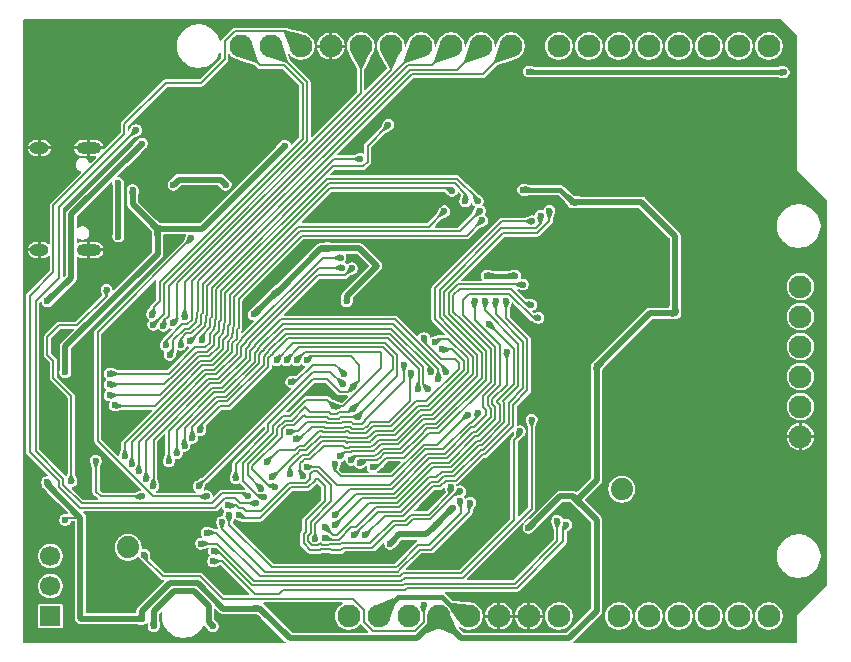
<source format=gbr>
%TF.GenerationSoftware,KiCad,Pcbnew,9.0.6*%
%TF.CreationDate,2026-02-22T20:48:50-08:00*%
%TF.ProjectId,BrainFuino,42726169-6e46-4756-996e-6f2e6b696361,rev?*%
%TF.SameCoordinates,Original*%
%TF.FileFunction,Copper,L2,Bot*%
%TF.FilePolarity,Positive*%
%FSLAX46Y46*%
G04 Gerber Fmt 4.6, Leading zero omitted, Abs format (unit mm)*
G04 Created by KiCad (PCBNEW 9.0.6) date 2026-02-22 20:48:50*
%MOMM*%
%LPD*%
G01*
G04 APERTURE LIST*
%TA.AperFunction,HeatsinkPad*%
%ADD10O,2.100000X1.000000*%
%TD*%
%TA.AperFunction,HeatsinkPad*%
%ADD11O,1.600000X1.000000*%
%TD*%
%TA.AperFunction,ComponentPad*%
%ADD12R,1.700000X1.700000*%
%TD*%
%TA.AperFunction,ComponentPad*%
%ADD13C,1.700000*%
%TD*%
%TA.AperFunction,ComponentPad*%
%ADD14C,1.879600*%
%TD*%
%TA.AperFunction,ComponentPad*%
%ADD15C,1.930400*%
%TD*%
%TA.AperFunction,ViaPad*%
%ADD16C,0.600000*%
%TD*%
%TA.AperFunction,Conductor*%
%ADD17C,0.203200*%
%TD*%
%TA.AperFunction,Conductor*%
%ADD18C,0.533400*%
%TD*%
%TA.AperFunction,Conductor*%
%ADD19C,0.406400*%
%TD*%
%TA.AperFunction,Conductor*%
%ADD20C,0.279400*%
%TD*%
%TA.AperFunction,Conductor*%
%ADD21C,0.200000*%
%TD*%
%TA.AperFunction,Conductor*%
%ADD22C,0.177800*%
%TD*%
G04 APERTURE END LIST*
D10*
%TO.P,J1,S1,SHIELD*%
%TO.N,GND*%
X120000000Y-89500000D03*
D11*
X115820000Y-89500000D03*
D10*
X120000000Y-98140000D03*
D11*
X115820000Y-98140000D03*
%TD*%
D12*
%TO.P,J2,1,Pin_1*%
%TO.N,3.3V*%
X116751100Y-129133600D03*
D13*
%TO.P,J2,2,Pin_2*%
%TO.N,/BOOT0*%
X116751100Y-126593600D03*
%TO.P,J2,3,Pin_3*%
%TO.N,unconnected-(J2-Pin_3-Pad3)*%
X116751100Y-124053600D03*
%TD*%
D14*
%TO.P,NRST0,1,1*%
%TO.N,Net-(IC4-NRST)*%
X123329700Y-123317000D03*
%TD*%
D15*
%TO.P,B1,3.3V,3.3V*%
%TO.N,3.3V*%
X149631093Y-129133600D03*
%TO.P,B1,5V,5V*%
%TO.N,5V*%
X152171093Y-129133600D03*
%TO.P,B1,5V@1,5V@1*%
X169951093Y-129133600D03*
%TO.P,B1,AIN,AIN*%
%TO.N,/AIN0*%
X164871093Y-129133600D03*
%TO.P,B1,AREF,AIEN*%
%TO.N,/AIEN*%
X137947093Y-80873600D03*
%TO.P,B1,GND@1,GND*%
%TO.N,GND*%
X154711093Y-129133600D03*
%TO.P,B1,GND@2,GND@0*%
X157251093Y-129133600D03*
%TO.P,B1,GND@3,GND@1*%
X140487093Y-80873600D03*
%TO.P,B1,GND@4,GND@2*%
X180251099Y-113943612D03*
%TO.P,B1,IN0,IN0*%
%TO.N,/IN0*%
X155727093Y-80873600D03*
%TO.P,B1,IN1,IN1*%
%TO.N,/IN1*%
X153187093Y-80873600D03*
%TO.P,B1,IN2,IN2*%
%TO.N,/IN2*%
X150647093Y-80873600D03*
%TO.P,B1,IN3,IN3*%
%TO.N,/IN3*%
X148107093Y-80873600D03*
%TO.P,B1,IN4,IN4*%
%TO.N,/IN4*%
X145567093Y-80873600D03*
%TO.P,B1,IN5,IN5*%
%TO.N,/IN5*%
X143027093Y-80873600D03*
%TO.P,B1,IN6,IN6*%
%TO.N,/IN6*%
X135407093Y-80873600D03*
%TO.P,B1,IN7,IN7*%
%TO.N,/IN7*%
X132867093Y-80873600D03*
%TO.P,B1,INCOMING,INCOMING*%
%TO.N,/INCMG*%
X172491093Y-129133600D03*
%TO.P,B1,INST,INSTRB*%
%TO.N,/INSTRB*%
X175031093Y-129133600D03*
%TO.P,B1,IOREF,IOREF*%
%TO.N,5V*%
X144551093Y-129133600D03*
%TO.P,B1,NC*%
%TO.N,N/C*%
X142011093Y-129133600D03*
%TO.P,B1,NC@1,NC*%
%TO.N,unconnected-(B1-NC-PadNC@1)*%
X167411093Y-129133600D03*
%TO.P,B1,OUT0,OUT0*%
%TO.N,Net-(IC5-1B1)*%
X177571093Y-80873600D03*
%TO.P,B1,OUT1,OUT1*%
%TO.N,Net-(IC5-1B2)*%
X175031093Y-80873600D03*
%TO.P,B1,OUT2,OUT2*%
%TO.N,Net-(IC5-1B3)*%
X172491093Y-80873600D03*
%TO.P,B1,OUT3,OUT3*%
%TO.N,Net-(IC5-1B4)*%
X169951093Y-80873600D03*
%TO.P,B1,OUT4,OUT4*%
%TO.N,Net-(IC5-1B5)*%
X167411093Y-80873600D03*
%TO.P,B1,OUT5,OUT5*%
%TO.N,Net-(IC5-1B6)*%
X164871093Y-80873600D03*
%TO.P,B1,OUT6,OUT6*%
%TO.N,Net-(IC5-1B7)*%
X162331093Y-80873600D03*
%TO.P,B1,OUT7,OUT7*%
%TO.N,Net-(IC5-1B8)*%
X159791093Y-80873600D03*
%TO.P,B1,OUTST,OUTSTRB*%
%TO.N,/OUTSTRB*%
X177571093Y-129133600D03*
%TO.P,B1,RESET@1,~{RESET}@1*%
%TO.N,/BRD_RST*%
X147091093Y-129133600D03*
%TO.P,B1,TCK,TCK*%
%TO.N,/TCK*%
X180251099Y-103783613D03*
%TO.P,B1,TDI,TDI*%
%TO.N,/TDI*%
X180251099Y-108863612D03*
%TO.P,B1,TDO,TDO*%
%TO.N,/TDO*%
X180251099Y-111403612D03*
%TO.P,B1,TMS,TMS*%
%TO.N,/TMS*%
X180251099Y-106323612D03*
%TO.P,B1,VCC,VCC*%
%TO.N,3.3V*%
X180251099Y-101243613D03*
%TO.P,B1,VIN,VIN*%
%TO.N,Net-(D2-A)*%
X159791093Y-129133600D03*
%TD*%
D14*
%TO.P,PL3C0,1,1*%
%TO.N,Net-(IC1-PL3C)*%
X165138100Y-118389400D03*
%TD*%
D16*
%TO.N,GND*%
X126500000Y-125000000D03*
X160000000Y-107500000D03*
X136410700Y-100101400D03*
X159219900Y-116619400D03*
X122500000Y-86500000D03*
X176500000Y-116500000D03*
X133342600Y-102844600D03*
X141615787Y-101000000D03*
X139967400Y-103026875D03*
X121500000Y-105500000D03*
X121500000Y-123500000D03*
X119816250Y-116500000D03*
X166500000Y-127500000D03*
X139179300Y-87630000D03*
X123000000Y-125500000D03*
X125500000Y-93500000D03*
X152000000Y-124000000D03*
X148500000Y-88500000D03*
X160007300Y-94767400D03*
X130771900Y-113157000D03*
X148500000Y-100000000D03*
X150947633Y-127492585D03*
X143223181Y-99610404D03*
X163161348Y-96276509D03*
X124000000Y-96500000D03*
X148285336Y-93729580D03*
X120155138Y-120654432D03*
X117500000Y-105500000D03*
X145429653Y-116520227D03*
X130304058Y-121135661D03*
X165750268Y-112345979D03*
X126655306Y-120952266D03*
X140500000Y-128500000D03*
X170501256Y-110493757D03*
X173500000Y-126500000D03*
X116348400Y-108376432D03*
X118149997Y-102500000D03*
X141592300Y-95504000D03*
X142000000Y-116727734D03*
X133505002Y-130171505D03*
X121500000Y-98500000D03*
X140841025Y-124260660D03*
X120000000Y-113500000D03*
X165578106Y-109181900D03*
X129000000Y-87500000D03*
X144945875Y-103152128D03*
X130950052Y-117500000D03*
X122614462Y-121147966D03*
X145798158Y-123907764D03*
X135445500Y-86106000D03*
X128181100Y-84683600D03*
X115500000Y-83500000D03*
X123609020Y-128143309D03*
X130619500Y-93345000D03*
X176500000Y-95500000D03*
X136964267Y-123825119D03*
X127483666Y-97143223D03*
X151000000Y-122500000D03*
X148719378Y-119466130D03*
X132550387Y-111608086D03*
X149936301Y-98116483D03*
X156500000Y-124500000D03*
X168263340Y-104374384D03*
X175000000Y-89500000D03*
X166444662Y-106614962D03*
X161963100Y-124307600D03*
X154042440Y-118359860D03*
X154329914Y-115884559D03*
X118500000Y-127500000D03*
X152425781Y-121602120D03*
X176000000Y-124500000D03*
X171500000Y-127000000D03*
X141315809Y-110757157D03*
X139000000Y-110000000D03*
X148500000Y-124500000D03*
X115926547Y-117163032D03*
X151066500Y-94919800D03*
X143802100Y-91414600D03*
X130599534Y-87900465D03*
%TO.N,/AIN0*%
X124686597Y-123932096D03*
X148336048Y-128217982D03*
%TO.N,/IN5*%
X126321601Y-104547884D03*
%TO.N,/IN6*%
X125460751Y-104460751D03*
%TO.N,/IN0*%
X127774797Y-106177787D03*
%TO.N,/AIEN*%
X134116500Y-119570087D03*
%TO.N,/IN2*%
X126525900Y-106213646D03*
%TO.N,/IN3*%
X128130453Y-103845653D03*
%TO.N,/IN1*%
X126851795Y-106998691D03*
%TO.N,/IN7*%
X125362711Y-103616421D03*
%TO.N,/IN4*%
X127142545Y-104327534D03*
%TO.N,/BRD_RST*%
X124000000Y-88000000D03*
X133463017Y-118976881D03*
%TO.N,Net-(D4-PadA)*%
X118500000Y-117740228D03*
X121500000Y-101500000D03*
%TO.N,/D7*%
X144046311Y-116550886D03*
X157441900Y-102793800D03*
%TO.N,/A3*%
X153327100Y-95631000D03*
X123633612Y-116231194D03*
%TO.N,/A1*%
X121772637Y-108610400D03*
X152918040Y-94002741D03*
%TO.N,3.3V*%
X150843100Y-120019439D03*
X153682481Y-100330219D03*
X136105900Y-101574600D03*
X136613106Y-89305607D03*
X149388350Y-121388350D03*
X161304506Y-119292005D03*
X140068300Y-97993200D03*
X123710700Y-93065600D03*
X134500000Y-128500000D03*
X141831430Y-102500000D03*
X133952556Y-103600944D03*
X118000000Y-108500000D03*
X116468803Y-117790667D03*
X118000000Y-121000000D03*
X156781500Y-93040200D03*
X163000000Y-108000000D03*
X169633900Y-103500000D03*
X160972500Y-94081600D03*
X125818900Y-96342200D03*
X145500000Y-123000000D03*
X157218300Y-121652491D03*
X124500000Y-129374900D03*
X156121100Y-100304600D03*
%TO.N,5V*%
X125500000Y-130000000D03*
X116499999Y-102500001D03*
X178828700Y-83083400D03*
X131584700Y-92608400D03*
X127165100Y-92608400D03*
X130500000Y-130000000D03*
X124500000Y-89128600D03*
X157264100Y-83032600D03*
%TO.N,/D6*%
X142969622Y-116160743D03*
X156757593Y-101066600D03*
%TO.N,/A12*%
X135058856Y-116097757D03*
X148377656Y-105601800D03*
%TO.N,/OUT5*%
X148956062Y-108485638D03*
X128104900Y-114706400D03*
%TO.N,/IN5_BFUP*%
X131858107Y-120615016D03*
X151395899Y-119373749D03*
%TO.N,/D4*%
X158254700Y-95250000D03*
X141258021Y-115624739D03*
%TO.N,/A8*%
X143404955Y-122295800D03*
X155333700Y-102463600D03*
%TO.N,/A14*%
X140844012Y-121449572D03*
X155384500Y-106807000D03*
%TO.N,/D5*%
X142218742Y-115900598D03*
X158991300Y-94818200D03*
%TO.N,/OUT2*%
X135890200Y-107467400D03*
X142756499Y-112318714D03*
X135745647Y-118173562D03*
%TO.N,/IN0_BFUP*%
X129500000Y-123000000D03*
X157500000Y-112500000D03*
%TO.N,/OUT1*%
X134566575Y-118335254D03*
X142356571Y-111568673D03*
X136740900Y-107460482D03*
%TO.N,/IN6_BFUP*%
X151436825Y-118570264D03*
X132713087Y-120548494D03*
%TO.N,/A11*%
X140007114Y-122520900D03*
X153555700Y-102463600D03*
%TO.N,/D1*%
X121772637Y-110439200D03*
X150749000Y-93116400D03*
%TO.N,/IN3_BFUP*%
X130597009Y-123643874D03*
X159646655Y-121086179D03*
%TO.N,/IN4_BFUP*%
X152293876Y-119556217D03*
X131278707Y-121180284D03*
%TO.N,/OUTSTR_BFUP*%
X132448300Y-117475000D03*
X142333070Y-109761999D03*
X138442700Y-107467400D03*
%TO.N,/A7*%
X135495695Y-117361141D03*
X149884756Y-106550100D03*
%TO.N,/A9*%
X154444700Y-102463600D03*
X142454547Y-122295800D03*
%TO.N,/OUT7*%
X150223825Y-108437075D03*
X126784100Y-116027200D03*
%TO.N,/A6*%
X125463300Y-118134282D03*
X142278100Y-99695000D03*
%TO.N,/A16*%
X136936574Y-113575738D03*
X146687900Y-107883600D03*
%TO.N,/INCMG_BFUP*%
X137147300Y-109306638D03*
X141599075Y-108605285D03*
%TO.N,/INSTR_BFUP*%
X141500000Y-109500000D03*
X129297112Y-118135400D03*
%TO.N,/A10*%
X139153900Y-122580400D03*
X158060000Y-103894500D03*
%TO.N,/BF_RST*%
X138500000Y-116511858D03*
X152922801Y-111922801D03*
%TO.N,/OUT6*%
X149602643Y-109058257D03*
X127444500Y-115366800D03*
%TO.N,/OUT3*%
X147840700Y-109931200D03*
X129425700Y-113385600D03*
%TO.N,/A13*%
X139976249Y-121611021D03*
X153860500Y-104419400D03*
%TO.N,/A15*%
X149301200Y-105945675D03*
X137042548Y-117088643D03*
%TO.N,/IN2_BFUP*%
X160437078Y-121398806D03*
X130515472Y-124489956D03*
%TO.N,/A17*%
X137506354Y-114115648D03*
X147316546Y-108516554D03*
%TO.N,/D0*%
X150101300Y-94869000D03*
X122198972Y-111301031D03*
%TO.N,/BF_CLK*%
X152108826Y-112108826D03*
X140817340Y-116265657D03*
%TO.N,/A5*%
X124852581Y-117499282D03*
X141439900Y-99644200D03*
%TO.N,/OUT0*%
X140749065Y-111390644D03*
X137587606Y-107460482D03*
X134815428Y-119086347D03*
%TO.N,/IN1_BFUP*%
X130000000Y-122062700D03*
X156500000Y-113500000D03*
%TO.N,/OUT4*%
X128766887Y-114046000D03*
X148728581Y-109932319D03*
%TO.N,/A2*%
X123063793Y-115605627D03*
X153111200Y-94819788D03*
%TO.N,/A4*%
X124218700Y-116865400D03*
X141312900Y-98806000D03*
%TO.N,/A0*%
X121772637Y-109524800D03*
X151879300Y-94005400D03*
%TO.N,/D2*%
X152662225Y-102438200D03*
X140815857Y-120603239D03*
%TO.N,/IN7_BFUP*%
X131783362Y-119768306D03*
X150651600Y-118244800D03*
%TO.N,/D3*%
X138159090Y-117260051D03*
X157543500Y-95707200D03*
%TO.N,/OE*%
X129569559Y-105739896D03*
X145365787Y-87541100D03*
%TO.N,/WE*%
X128551235Y-105839479D03*
X142989300Y-90431300D03*
%TO.N,/BOOT0*%
X124500000Y-119000000D03*
X120603100Y-116000000D03*
%TO.N,/INSTR_LVL*%
X128689100Y-97129600D03*
X129988937Y-118986300D03*
%TO.N,Net-(D1-A)*%
X122500000Y-97000000D03*
X122500000Y-92500000D03*
%TD*%
D17*
%TO.N,/AIN0*%
X131328186Y-127665400D02*
X129433886Y-125771100D01*
X148336048Y-129650190D02*
X147607038Y-130379200D01*
X144035148Y-130379200D02*
X143305493Y-129649545D01*
X147607038Y-130379200D02*
X144035148Y-130379200D01*
X124686597Y-124186597D02*
X124686597Y-123932096D01*
X143305493Y-128617655D02*
X142353238Y-127665400D01*
X129433886Y-125771100D02*
X126271100Y-125771100D01*
X142353238Y-127665400D02*
X131328186Y-127665400D01*
X126271100Y-125771100D02*
X124686597Y-124186597D01*
X143305493Y-129649545D02*
X143305493Y-128617655D01*
X148336048Y-128217982D02*
X148336048Y-129650190D01*
%TO.N,/IN5*%
X143027093Y-80873600D02*
X143027093Y-84885244D01*
X126762000Y-101150338D02*
X126762000Y-103698317D01*
X143027093Y-84885244D02*
X126762000Y-101150338D01*
X126762000Y-103698317D02*
X126321601Y-104138716D01*
X126321601Y-104138716D02*
X126321601Y-104547884D01*
%TO.N,/IN6*%
X135407093Y-80873600D02*
X138480493Y-83947000D01*
X138480493Y-83947000D02*
X138480493Y-88893025D01*
X126381000Y-100992519D02*
X126381000Y-103540502D01*
X138480493Y-88893025D02*
X126381000Y-100992519D01*
X126381000Y-103540502D02*
X125460751Y-104460751D01*
%TO.N,/IN0*%
X155727093Y-80873600D02*
X153336692Y-83264001D01*
X129514643Y-104062989D02*
X129493000Y-104084632D01*
X129493000Y-104084632D02*
X129492999Y-104380134D01*
X129643000Y-101000289D02*
X129643001Y-103473446D01*
X147380700Y-83264000D02*
X140595401Y-90049299D01*
X129514643Y-103601803D02*
X129514643Y-104062989D01*
X129492999Y-104380134D02*
X128664932Y-105208200D01*
X129643001Y-103473446D02*
X129514643Y-103601803D01*
X140595401Y-90049299D02*
X140593988Y-90049300D01*
X127774797Y-105694416D02*
X127774797Y-106177787D01*
X128664932Y-105208200D02*
X128261013Y-105208200D01*
X153336692Y-83264001D02*
X147380700Y-83264000D01*
X140593988Y-90049300D02*
X129643000Y-101000289D01*
X128261013Y-105208200D02*
X127774797Y-105694416D01*
%TO.N,/AIEN*%
X131500000Y-82000000D02*
X129500000Y-84000000D01*
X117000000Y-94358271D02*
X117000000Y-100000000D01*
X131513460Y-119116706D02*
X132383203Y-119116706D01*
X115000000Y-102000000D02*
X115000000Y-115221319D01*
X117000000Y-100000000D02*
X115000000Y-102000000D01*
X131500000Y-80479148D02*
X131500000Y-82000000D01*
X126500000Y-84000000D02*
X123000000Y-87500000D01*
X129500000Y-84000000D02*
X126500000Y-84000000D01*
X132351148Y-79628000D02*
X131500000Y-80479148D01*
X130653266Y-119976900D02*
X131513460Y-119116706D01*
X117467400Y-118167946D02*
X119276354Y-119976900D01*
X132836584Y-119570087D02*
X134116500Y-119570087D01*
X123000000Y-88358271D02*
X117000000Y-94358271D01*
X137947093Y-80873600D02*
X136701493Y-79628000D01*
X132383203Y-119116706D02*
X132836584Y-119570087D01*
X123000000Y-87500000D02*
X123000000Y-88358271D01*
X119276354Y-119976900D02*
X130653266Y-119976900D01*
X117467400Y-117688719D02*
X117467400Y-118167946D01*
X136701493Y-79628000D02*
X132351148Y-79628000D01*
X115000000Y-115221319D02*
X117467400Y-117688719D01*
%TO.N,/IN2*%
X128349302Y-104446200D02*
X127895118Y-104446200D01*
X149020693Y-82500000D02*
X147028794Y-82500000D01*
X128731000Y-104064502D02*
X128349302Y-104446200D01*
X150647093Y-80873600D02*
X149020693Y-82500000D01*
X127895118Y-104446200D02*
X126525900Y-105815418D01*
X128731000Y-103769000D02*
X128731000Y-104064502D01*
X128752643Y-100776151D02*
X128752643Y-103747357D01*
X126525900Y-105815418D02*
X126525900Y-106213646D01*
X147028794Y-82500000D02*
X128752643Y-100776151D01*
X128752643Y-103747357D02*
X128731000Y-103769000D01*
%TO.N,/IN3*%
X128101043Y-103772957D02*
X128101043Y-100888932D01*
X128130453Y-103845653D02*
X128100523Y-103815723D01*
X128101043Y-100888932D02*
X148107093Y-80882882D01*
X148107093Y-80882882D02*
X148107093Y-80873600D01*
X128100523Y-103773477D02*
X128101043Y-103772957D01*
X128100523Y-103815723D02*
X128100523Y-103773477D01*
%TO.N,/IN1*%
X128507117Y-104827200D02*
X128103197Y-104827200D01*
X127153537Y-106696949D02*
X126851795Y-106998691D01*
X128103197Y-104827200D02*
X127153537Y-105776860D01*
X147187024Y-82882000D02*
X129262000Y-100807024D01*
X129112000Y-104222318D02*
X128507117Y-104827200D01*
X151178693Y-82882000D02*
X147187024Y-82882000D01*
X129262001Y-103315630D02*
X129133643Y-103443988D01*
X129112000Y-103926816D02*
X129112000Y-104222318D01*
X129262000Y-100807024D02*
X129262001Y-103315630D01*
X153187093Y-80873600D02*
X151178693Y-82882000D01*
X129133643Y-103905173D02*
X129112000Y-103926816D01*
X129133643Y-103443988D02*
X129133643Y-103905173D01*
X127153537Y-105776860D02*
X127153537Y-106696949D01*
%TO.N,/IN7*%
X126000000Y-102500000D02*
X125500000Y-103000000D01*
X125500000Y-103000000D02*
X125500000Y-103479132D01*
X138098493Y-84105230D02*
X138098493Y-88734795D01*
X134493493Y-82500000D02*
X136493263Y-82500000D01*
X136493263Y-82500000D02*
X138098493Y-84105230D01*
X125500000Y-103479132D02*
X125362711Y-103616421D01*
X132867093Y-80873600D02*
X134493493Y-82500000D01*
X138098493Y-88734795D02*
X126000000Y-100833288D01*
X126000000Y-100833288D02*
X126000000Y-102500000D01*
%TO.N,/IN4*%
X127500000Y-100951157D02*
X127500000Y-103970079D01*
X145567093Y-82884063D02*
X127500000Y-100951157D01*
X145567093Y-80873600D02*
X145567093Y-82884063D01*
X127500000Y-103970079D02*
X127142545Y-104327534D01*
%TO.N,/BRD_RST*%
X115500000Y-102500000D02*
X117500000Y-100500000D01*
X131303976Y-118735706D02*
X130444782Y-119594900D01*
X133463017Y-118976881D02*
X133221842Y-118735706D01*
X119434584Y-119594900D02*
X117849400Y-118009716D01*
X115500000Y-115181089D02*
X115500000Y-102500000D01*
X117500000Y-100500000D02*
X117500000Y-94500000D01*
X117849400Y-118009716D02*
X117849401Y-117530490D01*
X130444782Y-119594900D02*
X119434584Y-119594900D01*
X133221842Y-118735706D02*
X131303976Y-118735706D01*
X117849401Y-117530490D02*
X115500000Y-115181089D01*
X117500000Y-94500000D02*
X124000000Y-88000000D01*
%TO.N,Net-(D4-PadA)*%
X116500000Y-105500000D02*
X117500000Y-104500000D01*
X119000000Y-104500000D02*
X121500000Y-102000000D01*
X117000000Y-109000000D02*
X117000000Y-107500000D01*
X121500000Y-102000000D02*
X121500000Y-101500000D01*
X116500000Y-107000000D02*
X116500000Y-105500000D01*
X117500000Y-104500000D02*
X119000000Y-104500000D01*
X117000000Y-107500000D02*
X116500000Y-107000000D01*
X118500000Y-117740228D02*
X118500000Y-110500000D01*
X118500000Y-110500000D02*
X117000000Y-109000000D01*
%TO.N,/D7*%
X154009425Y-106532965D02*
X154009425Y-109286727D01*
X149674547Y-113621600D02*
X148808972Y-113621600D01*
X144548987Y-116382800D02*
X144118508Y-116382800D01*
X144776995Y-116156200D02*
X144775586Y-116156201D01*
X144046311Y-116454997D02*
X144046311Y-116550886D01*
X144118508Y-116382800D02*
X144046311Y-116454997D01*
X151572243Y-104090669D02*
X154008425Y-106526850D01*
X151396243Y-101445738D02*
X150871431Y-101970551D01*
X145189398Y-115743800D02*
X144776995Y-116156200D01*
X144775586Y-116156201D02*
X144548987Y-116382800D01*
X157089287Y-102793800D02*
X155741225Y-101445738D01*
X150871431Y-101970551D02*
X150871431Y-103388452D01*
X148187771Y-114242800D02*
X148186357Y-114242800D01*
X148808972Y-113621600D02*
X148187771Y-114242800D01*
X154008425Y-106526850D02*
X154008425Y-106531963D01*
X151572243Y-104089265D02*
X151572243Y-104090669D01*
X155741225Y-101445738D02*
X151396243Y-101445738D01*
X148186357Y-114242800D02*
X146685358Y-115743800D01*
X154009425Y-109286727D02*
X149674547Y-113621600D01*
X157441900Y-102793800D02*
X157089287Y-102793800D01*
X150871431Y-103388452D02*
X151572243Y-104089265D01*
X154008425Y-106531963D02*
X154009425Y-106532965D01*
X146685358Y-115743800D02*
X145189398Y-115743800D01*
%TO.N,/A3*%
X132692000Y-102264651D02*
X138030251Y-96926400D01*
X132692002Y-104105116D02*
X132691999Y-103635357D01*
X123633800Y-116231194D02*
X123673393Y-116191600D01*
X132692005Y-104105119D02*
X132692002Y-104105116D01*
X132563647Y-105010302D02*
X132563643Y-105010298D01*
X123673393Y-116191600D02*
X123673393Y-114388400D01*
X138030251Y-96926400D02*
X152031700Y-96926400D01*
X132127159Y-106799288D02*
X132127159Y-106056495D01*
X132691999Y-103635357D02*
X132692000Y-102264651D01*
X152031700Y-96926400D02*
X153327100Y-95631000D01*
X132563640Y-105325933D02*
X132563640Y-105325926D01*
X132563643Y-105010298D02*
X132563643Y-104864740D01*
X132692006Y-104736376D02*
X132692005Y-104105119D01*
X130628954Y-108297495D02*
X132127159Y-106799288D01*
X132540997Y-105348574D02*
X132563640Y-105325933D01*
X129765697Y-108297497D02*
X130628954Y-108297495D01*
X132127159Y-106056495D02*
X132540997Y-105642659D01*
X132540997Y-105642659D02*
X132540997Y-105348574D01*
X132563640Y-105325926D02*
X132563643Y-105325923D01*
X123633612Y-116231194D02*
X123633800Y-116231194D01*
X132563643Y-104864740D02*
X132692006Y-104736376D01*
X123673393Y-114388400D02*
X127545394Y-110516400D01*
X127546793Y-110516400D02*
X129765697Y-108297497D01*
X127545394Y-110516400D02*
X127546793Y-110516400D01*
X132563643Y-105325923D02*
X132563647Y-105010302D01*
%TO.N,/A1*%
X130786000Y-101475157D02*
X140165328Y-92095829D01*
X121772637Y-108610400D02*
X126757300Y-108610400D01*
X151163528Y-92095829D02*
X152918040Y-93850341D01*
X130657643Y-104536435D02*
X130657643Y-104075252D01*
X130635998Y-104853582D02*
X130635998Y-104558080D01*
X130635998Y-104558080D02*
X130657643Y-104536435D01*
X130221159Y-106009798D02*
X130221159Y-105268420D01*
X152918040Y-93850341D02*
X152918040Y-94002741D01*
X130221159Y-105268420D02*
X130635998Y-104853582D01*
X130786001Y-103946894D02*
X130786000Y-101475157D01*
X130657643Y-104075252D02*
X130786001Y-103946894D01*
X129839461Y-106391496D02*
X130221159Y-106009798D01*
X128976204Y-106391496D02*
X129839461Y-106391496D01*
X140165328Y-92095829D02*
X151163528Y-92095829D01*
X126757300Y-108610400D02*
X128976204Y-106391496D01*
D18*
%TO.N,3.3V*%
X160986101Y-118973600D02*
X161304506Y-119292005D01*
X169633900Y-96926400D02*
X169633900Y-103500000D01*
X137000000Y-131000000D02*
X134500000Y-128500000D01*
X149631093Y-129133600D02*
X147764693Y-131000000D01*
X159897191Y-118973600D02*
X160986101Y-118973600D01*
D19*
X160972500Y-94081600D02*
X159931100Y-93040200D01*
D18*
X163000000Y-117596511D02*
X163000000Y-108000000D01*
X144395193Y-99500694D02*
X141831430Y-102064457D01*
X147764693Y-131000000D02*
X137000000Y-131000000D01*
X125818900Y-96342200D02*
X125818900Y-98481098D01*
X140068300Y-97993200D02*
X139687300Y-97993200D01*
X119291100Y-120791100D02*
X119291100Y-129286000D01*
D19*
X153682481Y-100330219D02*
X156095481Y-100330219D01*
D18*
X157218300Y-121652491D02*
X159897191Y-118973600D01*
X141831430Y-102064457D02*
X141831430Y-102500000D01*
X125818900Y-98481098D02*
X118000000Y-106299998D01*
D20*
X156095481Y-100330219D02*
X156121100Y-100304600D01*
D18*
X160972500Y-94081600D02*
X166789100Y-94081600D01*
X142887700Y-97993200D02*
X144395193Y-99500694D01*
X135978900Y-101574600D02*
X136105900Y-101574600D01*
X131390484Y-128500000D02*
X134500000Y-128500000D01*
X119291100Y-120791100D02*
X116468803Y-117968803D01*
X150757261Y-120019439D02*
X150843100Y-120019439D01*
X139687300Y-97993200D02*
X136105900Y-101574600D01*
X119291100Y-129286000D02*
X119380000Y-129374900D01*
X149631093Y-129133600D02*
X151497493Y-131000000D01*
X129576512Y-96342200D02*
X125818900Y-96342200D01*
X151497493Y-131000000D02*
X160680900Y-131000000D01*
X163000000Y-120987499D02*
X161304506Y-119292005D01*
X149388350Y-121388350D02*
X150757261Y-120019439D01*
X163000000Y-128680900D02*
X163000000Y-120987499D01*
X126874502Y-126317200D02*
X129207684Y-126317200D01*
X124500000Y-128691702D02*
X126874502Y-126317200D01*
X119380000Y-129374900D02*
X124500000Y-129374900D01*
X166789100Y-94081600D02*
X169633900Y-96926400D01*
X118000000Y-106299998D02*
X118000000Y-108500000D01*
X167500000Y-103500000D02*
X169633900Y-103500000D01*
X124500000Y-129374900D02*
X124500000Y-128691702D01*
X160680900Y-131000000D02*
X163000000Y-128680900D01*
D21*
X118208900Y-120791100D02*
X119291100Y-120791100D01*
D18*
X149388350Y-121388350D02*
X148558562Y-122218138D01*
X125818900Y-96342200D02*
X123710700Y-94234000D01*
D21*
X118000000Y-121000000D02*
X118208900Y-120791100D01*
D18*
X148558562Y-122218138D02*
X146281862Y-122218138D01*
X140068300Y-97993200D02*
X142887700Y-97993200D01*
X136613106Y-89305607D02*
X129576512Y-96342200D01*
X129207684Y-126317200D02*
X131390484Y-128500000D01*
X163000000Y-108000000D02*
X167500000Y-103500000D01*
D19*
X159931100Y-93040200D02*
X156781500Y-93040200D01*
D18*
X161304506Y-119292005D02*
X163000000Y-117596511D01*
X146281862Y-122218138D02*
X145500000Y-123000000D01*
X133952556Y-103600944D02*
X135978900Y-101574600D01*
X123710700Y-94234000D02*
X123710700Y-93065600D01*
X116468803Y-117968803D02*
X116468803Y-117790667D01*
D19*
%TO.N,5V*%
X146184693Y-127500000D02*
X144551093Y-129133600D01*
D18*
X130146293Y-128261598D02*
X128913095Y-127028400D01*
X127169091Y-127028400D02*
X125500000Y-128697491D01*
X128913095Y-127028400D02*
X127169091Y-127028400D01*
D19*
X151536322Y-129133600D02*
X149902722Y-127500000D01*
D18*
X131584700Y-92608400D02*
X131152900Y-92176600D01*
X124500000Y-89128600D02*
X118500000Y-95128600D01*
X118500000Y-95128600D02*
X118500000Y-100500000D01*
X131152900Y-92176600D02*
X127596900Y-92176600D01*
D19*
X178828700Y-83083400D02*
X157314900Y-83083400D01*
X152171093Y-129133600D02*
X151536322Y-129133600D01*
X149902722Y-127500000D02*
X146184693Y-127500000D01*
D18*
X130146293Y-129646293D02*
X130146293Y-128261598D01*
X118500000Y-100500000D02*
X116499999Y-102500001D01*
X127596900Y-92176600D02*
X127165100Y-92608400D01*
X130500000Y-130000000D02*
X130146293Y-129646293D01*
X125500000Y-128697491D02*
X125500000Y-130000000D01*
D19*
X157264100Y-83032600D02*
X157314900Y-83083400D01*
D17*
%TO.N,/D6*%
X153627425Y-106689779D02*
X153628425Y-106690780D01*
X151241136Y-101062029D02*
X150490428Y-101812738D01*
X153628425Y-109128911D02*
X149516732Y-113240600D01*
X151191243Y-104247080D02*
X151191243Y-104248485D01*
X144317184Y-115958190D02*
X144001552Y-115958190D01*
X144383426Y-115896222D02*
X144382463Y-115897185D01*
X150490428Y-103546264D02*
X151191243Y-104247080D01*
X148651156Y-113240600D02*
X148029956Y-113861800D01*
X144001552Y-115958190D02*
X144001545Y-115958183D01*
X146527542Y-115362800D02*
X145031583Y-115362799D01*
X144001545Y-115958183D02*
X143172183Y-115958182D01*
X150490428Y-101812738D02*
X150490428Y-103546264D01*
X145031583Y-115362799D02*
X144619180Y-115775200D01*
X156753021Y-101062029D02*
X151241136Y-101062029D01*
X156757593Y-101066600D02*
X156753021Y-101062029D01*
X144382463Y-115897185D02*
X144378190Y-115897185D01*
X144431020Y-115896221D02*
X144383426Y-115896222D01*
X153627425Y-106684669D02*
X153627425Y-106689779D01*
X143172183Y-115958182D02*
X142969622Y-116160743D01*
X144317197Y-115958180D02*
X144317184Y-115958190D01*
X153628425Y-106690780D02*
X153628425Y-109128911D01*
X144619180Y-115775200D02*
X144552042Y-115775200D01*
X149516732Y-113240600D02*
X148651156Y-113240600D01*
X148029956Y-113861800D02*
X148028541Y-113861800D01*
X144552042Y-115775200D02*
X144431020Y-115896221D01*
X144378190Y-115897185D02*
X144317197Y-115958180D01*
X151191243Y-104248485D02*
X153627425Y-106684669D01*
X148028541Y-113861800D02*
X146527542Y-115362800D01*
%TO.N,/A12*%
X151341425Y-107676569D02*
X151019256Y-107354400D01*
X149825456Y-107354400D02*
X148377656Y-105906600D01*
X139474853Y-113487200D02*
X139768858Y-113487200D01*
X142198824Y-113671181D02*
X143369889Y-113671181D01*
X137427946Y-115045963D02*
X137756650Y-114717259D01*
X139847902Y-113566244D02*
X141650228Y-113566244D01*
X143672875Y-113487200D02*
X144084275Y-113075801D01*
X136110653Y-115045963D02*
X137427946Y-115045963D01*
X142121145Y-113670710D02*
X142198353Y-113670710D01*
X143605736Y-113487200D02*
X143672875Y-113487200D01*
X141937635Y-113487200D02*
X142121145Y-113670710D01*
X143483724Y-113609211D02*
X143605736Y-113487200D01*
X139768858Y-113487200D02*
X139847902Y-113566244D01*
X147703847Y-110953600D02*
X148569407Y-110953600D01*
X141650228Y-113566244D02*
X141729271Y-113487200D01*
X151341425Y-108181582D02*
X151341425Y-107676569D01*
X141729271Y-113487200D02*
X141937635Y-113487200D01*
X151019256Y-107354400D02*
X149825456Y-107354400D01*
X138244793Y-114717258D02*
X139474853Y-113487200D01*
X142198353Y-113670710D02*
X142198824Y-113671181D01*
X145581645Y-113075801D02*
X147703847Y-110953600D01*
X144084275Y-113075801D02*
X145581645Y-113075801D01*
X135058856Y-116097757D02*
X136110653Y-115045963D01*
X143431859Y-113609211D02*
X143483724Y-113609211D01*
X148377656Y-105906600D02*
X148377656Y-105601800D01*
X148569407Y-110953600D02*
X151341425Y-108181582D01*
X143369889Y-113671181D02*
X143431859Y-113609211D01*
X137756650Y-114717259D02*
X138244793Y-114717258D01*
%TO.N,/OUT5*%
X136542275Y-104814219D02*
X134827005Y-106529489D01*
X134603814Y-106812724D02*
X134603814Y-106812735D01*
X134413159Y-107746178D02*
X131575847Y-110583494D01*
X148956062Y-108485638D02*
X148956062Y-108155438D01*
X145614843Y-104814219D02*
X136542275Y-104814219D01*
X131575847Y-110583494D02*
X130772999Y-110583495D01*
X134827005Y-106529489D02*
X134827005Y-106589531D01*
X128104900Y-113251594D02*
X128104900Y-114706400D01*
X134827005Y-106589531D02*
X134603814Y-106812724D01*
X134603814Y-106812735D02*
X134413159Y-107003390D01*
X130772999Y-110583495D02*
X128104900Y-113251594D01*
X148956062Y-108155438D02*
X145614843Y-104814219D01*
X134413159Y-107003390D02*
X134413159Y-107746178D01*
%TO.N,/IN5_BFUP*%
X151494700Y-120385931D02*
X148762631Y-123118000D01*
X151395899Y-119373749D02*
X151494700Y-119472550D01*
X148762631Y-123118000D02*
X147881020Y-123118000D01*
X135467820Y-124997999D02*
X131858107Y-121388286D01*
X147881020Y-123118000D02*
X146139217Y-124859800D01*
X151494700Y-119472550D02*
X151494700Y-120385931D01*
X145999605Y-124997999D02*
X135467820Y-124997999D01*
X146139217Y-124859800D02*
X146137804Y-124859800D01*
X146137804Y-124859800D02*
X145999605Y-124997999D01*
X131858107Y-121388286D02*
X131858107Y-120615016D01*
%TO.N,/D4*%
X157796006Y-96316800D02*
X154907318Y-96316800D01*
X144001145Y-115195183D02*
X142211290Y-115195181D01*
X146212910Y-114599800D02*
X144715539Y-114599800D01*
X144114977Y-115133220D02*
X144063110Y-115133220D01*
X158254700Y-95859600D02*
X157873700Y-96240600D01*
X142211290Y-115195181D02*
X142157473Y-115248998D01*
X150428243Y-104563125D02*
X150428243Y-104569644D01*
X141633762Y-115248998D02*
X141258021Y-115624739D01*
X154907318Y-96316800D02*
X149694900Y-101529219D01*
X152865425Y-108812865D02*
X149200688Y-112477600D01*
X157873700Y-96240600D02*
X157872206Y-96240600D01*
X157872206Y-96240600D02*
X157796006Y-96316800D01*
X149694900Y-101529219D02*
X149694900Y-103829782D01*
X142157473Y-115248998D02*
X141633762Y-115248998D01*
X148335110Y-112477600D02*
X146212910Y-114599800D01*
X152865425Y-107006825D02*
X152865425Y-108812865D01*
X144303137Y-115012200D02*
X144235998Y-115012200D01*
X144235998Y-115012200D02*
X144114977Y-115133220D01*
X149200688Y-112477600D02*
X148335110Y-112477600D01*
X158254700Y-95250000D02*
X158254700Y-95859600D01*
X144715539Y-114599800D02*
X144303137Y-115012200D01*
X150428243Y-104569644D02*
X152865425Y-107006825D01*
X144063110Y-115133220D02*
X144001145Y-115195183D01*
X149694900Y-103829782D02*
X150428243Y-104563125D01*
%TO.N,/A8*%
X157137100Y-110031213D02*
X155937600Y-111230713D01*
X155937600Y-113062400D02*
X153562400Y-115437600D01*
X153562400Y-115437600D02*
X153331846Y-115437600D01*
X155333700Y-102463600D02*
X155333700Y-103911400D01*
X155937600Y-111230713D02*
X155937600Y-113062400D01*
X153331846Y-115437600D02*
X151104043Y-117665400D01*
X146604043Y-120665400D02*
X145035355Y-120665400D01*
X149719320Y-118165400D02*
X149104046Y-118165400D01*
X150219321Y-117665400D02*
X149719320Y-118165400D01*
X157137100Y-105714800D02*
X157137100Y-110031213D01*
X155333700Y-103911400D02*
X157137100Y-105714800D01*
X149104046Y-118165400D02*
X146604043Y-120665400D01*
X151104043Y-117665400D02*
X150219321Y-117665400D01*
X145035355Y-120665400D02*
X143404955Y-122295800D01*
%TO.N,/A14*%
X145972783Y-119141400D02*
X143152184Y-119141400D01*
X154141400Y-110778738D02*
X154141400Y-111142267D01*
X148972784Y-116141400D02*
X145972783Y-119141400D01*
X154413600Y-112431136D02*
X152931136Y-113913600D01*
X154141400Y-111142267D02*
X154413600Y-111414468D01*
X152700582Y-113913600D02*
X150472783Y-116141400D01*
X150472783Y-116141400D02*
X148972784Y-116141400D01*
X155384500Y-106807000D02*
X155384500Y-109535638D01*
X152931136Y-113913600D02*
X152700582Y-113913600D01*
X154413600Y-111414468D02*
X154413600Y-112431136D01*
X155384500Y-109535638D02*
X154141400Y-110778738D01*
X143152184Y-119141400D02*
X140844012Y-121449572D01*
%TO.N,/D5*%
X144461365Y-115394200D02*
X144394227Y-115394200D01*
X144159361Y-115577183D02*
X142369518Y-115577181D01*
X150810243Y-104404895D02*
X150810244Y-104411416D01*
X142369518Y-115577181D02*
X142315702Y-115630999D01*
X144221335Y-115515221D02*
X144159375Y-115577183D01*
X144273205Y-115515221D02*
X144221335Y-115515221D01*
X149358917Y-112859600D02*
X148493340Y-112859600D01*
X147870725Y-113480800D02*
X146369726Y-114981800D01*
X157954236Y-96698800D02*
X155065547Y-96698800D01*
X157955236Y-96697800D02*
X157954236Y-96698800D01*
X153247425Y-106848595D02*
X153247425Y-108971095D01*
X147872140Y-113480800D02*
X147870725Y-113480800D01*
X150076900Y-103671552D02*
X150810243Y-104404895D01*
X158031930Y-96622600D02*
X158030517Y-96622601D01*
X158636700Y-96017830D02*
X158031930Y-96622600D01*
X150076900Y-101687450D02*
X150076900Y-103671552D01*
X158991300Y-95661819D02*
X158636701Y-96016418D01*
X153247425Y-108971095D02*
X149358917Y-112859600D01*
X146369726Y-114981800D02*
X144873768Y-114981799D01*
X144159364Y-115577186D02*
X144159361Y-115577183D01*
X158030517Y-96622601D02*
X157955318Y-96697800D01*
X142314288Y-115631000D02*
X142218742Y-115726546D01*
X144159375Y-115577183D02*
X144159364Y-115577186D01*
X142315702Y-115630999D02*
X142314288Y-115631000D01*
X144873768Y-114981799D02*
X144461365Y-115394200D01*
X158991300Y-94818200D02*
X158991300Y-95661819D01*
X150810244Y-104411416D02*
X153247425Y-106848595D01*
X157955318Y-96697800D02*
X157955236Y-96697800D01*
X142218742Y-115726546D02*
X142218742Y-115900598D01*
X155065547Y-96698800D02*
X150076900Y-101687450D01*
X144394227Y-115394200D02*
X144273205Y-115515221D01*
X148493340Y-112859600D02*
X147872140Y-113480800D01*
X158636701Y-96016418D02*
X158636700Y-96017830D01*
%TO.N,/OUT2*%
X141356403Y-112317311D02*
X141416132Y-112257581D01*
X135890200Y-107423675D02*
X137301193Y-106012682D01*
X142756499Y-112202800D02*
X142756499Y-112318714D01*
X141835399Y-112257581D02*
X141848361Y-112270542D01*
X140321348Y-112423244D02*
X141176783Y-112423244D01*
X140155684Y-112257581D02*
X140321348Y-112423244D01*
X135890200Y-107467400D02*
X135890200Y-107423675D01*
X136725321Y-112958756D02*
X137335748Y-112958756D01*
X141282715Y-112317311D02*
X141356403Y-112317311D01*
X142701718Y-112257581D02*
X142756499Y-112312362D01*
X135745647Y-118173562D02*
X135369094Y-118173562D01*
X146107501Y-107029871D02*
X146107501Y-108851798D01*
X141176783Y-112423244D02*
X141282715Y-112317311D01*
X142260067Y-112270542D02*
X142273027Y-112257581D01*
X135369094Y-118173562D02*
X133845300Y-116649768D01*
X133845300Y-116649768D02*
X133845300Y-116449207D01*
X142756499Y-112312362D02*
X142756499Y-112318714D01*
X141848361Y-112270542D02*
X142260067Y-112270542D01*
X138190856Y-112103650D02*
X138344787Y-112257581D01*
X137335748Y-112958756D02*
X138190856Y-112103650D01*
X136348735Y-113335341D02*
X136725321Y-112958756D01*
X137301193Y-106012682D02*
X145090314Y-106012682D01*
X142273027Y-112257581D02*
X142701718Y-112257581D01*
X141416132Y-112257581D02*
X141835399Y-112257581D01*
X136348735Y-113945771D02*
X136348735Y-113335341D01*
X133845300Y-116449207D02*
X136348735Y-113945771D01*
X145090314Y-106012682D02*
X146107501Y-107029871D01*
X146107501Y-108851798D02*
X142756499Y-112202800D01*
X138344787Y-112257581D02*
X140155684Y-112257581D01*
D21*
%TO.N,/IN0_BFUP*%
X151656490Y-125877800D02*
X146732289Y-125877800D01*
X157500000Y-112500000D02*
X157500000Y-120034290D01*
X146471889Y-126138200D02*
X133984352Y-126138199D01*
X157500000Y-120034290D02*
X151656490Y-125877800D01*
X133984352Y-126138199D02*
X130846153Y-123000000D01*
X130846153Y-123000000D02*
X129500000Y-123000000D01*
X146732289Y-125877800D02*
X146471889Y-126138200D01*
D17*
%TO.N,/OUT1*%
X140479163Y-112042244D02*
X141018967Y-112042244D01*
X141018967Y-112042244D02*
X141198032Y-111863179D01*
X141198032Y-111863179D02*
X142062065Y-111863179D01*
X140300098Y-111863179D02*
X140479163Y-112042244D01*
X144932498Y-106393682D02*
X145726501Y-107187686D01*
X136567505Y-112577756D02*
X137177932Y-112577756D01*
X133464300Y-117232979D02*
X133464300Y-116291388D01*
X135944931Y-113810757D02*
X135944931Y-113200330D01*
X133464300Y-116291388D02*
X135944931Y-113810757D01*
X135944931Y-113200330D02*
X136567505Y-112577756D01*
X145726501Y-107187686D02*
X145726501Y-108198743D01*
X134566575Y-118335254D02*
X133464300Y-117232979D01*
X138688941Y-111863179D02*
X140300098Y-111863179D01*
X136740900Y-107460482D02*
X136740900Y-107419682D01*
X138290725Y-111464963D02*
X138688941Y-111863179D01*
X137177932Y-112577756D02*
X138290725Y-111464963D01*
X142062065Y-111863179D02*
X142356571Y-111568673D01*
X137766900Y-106393682D02*
X144932498Y-106393682D01*
X145726501Y-108198743D02*
X142356571Y-111568673D01*
X136740900Y-107419682D02*
X137766900Y-106393682D01*
%TO.N,/IN6_BFUP*%
X138389900Y-121983360D02*
X138389900Y-120984525D01*
X144014425Y-123358600D02*
X143994267Y-123358600D01*
X141454129Y-123431688D02*
X141302116Y-123583700D01*
X138389900Y-120984525D02*
X140000000Y-119374425D01*
X143994267Y-123358600D02*
X143993267Y-123359600D01*
X138557729Y-118222452D02*
X137126208Y-118222451D01*
X140583700Y-123583700D02*
X140444527Y-123444527D01*
X140405754Y-123483300D02*
X139612040Y-123483300D01*
X143993267Y-123359600D02*
X141529047Y-123359600D01*
X133011895Y-120847302D02*
X132713087Y-120548494D01*
X139398088Y-117500000D02*
X139121491Y-117500000D01*
X141302116Y-123583700D02*
X140583700Y-123583700D01*
X138191500Y-122181760D02*
X138389900Y-121983360D01*
X148917459Y-120928399D02*
X147420090Y-120928399D01*
X139552540Y-123542800D02*
X138755261Y-123542801D01*
X138755261Y-123542801D02*
X138191499Y-122979039D01*
X137126208Y-118222451D02*
X134501357Y-120847302D01*
X145944625Y-121428400D02*
X144014425Y-123358600D01*
X151436825Y-118570264D02*
X151275596Y-118570264D01*
X140000000Y-119374425D02*
X140000000Y-118101912D01*
X138191499Y-122979039D02*
X138191500Y-122181760D01*
X139121491Y-117500000D02*
X139121490Y-117658691D01*
X146920086Y-121428400D02*
X145944625Y-121428400D01*
X139121490Y-117658691D02*
X138557729Y-118222452D01*
X139612040Y-123483300D02*
X139552540Y-123542800D01*
X140444527Y-123444527D02*
X140405754Y-123483300D01*
X140000000Y-118101912D02*
X139398088Y-117500000D01*
X141456958Y-123431689D02*
X141454129Y-123431688D01*
X134501357Y-120847302D02*
X133011895Y-120847302D01*
X141529047Y-123359600D02*
X141456958Y-123431689D01*
X147420090Y-120928399D02*
X146920086Y-121428400D01*
X151275596Y-118570264D02*
X148917459Y-120928399D01*
%TO.N,/A11*%
X142194187Y-121614000D02*
X141140500Y-122667687D01*
X155037268Y-110960505D02*
X155175600Y-111098838D01*
X149403690Y-117403400D02*
X148788414Y-117403400D01*
X153016214Y-114675600D02*
X150788413Y-116903400D01*
X142605031Y-121614000D02*
X142194187Y-121614000D01*
X155175600Y-112746768D02*
X153246768Y-114675600D01*
X146288413Y-119903400D02*
X144315631Y-119903400D01*
X140153901Y-122667687D02*
X140007114Y-122520900D01*
X150788413Y-116903400D02*
X149903691Y-116903400D01*
X149903691Y-116903400D02*
X149403690Y-117403400D01*
X156375100Y-109622673D02*
X155037268Y-110960505D01*
X148788414Y-117403400D02*
X146288413Y-119903400D01*
X144315631Y-119903400D02*
X142605031Y-121614000D01*
X141140500Y-122667687D02*
X140153901Y-122667687D01*
X153246768Y-114675600D02*
X153016214Y-114675600D01*
X153555700Y-103251000D02*
X156375100Y-106070400D01*
X156375100Y-106070400D02*
X156375100Y-109622673D01*
X155175600Y-111098838D02*
X155175600Y-112746768D01*
X153555700Y-102463600D02*
X153555700Y-103251000D01*
%TO.N,/D1*%
X130984159Y-106325843D02*
X130984159Y-105583050D01*
X131420643Y-104852478D02*
X131420643Y-104391295D01*
X150749000Y-93078300D02*
X150749000Y-93116400D01*
X150582037Y-92911338D02*
X150749000Y-93078300D01*
X131549000Y-101791203D02*
X140428865Y-92911338D01*
X121772637Y-110439200D02*
X126006137Y-110439200D01*
X130984159Y-105583050D02*
X131397998Y-105169212D01*
X131549000Y-104262938D02*
X131549000Y-101791203D01*
X140428865Y-92911338D02*
X150582037Y-92911338D01*
X126006137Y-110439200D02*
X127071937Y-109373400D01*
X127073346Y-109373400D02*
X129292249Y-107154497D01*
X130155507Y-107154496D02*
X130984159Y-106325843D01*
X127071937Y-109373400D02*
X127073346Y-109373400D01*
X129292249Y-107154497D02*
X130155507Y-107154496D01*
X131397998Y-104875123D02*
X131420643Y-104852478D01*
X131420643Y-104391295D02*
X131549000Y-104262938D01*
X131397998Y-105169212D02*
X131397998Y-104875123D01*
%TO.N,/IN3_BFUP*%
X159646655Y-122797788D02*
X156065043Y-126379400D01*
X156065043Y-126379400D02*
X146767244Y-126379400D01*
X159646655Y-121086179D02*
X159646655Y-122797788D01*
X130952061Y-123643874D02*
X130597009Y-123643874D01*
X146767244Y-126379400D02*
X146629044Y-126517599D01*
X146629044Y-126517599D02*
X133825786Y-126517599D01*
X133825786Y-126517599D02*
X130952061Y-123643874D01*
%TO.N,/IN4_BFUP*%
X148039249Y-123500000D02*
X149000000Y-123500000D01*
X149000000Y-123500000D02*
X152196800Y-120303200D01*
X131278707Y-121778707D02*
X134879999Y-125379999D01*
X134879999Y-125379999D02*
X146157836Y-125379999D01*
X146157836Y-125379999D02*
X146296034Y-125241800D01*
X146297448Y-125241800D02*
X148039249Y-123500000D01*
X146296034Y-125241800D02*
X146297448Y-125241800D01*
X152196800Y-120303200D02*
X152196800Y-119653293D01*
X131278707Y-121180284D02*
X131278707Y-121778707D01*
X152196800Y-119653293D02*
X152293876Y-119556217D01*
%TO.N,/OUTSTR_BFUP*%
X132448300Y-117475000D02*
X132448300Y-116221394D01*
X135182931Y-113486763D02*
X135182931Y-112884700D01*
X138979132Y-109088497D02*
X140166995Y-109088497D01*
X142862300Y-107848400D02*
X142862300Y-109232769D01*
X138442700Y-107467400D02*
X138754418Y-107155682D01*
X141230098Y-110151600D02*
X141943469Y-110151600D01*
X142169581Y-107155682D02*
X142862300Y-107848400D01*
X135182931Y-112884700D02*
X138979132Y-109088497D01*
X132448300Y-116221394D02*
X135182931Y-113486763D01*
X141943469Y-110151600D02*
X142333070Y-109761999D01*
X140166995Y-109088497D02*
X141230098Y-110151600D01*
X138754418Y-107155682D02*
X142169581Y-107155682D01*
X142862300Y-109232769D02*
X142333070Y-109761999D01*
%TO.N,/A7*%
X141808044Y-113947243D02*
X139690086Y-113947244D01*
X139690086Y-113947244D02*
X139622562Y-113879720D01*
X141850821Y-113939203D02*
X141831000Y-113959024D01*
X143763550Y-113868200D02*
X143641538Y-113990212D01*
X150773756Y-106550100D02*
X151722425Y-107498769D01*
X142040537Y-114051710D02*
X141963329Y-114051710D01*
X138403022Y-115099258D02*
X137914880Y-115099259D01*
X144242090Y-113456801D02*
X143830690Y-113868200D01*
X143527704Y-114052181D02*
X142041008Y-114052181D01*
X149884756Y-106550100D02*
X150773756Y-106550100D01*
X147861662Y-111334600D02*
X145739460Y-113456801D01*
X135622060Y-117361141D02*
X135495695Y-117361141D01*
X143641538Y-113990212D02*
X143589674Y-113990211D01*
X143830690Y-113868200D02*
X143763550Y-113868200D01*
X137555238Y-115427963D02*
X135622060Y-117361141D01*
X151722425Y-107498769D02*
X151722425Y-108339411D01*
X139622562Y-113879720D02*
X138403022Y-115099258D01*
X141813632Y-113941657D02*
X141808044Y-113947243D01*
X141831000Y-113959024D02*
X141813632Y-113941657D01*
X141963329Y-114051710D02*
X141850821Y-113939203D01*
X137586175Y-115427964D02*
X137555238Y-115427963D01*
X143589674Y-113990211D02*
X143527704Y-114052181D01*
X137914880Y-115099259D02*
X137586175Y-115427964D01*
X151722425Y-108339411D02*
X148727236Y-111334600D01*
X148727236Y-111334600D02*
X147861662Y-111334600D01*
X142041008Y-114052181D02*
X142040537Y-114051710D01*
X145739460Y-113456801D02*
X144242090Y-113456801D01*
%TO.N,/A9*%
X148946230Y-117784400D02*
X146446228Y-120284400D01*
X146446228Y-120284400D02*
X144473447Y-120284400D01*
X149561505Y-117784400D02*
X148946230Y-117784400D01*
X144473447Y-120284400D02*
X142462047Y-122295800D01*
X150946228Y-117284400D02*
X150061506Y-117284400D01*
X155556600Y-111056194D02*
X155556600Y-112904584D01*
X153404584Y-115056600D02*
X153174030Y-115056600D01*
X154444700Y-102463600D02*
X154444700Y-103581200D01*
X156756100Y-109856694D02*
X155556600Y-111056194D01*
X156756100Y-105892600D02*
X156756100Y-109856694D01*
X150061506Y-117284400D02*
X149561505Y-117784400D01*
X153174030Y-115056600D02*
X150946228Y-117284400D01*
X155556600Y-112904584D02*
X153404584Y-115056600D01*
X142462047Y-122295800D02*
X142454547Y-122295800D01*
X154444700Y-103581200D02*
X156756100Y-105892600D01*
%TO.N,/OUT7*%
X134065004Y-106273904D02*
X133841815Y-106497097D01*
X130444386Y-109821495D02*
X126789578Y-113476304D01*
X133651159Y-107430548D02*
X131260217Y-109821494D01*
X131260217Y-109821494D02*
X130444386Y-109821495D01*
X133841815Y-106497097D02*
X133841815Y-106497103D01*
X133841815Y-106497103D02*
X133651159Y-106687759D01*
X145931225Y-104017475D02*
X136248406Y-104017475D01*
X136248406Y-104017475D02*
X134065003Y-106200878D01*
X150223825Y-108310075D02*
X145931225Y-104017475D01*
X133651159Y-106687759D02*
X133651159Y-107430548D01*
X126789578Y-116021722D02*
X126784100Y-116027200D01*
X150223825Y-108437075D02*
X150223825Y-108310075D01*
X134065003Y-106200878D02*
X134065004Y-106273904D01*
X126789578Y-113476304D02*
X126789578Y-116021722D01*
%TO.N,/A6*%
X133270159Y-107272733D02*
X131102402Y-109440494D01*
X142278100Y-99695000D02*
X141719300Y-100253800D01*
X125476793Y-114202868D02*
X125476793Y-118120788D01*
X141719300Y-100253800D02*
X139425861Y-100253800D01*
X125476793Y-118120788D02*
X125463300Y-118134282D01*
X133684001Y-106116095D02*
X133460815Y-106339285D01*
X130239166Y-109440495D02*
X125476793Y-114202868D01*
X133460815Y-106339285D02*
X133460815Y-106339288D01*
X139425861Y-100253800D02*
X133683999Y-105995662D01*
X133270159Y-106529945D02*
X133270159Y-107272733D01*
X131102402Y-109440494D02*
X130239166Y-109440495D01*
X133460815Y-106339288D02*
X133270159Y-106529945D01*
X133683999Y-105995662D02*
X133684001Y-106116095D01*
%TO.N,/A16*%
X143116230Y-112847210D02*
X143054259Y-112909181D01*
X142398672Y-112870606D02*
X142253266Y-112725200D01*
X137059944Y-113640556D02*
X137001392Y-113640556D01*
X140163533Y-112804244D02*
X140084489Y-112725200D01*
X142514455Y-112909181D02*
X142437276Y-112832002D01*
X142437276Y-112832002D02*
X142398672Y-112870606D01*
X143168095Y-112847210D02*
X143116230Y-112847210D01*
X141413642Y-112725200D02*
X141334598Y-112804244D01*
X137001392Y-113640556D02*
X136936574Y-113575738D01*
X137236452Y-113464048D02*
X137059944Y-113640556D01*
X142253266Y-112725200D02*
X141413642Y-112725200D01*
X143391279Y-112572161D02*
X143391279Y-112624026D01*
X146687900Y-109275540D02*
X143391279Y-112572161D01*
X146687900Y-107883600D02*
X146687900Y-109275540D01*
X138431412Y-112725200D02*
X137692564Y-113464048D01*
X137692564Y-113464048D02*
X137236452Y-113464048D01*
X143054259Y-112909181D02*
X142514455Y-112909181D01*
X140084489Y-112725200D02*
X138431412Y-112725200D01*
X143391279Y-112624026D02*
X143168095Y-112847210D01*
X141334598Y-112804244D02*
X140163533Y-112804244D01*
%TO.N,/INCMG_BFUP*%
X138942671Y-107841466D02*
X137477500Y-109306638D01*
X137477500Y-109306638D02*
X137147300Y-109306638D01*
X140841466Y-107841466D02*
X138942671Y-107841466D01*
X141599075Y-108605285D02*
X141251040Y-108257250D01*
X141251040Y-108257250D02*
X141251040Y-108251040D01*
X141251040Y-108251040D02*
X140841466Y-107841466D01*
%TO.N,/INSTR_BFUP*%
X140458841Y-108458841D02*
X141500000Y-109500000D01*
X138973671Y-108458841D02*
X140458841Y-108458841D01*
X129297112Y-118135400D02*
X138973671Y-108458841D01*
%TO.N,/A10*%
X145657153Y-118379400D02*
X142075485Y-118379400D01*
X152384950Y-113151600D02*
X150157153Y-115379400D01*
X154389425Y-106369035D02*
X154389425Y-106374147D01*
X154389425Y-109445542D02*
X154389425Y-109453075D01*
X151953243Y-103931450D02*
X151953243Y-103932850D01*
X154390427Y-106690781D02*
X154390425Y-106690783D01*
X151658831Y-102355563D02*
X151658831Y-103637038D01*
X142075485Y-118379400D02*
X139153900Y-121300985D01*
X139153900Y-121300985D02*
X139153900Y-122580400D01*
X157651168Y-103894500D02*
X155583406Y-101826738D01*
X153379400Y-110463100D02*
X153379400Y-111457897D01*
X154390425Y-109444543D02*
X154389425Y-109445542D01*
X154389425Y-106374147D02*
X154390427Y-106375149D01*
X148657152Y-115379400D02*
X145657153Y-118379400D01*
X153651600Y-112115504D02*
X152615504Y-113151600D01*
X154390425Y-106690783D02*
X154390425Y-109444543D01*
X154390427Y-106375149D02*
X154390427Y-106690781D01*
X150157153Y-115379400D02*
X148657152Y-115379400D01*
X154389425Y-109453075D02*
X153379400Y-110463100D01*
X155583406Y-101826738D02*
X152187656Y-101826738D01*
X151658831Y-103637038D02*
X151953243Y-103931450D01*
X152187656Y-101826738D02*
X151658831Y-102355563D01*
X153651600Y-111730098D02*
X153651600Y-112115504D01*
X152615504Y-113151600D02*
X152384950Y-113151600D01*
X151953243Y-103932850D02*
X154389425Y-106369035D01*
X153379400Y-111457897D02*
X153651600Y-111730098D01*
X158060000Y-103894500D02*
X157651168Y-103894500D01*
D21*
%TO.N,/BF_RST*%
X152758826Y-112378065D02*
X152758826Y-112241174D01*
X145500000Y-118000000D02*
X148500000Y-115000000D01*
X140976284Y-118000000D02*
X145500000Y-118000000D01*
X138500000Y-116511858D02*
X139488142Y-116511858D01*
X152922801Y-112077199D02*
X152922801Y-111922801D01*
X152378065Y-112758826D02*
X152758826Y-112378065D01*
X152241174Y-112758826D02*
X152378065Y-112758826D01*
X150000000Y-115000000D02*
X152241174Y-112758826D01*
X152758826Y-112241174D02*
X152922801Y-112077199D01*
X148500000Y-115000000D02*
X150000000Y-115000000D01*
X139488142Y-116511858D02*
X140976284Y-118000000D01*
D17*
%TO.N,/OUT6*%
X134222815Y-106654919D02*
X134032159Y-106845574D01*
X130615180Y-110202495D02*
X127444500Y-113373175D01*
X134032159Y-106845574D02*
X134032159Y-107588363D01*
X136407618Y-104410057D02*
X134446005Y-106371670D01*
X145767243Y-104410057D02*
X136407618Y-104410057D01*
X134446005Y-106431716D02*
X134222815Y-106654910D01*
X134446005Y-106371670D02*
X134446005Y-106431716D01*
X134032159Y-107588363D02*
X131418032Y-110202494D01*
X149602643Y-109058257D02*
X149602643Y-108245457D01*
X127444500Y-113373175D02*
X127444500Y-115366800D01*
X149602643Y-108245457D02*
X145767243Y-104410057D01*
X131418032Y-110202494D02*
X130615180Y-110202495D01*
X134222815Y-106654910D02*
X134222815Y-106654919D01*
%TO.N,/OUT3*%
X131110205Y-111345495D02*
X129425700Y-113030000D01*
X129425700Y-113030000D02*
X129425700Y-113385600D01*
X135589006Y-106866694D02*
X135589006Y-106905159D01*
X147840700Y-109931200D02*
X147926150Y-109845750D01*
X135175159Y-108061809D02*
X131891477Y-111345494D01*
X135365814Y-107128353D02*
X135365813Y-107128367D01*
X135175159Y-107319021D02*
X135175159Y-108061809D01*
X135589002Y-106905167D02*
X135365814Y-107128353D01*
X145300700Y-105613200D02*
X136842500Y-105613200D01*
X147926150Y-109845750D02*
X147926150Y-108238650D01*
X147926150Y-108238650D02*
X145300700Y-105613200D01*
X131891477Y-111345494D02*
X131110205Y-111345495D01*
X135589006Y-106905159D02*
X135589002Y-106905167D01*
X136842500Y-105613200D02*
X135589006Y-106866694D01*
X135365813Y-107128367D02*
X135175159Y-107319021D01*
%TO.N,/A13*%
X152858398Y-114294600D02*
X150630598Y-116522400D01*
X153860500Y-104419400D02*
X155994100Y-106553000D01*
X143724920Y-119522400D02*
X140975861Y-122271459D01*
X140975861Y-122271459D02*
X140636687Y-122271459D01*
X155994100Y-106553000D02*
X155994100Y-109464857D01*
X140636687Y-122271459D02*
X139976249Y-121611021D01*
X150630598Y-116522400D02*
X149130600Y-116522400D01*
X149130600Y-116522400D02*
X146130598Y-119522400D01*
X154522400Y-110936558D02*
X154522400Y-110984452D01*
X155994100Y-109464857D02*
X154522400Y-110936558D01*
X154794600Y-111256653D02*
X154794600Y-112588952D01*
X153088952Y-114294600D02*
X152858398Y-114294600D01*
X154794600Y-112588952D02*
X153088952Y-114294600D01*
X146130598Y-119522400D02*
X143724920Y-119522400D01*
X154522400Y-110984452D02*
X154794600Y-111256653D01*
%TO.N,/A15*%
X144399907Y-113837800D02*
X143987507Y-114250200D01*
X139714268Y-114328244D02*
X138561253Y-115481258D01*
X137968164Y-115586206D02*
X137744404Y-115809965D01*
X143799346Y-114371215D02*
X143747487Y-114371214D01*
X152103425Y-107322463D02*
X152103425Y-108497233D01*
X149580600Y-105666275D02*
X150418800Y-105666275D01*
X152103425Y-108497233D02*
X148885058Y-111715600D01*
X141820158Y-114486998D02*
X141674185Y-114341026D01*
X137744404Y-115809965D02*
X137744397Y-115809965D01*
X137042548Y-116508992D02*
X137042548Y-117088643D01*
X143685519Y-114433181D02*
X141895658Y-114433181D01*
X137968170Y-115586206D02*
X137968164Y-115586206D01*
X149580600Y-105666275D02*
X149301200Y-105945675D01*
X148019479Y-111715600D02*
X145897275Y-113837801D01*
X148885058Y-111715600D02*
X148019479Y-111715600D01*
X150447237Y-105666275D02*
X152103425Y-107322463D01*
X143987507Y-114250200D02*
X143920366Y-114250200D01*
X137968170Y-115586199D02*
X137968170Y-115586206D01*
X138073110Y-115481259D02*
X137968170Y-115586199D01*
X141672771Y-114341025D02*
X141659991Y-114328245D01*
X141659991Y-114328245D02*
X141650228Y-114328245D01*
X141650226Y-114328243D02*
X139714268Y-114328244D01*
X141674185Y-114341026D02*
X141672771Y-114341025D01*
X143920366Y-114250200D02*
X143799354Y-114371212D01*
X143747487Y-114371214D02*
X143685519Y-114433181D01*
X138561253Y-115481258D02*
X138073110Y-115481259D01*
D22*
X150447237Y-105666275D02*
X150418800Y-105666275D01*
D17*
X141650228Y-114328245D02*
X141650226Y-114328243D01*
X141895658Y-114433181D02*
X141841842Y-114486998D01*
X137744393Y-115809969D02*
X137741571Y-115809969D01*
X143799354Y-114371212D02*
X143799346Y-114371215D01*
X145897275Y-113837801D02*
X144399907Y-113837800D01*
X137744397Y-115809965D02*
X137744393Y-115809969D01*
X137741571Y-115809969D02*
X137042548Y-116508992D01*
X141841842Y-114486998D02*
X141820158Y-114486998D01*
%TO.N,/IN2_BFUP*%
X156222862Y-126760400D02*
X146925059Y-126760400D01*
X136075765Y-127284400D02*
X134053771Y-127284400D01*
X146786859Y-126898599D02*
X136461566Y-126898600D01*
X136461566Y-126898600D02*
X136075765Y-127284400D01*
X131259327Y-124489956D02*
X130515472Y-124489956D01*
X160174643Y-121661241D02*
X160174643Y-122808619D01*
X146925059Y-126760400D02*
X146786859Y-126898599D01*
X160437078Y-121398806D02*
X160174643Y-121661241D01*
X160174643Y-122808619D02*
X156222862Y-126760400D01*
X134053771Y-127284400D02*
X131259327Y-124489956D01*
%TO.N,/A17*%
X137879455Y-114080975D02*
X137632118Y-114080975D01*
X137578540Y-114134553D02*
X137525259Y-114134553D01*
X145423828Y-112694801D02*
X143926460Y-112694801D01*
X142095451Y-113106200D02*
X141571458Y-113106200D01*
X137632118Y-114080975D02*
X137578540Y-114134553D01*
X139926674Y-113106200D02*
X138854230Y-113106200D01*
X140005717Y-113185244D02*
X139926674Y-113106200D01*
X143212074Y-113290181D02*
X142356639Y-113290181D01*
X141492413Y-113185244D02*
X140005717Y-113185244D01*
X143926460Y-112694801D02*
X143515060Y-113106200D01*
X142278960Y-113289710D02*
X142095451Y-113106200D01*
X147221300Y-108611800D02*
X147221300Y-110897330D01*
X143274046Y-113228210D02*
X143212074Y-113290181D01*
X142356169Y-113289710D02*
X142278960Y-113289710D01*
X138854230Y-113106200D02*
X137879455Y-114080975D01*
X147221300Y-110897330D02*
X145423828Y-112694801D01*
X143515060Y-113106200D02*
X143447921Y-113106200D01*
X141571458Y-113106200D02*
X141492413Y-113185244D01*
X137525259Y-114134553D02*
X137506354Y-114115648D01*
X142356639Y-113290181D02*
X142356169Y-113289710D01*
X143325910Y-113228210D02*
X143274046Y-113228210D01*
X143447921Y-113106200D02*
X143325910Y-113228210D01*
D22*
X147316546Y-108516554D02*
X147221300Y-108611800D01*
D17*
%TO.N,/D0*%
X137714619Y-96164400D02*
X148805900Y-96164400D01*
X131801643Y-105010293D02*
X131801643Y-104549110D01*
X131930000Y-101949019D02*
X137714619Y-96164400D01*
X122198972Y-111301031D02*
X122251541Y-111353600D01*
X131365159Y-106483658D02*
X131365159Y-105740865D01*
X131778998Y-105327027D02*
X131778998Y-105032938D01*
X130313323Y-107535496D02*
X131365159Y-106483658D01*
X131365159Y-105740865D02*
X131778998Y-105327027D01*
X131930000Y-104420753D02*
X131930000Y-101949019D01*
X131801643Y-104549110D02*
X131930000Y-104420753D01*
X125630556Y-111353600D02*
X127229756Y-109754400D01*
X122251541Y-111353600D02*
X125630556Y-111353600D01*
X131778998Y-105032938D02*
X131801643Y-105010293D01*
X127229756Y-109754400D02*
X127231162Y-109754400D01*
X129450065Y-107535497D02*
X130313323Y-107535496D01*
X148805900Y-96164400D02*
X150101300Y-94869000D01*
X127231162Y-109754400D02*
X129450065Y-107535497D01*
D21*
%TO.N,/BF_CLK*%
X141339824Y-117305534D02*
X145660176Y-117305534D01*
X148343510Y-114622200D02*
X149491934Y-114622200D01*
X140817340Y-116783050D02*
X141339824Y-117305534D01*
X152005308Y-112108826D02*
X152108826Y-112108826D01*
X140817340Y-116265657D02*
X140817340Y-116783050D01*
X149491934Y-114622200D02*
X152005308Y-112108826D01*
X145660176Y-117305534D02*
X148343510Y-114622200D01*
D17*
%TO.N,/A5*%
X132889159Y-106372126D02*
X133079812Y-106181473D01*
X124841793Y-114297638D02*
X127861031Y-111278400D01*
X133079812Y-106181473D02*
X133079815Y-106181473D01*
X133302996Y-105836435D02*
X139495231Y-99644200D01*
X124852581Y-117499282D02*
X124841793Y-117488494D01*
X130944586Y-109059494D02*
X132889159Y-107114918D01*
X127861031Y-111278400D02*
X127862425Y-111278400D01*
X130081329Y-109059496D02*
X130944586Y-109059494D01*
X132889159Y-107114918D02*
X132889159Y-106372126D01*
X124841793Y-117488494D02*
X124841793Y-114297638D01*
X127862425Y-111278400D02*
X130081329Y-109059496D01*
X133079815Y-106181473D02*
X133302998Y-105958286D01*
X139495231Y-99644200D02*
X141439900Y-99644200D01*
X133302998Y-105958286D02*
X133302996Y-105836435D01*
%TO.N,/OUT0*%
X138273406Y-106774682D02*
X144774682Y-106774682D01*
X137587606Y-107460482D02*
X138273406Y-106774682D01*
X138374206Y-110842663D02*
X140201084Y-110842663D01*
X134252227Y-118918487D02*
X133062668Y-117728928D01*
X140201084Y-110842663D02*
X140749065Y-111390644D01*
X133062668Y-116154200D02*
X135563931Y-113652937D01*
X136409688Y-112196757D02*
X137020113Y-112196756D01*
X135563931Y-113042515D02*
X136409688Y-112196757D01*
X137020113Y-112196756D02*
X138374206Y-110842663D01*
X144774682Y-106774682D02*
X144774682Y-108146820D01*
X141530858Y-111390644D02*
X140749065Y-111390644D01*
X133062668Y-117728928D02*
X133062668Y-116154200D01*
X134647568Y-118918487D02*
X134252227Y-118918487D01*
X134815428Y-119086347D02*
X134647568Y-118918487D01*
X135563931Y-113652937D02*
X135563931Y-113042515D01*
X144774682Y-108146820D02*
X141530858Y-111390644D01*
D21*
%TO.N,/IN1_BFUP*%
X156000000Y-114251241D02*
X156000000Y-121000000D01*
X151500000Y-125500000D02*
X146575800Y-125500000D01*
X156500000Y-113751241D02*
X156000000Y-114251241D01*
X130765856Y-122062700D02*
X130000000Y-122062700D01*
X146575800Y-125500000D02*
X146454600Y-125621200D01*
X146454600Y-125621200D02*
X146453187Y-125621200D01*
X156000000Y-121000000D02*
X151500000Y-125500000D01*
X135989694Y-125759400D02*
X135988694Y-125760400D01*
X156500000Y-113500000D02*
X156500000Y-113751241D01*
X146453187Y-125621200D02*
X146314988Y-125759399D01*
X146314988Y-125759399D02*
X135989694Y-125759400D01*
X134463556Y-125760400D02*
X130765856Y-122062700D01*
X135988694Y-125760400D02*
X134463556Y-125760400D01*
D17*
%TO.N,/OUT4*%
X148322181Y-109525919D02*
X148322181Y-108078119D01*
X134794159Y-107161205D02*
X134794159Y-107903993D01*
X134984814Y-106970539D02*
X134984814Y-106970551D01*
X145463562Y-105219500D02*
X136675812Y-105219500D01*
X148728581Y-109932319D02*
X148322181Y-109525919D01*
X136675812Y-105219500D02*
X135208006Y-106687306D01*
X130930817Y-110964495D02*
X128766887Y-113128425D01*
X135208005Y-106747346D02*
X134984814Y-106970539D01*
X134984814Y-106970551D02*
X134794159Y-107161205D01*
X134794159Y-107903993D02*
X131733662Y-110964494D01*
X131733662Y-110964494D02*
X130930817Y-110964495D01*
X148322181Y-108078119D02*
X145463562Y-105219500D01*
X135208006Y-106687306D02*
X135208005Y-106747346D01*
X128766887Y-113128425D02*
X128766887Y-114046000D01*
%TO.N,/A2*%
X132311003Y-104262933D02*
X132311005Y-104262935D01*
X132311000Y-103791641D02*
X132311003Y-104262933D01*
X131746159Y-106641473D02*
X130471138Y-107916496D01*
X123063793Y-114459182D02*
X123063793Y-115605627D01*
X130471138Y-107916496D02*
X129607881Y-107916497D01*
X132311005Y-104262935D02*
X132311005Y-104578563D01*
X131746159Y-105898680D02*
X131746159Y-106641473D01*
X132159998Y-105190753D02*
X132159997Y-105484843D01*
X127388977Y-110135400D02*
X127387575Y-110135400D01*
X127387575Y-110135400D02*
X123063793Y-114459182D01*
X137872435Y-96545400D02*
X132311000Y-102106835D01*
X132311000Y-102106835D02*
X132311000Y-103791641D01*
X132159997Y-105484843D02*
X131746159Y-105898680D01*
X129607881Y-107916497D02*
X127388977Y-110135400D01*
X153111200Y-94819788D02*
X151385587Y-96545400D01*
X132182643Y-105168109D02*
X132159998Y-105190753D01*
X132182643Y-104706927D02*
X132182643Y-105168109D01*
X132311005Y-104578563D02*
X132182643Y-104706927D01*
X151385587Y-96545400D02*
X137872435Y-96545400D01*
%TO.N,/A4*%
X127704609Y-110897400D02*
X129923513Y-108678496D01*
X124244100Y-116840000D02*
X124244100Y-114356513D01*
X130786770Y-108678495D02*
X132508159Y-106957103D01*
X132508159Y-106214311D02*
X132921997Y-105800474D01*
X129923513Y-108678496D02*
X130786770Y-108678495D01*
X132921997Y-105800474D02*
X132921996Y-105678616D01*
X124244100Y-114356513D02*
X127703212Y-110897400D01*
X124218700Y-116865400D02*
X124244100Y-116840000D01*
X132921996Y-105678616D02*
X139794612Y-98806000D01*
X139794612Y-98806000D02*
X141312900Y-98806000D01*
X127703212Y-110897400D02*
X127704609Y-110897400D01*
X132508159Y-106957103D02*
X132508159Y-106214311D01*
%TO.N,/A0*%
X131016998Y-105011397D02*
X131016998Y-104717308D01*
X151879300Y-93370400D02*
X151879300Y-94005400D01*
X151013837Y-92504938D02*
X151879300Y-93370400D01*
X126914118Y-108992400D02*
X126915530Y-108992400D01*
X126915530Y-108992400D02*
X129134434Y-106773496D01*
X121772637Y-109524800D02*
X126381718Y-109524800D01*
X131168000Y-104105123D02*
X131168000Y-101633387D01*
X131168000Y-101633387D02*
X140296449Y-92504938D01*
X131016998Y-104717308D02*
X131039643Y-104694663D01*
X131039643Y-104694663D02*
X131039643Y-104233480D01*
X140296449Y-92504938D02*
X151013837Y-92504938D01*
X129997691Y-106773496D02*
X130603159Y-106168028D01*
X131039643Y-104233480D02*
X131168000Y-104105123D01*
X130603159Y-106168028D02*
X130603159Y-105425235D01*
X126381718Y-109524800D02*
X126914118Y-108992400D01*
X129134434Y-106773496D02*
X129997691Y-106773496D01*
X130603159Y-105425235D02*
X131016998Y-105011397D01*
%TO.N,/D2*%
X152662225Y-104089200D02*
X154770425Y-106197400D01*
X154032600Y-111572283D02*
X154032600Y-112273320D01*
X154770425Y-106216331D02*
X154771427Y-106217334D01*
X145814968Y-118760400D02*
X142658696Y-118760400D01*
X153760400Y-110620919D02*
X153760400Y-111300082D01*
X152542766Y-113532600D02*
X150314968Y-115760400D01*
X154032600Y-112273320D02*
X152773319Y-113532600D01*
X148814968Y-115760400D02*
X145814968Y-118760400D01*
X154770425Y-109610894D02*
X153760400Y-110620919D01*
X154770425Y-109603358D02*
X154770425Y-109610894D01*
X142658696Y-118760400D02*
X140815857Y-120603239D01*
X152662225Y-102438200D02*
X152662225Y-104089200D01*
X154771427Y-106217334D02*
X154771427Y-106848597D01*
X154771427Y-106848597D02*
X154771425Y-106848599D01*
X154771425Y-109602359D02*
X154770425Y-109603358D01*
X154771425Y-106848599D02*
X154771425Y-109602359D01*
X150314968Y-115760400D02*
X148814968Y-115760400D01*
X153760400Y-111300082D02*
X154032600Y-111572283D01*
X152773319Y-113532600D02*
X152542766Y-113532600D01*
X154770425Y-106197400D02*
X154770425Y-106216331D01*
%TO.N,/IN7_BFUP*%
X147261861Y-120546399D02*
X146761858Y-121046400D01*
X139766704Y-123101300D02*
X139610257Y-122944853D01*
X145766237Y-121046400D02*
X143835037Y-122977600D01*
X138771900Y-122141590D02*
X138771900Y-121142755D01*
X140299136Y-123049688D02*
X140247524Y-123101300D01*
X138771900Y-121142755D02*
X140500000Y-119414655D01*
X141298729Y-123049688D02*
X140299136Y-123049688D01*
X148759230Y-120546399D02*
X147261861Y-120546399D01*
X133038494Y-119952399D02*
X132678666Y-119952399D01*
X139330576Y-116892258D02*
X138940410Y-116892258D01*
X132494573Y-119768306D02*
X131783362Y-119768306D01*
X138740410Y-117092258D02*
X138739490Y-117092258D01*
X150651600Y-118654030D02*
X148759230Y-120546399D01*
X141370817Y-122977600D02*
X141298729Y-123049688D01*
X139394310Y-123160800D02*
X138913490Y-123160800D01*
X138573500Y-122820810D02*
X138573500Y-122339990D01*
X138940410Y-116892258D02*
X138740410Y-117092258D01*
X140500000Y-119414655D02*
X140500000Y-118061682D01*
X138913490Y-123160800D02*
X138573500Y-122820810D01*
X138739490Y-117500461D02*
X138399500Y-117840451D01*
X150651600Y-118244800D02*
X150651600Y-118654030D01*
X138399500Y-117840451D02*
X136967978Y-117840451D01*
X143835037Y-122977600D02*
X141370817Y-122977600D01*
X133335421Y-120249326D02*
X133038494Y-119952399D01*
X132678666Y-119952399D02*
X132494573Y-119768306D01*
X139610257Y-122944853D02*
X139394310Y-123160800D01*
X146761858Y-121046400D02*
X145766237Y-121046400D01*
X134559103Y-120249326D02*
X133335421Y-120249326D01*
X138573500Y-122339990D02*
X138771900Y-122141590D01*
X138739490Y-117092258D02*
X138739490Y-117500461D01*
X140500000Y-118061682D02*
X139330576Y-116892258D01*
X136967978Y-117840451D02*
X134559103Y-120249326D01*
X140247524Y-123101300D02*
X139766704Y-123101300D01*
%TO.N,/D3*%
X138230932Y-115862259D02*
X138125985Y-115967206D01*
X152484425Y-107164644D02*
X152484425Y-108655049D01*
X148177294Y-112096600D02*
X146055090Y-114218801D01*
X141492410Y-114709243D02*
X139872084Y-114709244D01*
X141492412Y-114709245D02*
X141492410Y-114709243D01*
X144145322Y-114631200D02*
X144078182Y-114631200D01*
X141662343Y-114867999D02*
X141516370Y-114722026D01*
X149042873Y-112096600D02*
X148177294Y-112096600D01*
X143905295Y-114752220D02*
X143843332Y-114814182D01*
X141514955Y-114722025D02*
X141502175Y-114709245D01*
X138125985Y-115967206D02*
X138125979Y-115967206D01*
X143957162Y-114752220D02*
X143905295Y-114752220D01*
X154978100Y-95707200D02*
X149313900Y-101371400D01*
X137902208Y-116190969D02*
X137899387Y-116190969D01*
X144078182Y-114631200D02*
X143957162Y-114752220D01*
X137848400Y-116241956D02*
X137848400Y-116949361D01*
X141999657Y-114867998D02*
X141662343Y-114867999D01*
X149313900Y-103994119D02*
X152484425Y-107164644D01*
X141516370Y-114722026D02*
X141514955Y-114722025D01*
X144557724Y-114218800D02*
X144145322Y-114631200D01*
X143843332Y-114814182D02*
X142053475Y-114814181D01*
X146055090Y-114218801D02*
X144557724Y-114218800D01*
X149313900Y-101371400D02*
X149313900Y-103994119D01*
X137902219Y-116190965D02*
X137902213Y-116190965D01*
X139872084Y-114709244D02*
X138719069Y-115862258D01*
X138719069Y-115862258D02*
X138230932Y-115862259D01*
X152484425Y-108655049D02*
X149042873Y-112096600D01*
X137899387Y-116190969D02*
X137848400Y-116241956D01*
X138125979Y-115967206D02*
X137902219Y-116190965D01*
X142053475Y-114814181D02*
X141999657Y-114867998D01*
X137848400Y-116949361D02*
X138159090Y-117260051D01*
X141502175Y-114709245D02*
X141492412Y-114709245D01*
X157543500Y-95707200D02*
X154978100Y-95707200D01*
X137902213Y-116190965D02*
X137902208Y-116190969D01*
%TO.N,/OE*%
X129569559Y-105381204D02*
X129569559Y-105739896D01*
X130405000Y-101317338D02*
X130404999Y-103789080D01*
X130404999Y-103789080D02*
X130276643Y-103917436D01*
X130276643Y-103917436D02*
X130276643Y-104378621D01*
X130276643Y-104378621D02*
X130254999Y-104400265D01*
X130254999Y-104400265D02*
X130254998Y-104695766D01*
X143241806Y-91040900D02*
X140681437Y-91040900D01*
X143598900Y-90683807D02*
X143241806Y-91040900D01*
X143598900Y-89307988D02*
X143598900Y-90683807D01*
X130254998Y-104695766D02*
X129569559Y-105381204D01*
X145365787Y-87541100D02*
X143598900Y-89307988D01*
X140681437Y-91040900D02*
X130405000Y-101317338D01*
%TO.N,/WE*%
X130024000Y-101159519D02*
X130024000Y-103631262D01*
X129895643Y-104220805D02*
X129873999Y-104242449D01*
X129873999Y-104537950D02*
X128572470Y-105839479D01*
X130024000Y-103631262D02*
X129895643Y-103759619D01*
X129873999Y-104242449D02*
X129873999Y-104537950D01*
X142989300Y-90431300D02*
X140752218Y-90431300D01*
X129895643Y-103759619D02*
X129895643Y-104220805D01*
X140752218Y-90431300D02*
X130024000Y-101159519D01*
X128572470Y-105839479D02*
X128551235Y-105839479D01*
%TO.N,/BOOT0*%
X124500000Y-119000000D02*
X121000000Y-119000000D01*
X121000000Y-119000000D02*
X120603100Y-118603100D01*
X120603100Y-118603100D02*
X120603100Y-116000000D01*
%TO.N,/INSTR_LVL*%
X128689100Y-97155000D02*
X128689100Y-97129600D01*
X129975237Y-119000000D02*
X125466912Y-119000000D01*
X125466912Y-119000000D02*
X120764300Y-114297388D01*
X120764300Y-114297388D02*
X120764300Y-105079800D01*
X120764300Y-105079800D02*
X128689100Y-97155000D01*
X129988937Y-118986300D02*
X129975237Y-119000000D01*
D18*
%TO.N,Net-(D1-A)*%
X122500000Y-97000000D02*
X122500000Y-92500000D01*
%TD*%
%TA.AperFunction,Conductor*%
%TO.N,GND*%
G36*
X178645013Y-78605774D02*
G01*
X179978926Y-79939687D01*
X180000600Y-79992013D01*
X180000600Y-91337429D01*
X180038734Y-91429494D01*
X180038737Y-91429498D01*
X182518926Y-93909687D01*
X182540600Y-93962013D01*
X182540600Y-126459187D01*
X182518926Y-126511513D01*
X180038734Y-128991705D01*
X180000600Y-129083770D01*
X180000600Y-131349100D01*
X179978926Y-131401426D01*
X179926600Y-131423100D01*
X161097172Y-131423100D01*
X161044846Y-131401426D01*
X161023172Y-131349100D01*
X161044845Y-131296775D01*
X163299764Y-129041856D01*
X163705393Y-129041856D01*
X163705393Y-129225343D01*
X163734095Y-129406566D01*
X163734098Y-129406579D01*
X163790794Y-129581070D01*
X163790795Y-129581073D01*
X163790796Y-129581074D01*
X163873961Y-129744294D01*
X163874098Y-129744561D01*
X163874098Y-129744562D01*
X163981943Y-129892998D01*
X163981947Y-129893003D01*
X164111690Y-130022746D01*
X164111693Y-130022748D01*
X164111694Y-130022749D01*
X164256617Y-130128042D01*
X164260133Y-130130596D01*
X164423619Y-130213897D01*
X164423621Y-130213897D01*
X164423622Y-130213898D01*
X164598113Y-130270594D01*
X164598119Y-130270595D01*
X164598124Y-130270597D01*
X164704670Y-130287472D01*
X164779349Y-130299300D01*
X164779350Y-130299300D01*
X164962837Y-130299300D01*
X165008142Y-130292124D01*
X165144062Y-130270597D01*
X165144069Y-130270594D01*
X165144072Y-130270594D01*
X165223292Y-130244853D01*
X165318567Y-130213897D01*
X165482053Y-130130596D01*
X165630496Y-130022746D01*
X165760239Y-129893003D01*
X165868089Y-129744560D01*
X165951390Y-129581074D01*
X166008090Y-129406569D01*
X166036793Y-129225343D01*
X166036793Y-129041857D01*
X166036793Y-129041856D01*
X166245393Y-129041856D01*
X166245393Y-129225343D01*
X166274095Y-129406566D01*
X166274098Y-129406579D01*
X166330794Y-129581070D01*
X166330795Y-129581073D01*
X166330796Y-129581074D01*
X166413961Y-129744294D01*
X166414098Y-129744561D01*
X166414098Y-129744562D01*
X166521943Y-129892998D01*
X166521947Y-129893003D01*
X166651690Y-130022746D01*
X166651693Y-130022748D01*
X166651694Y-130022749D01*
X166796617Y-130128042D01*
X166800133Y-130130596D01*
X166963619Y-130213897D01*
X166963621Y-130213897D01*
X166963622Y-130213898D01*
X167138113Y-130270594D01*
X167138119Y-130270595D01*
X167138124Y-130270597D01*
X167244670Y-130287472D01*
X167319349Y-130299300D01*
X167319350Y-130299300D01*
X167502837Y-130299300D01*
X167548142Y-130292124D01*
X167684062Y-130270597D01*
X167684069Y-130270594D01*
X167684072Y-130270594D01*
X167763292Y-130244853D01*
X167858567Y-130213897D01*
X168022053Y-130130596D01*
X168170496Y-130022746D01*
X168300239Y-129893003D01*
X168408089Y-129744560D01*
X168491390Y-129581074D01*
X168548090Y-129406569D01*
X168576793Y-129225343D01*
X168576793Y-129041857D01*
X168576793Y-129041856D01*
X168785393Y-129041856D01*
X168785393Y-129225343D01*
X168814095Y-129406566D01*
X168814098Y-129406579D01*
X168870794Y-129581070D01*
X168870795Y-129581073D01*
X168870796Y-129581074D01*
X168953961Y-129744294D01*
X168954098Y-129744561D01*
X168954098Y-129744562D01*
X169061943Y-129892998D01*
X169061947Y-129893003D01*
X169191690Y-130022746D01*
X169191693Y-130022748D01*
X169191694Y-130022749D01*
X169336617Y-130128042D01*
X169340133Y-130130596D01*
X169503619Y-130213897D01*
X169503621Y-130213897D01*
X169503622Y-130213898D01*
X169678113Y-130270594D01*
X169678119Y-130270595D01*
X169678124Y-130270597D01*
X169784670Y-130287472D01*
X169859349Y-130299300D01*
X169859350Y-130299300D01*
X170042837Y-130299300D01*
X170088142Y-130292124D01*
X170224062Y-130270597D01*
X170224069Y-130270594D01*
X170224072Y-130270594D01*
X170303292Y-130244853D01*
X170398567Y-130213897D01*
X170562053Y-130130596D01*
X170710496Y-130022746D01*
X170840239Y-129893003D01*
X170948089Y-129744560D01*
X171031390Y-129581074D01*
X171088090Y-129406569D01*
X171116793Y-129225343D01*
X171116793Y-129041857D01*
X171116793Y-129041856D01*
X171325393Y-129041856D01*
X171325393Y-129225343D01*
X171354095Y-129406566D01*
X171354098Y-129406579D01*
X171410794Y-129581070D01*
X171410795Y-129581073D01*
X171410796Y-129581074D01*
X171493961Y-129744294D01*
X171494098Y-129744561D01*
X171494098Y-129744562D01*
X171601943Y-129892998D01*
X171601947Y-129893003D01*
X171731690Y-130022746D01*
X171731693Y-130022748D01*
X171731694Y-130022749D01*
X171876617Y-130128042D01*
X171880133Y-130130596D01*
X172043619Y-130213897D01*
X172043621Y-130213897D01*
X172043622Y-130213898D01*
X172218113Y-130270594D01*
X172218119Y-130270595D01*
X172218124Y-130270597D01*
X172324670Y-130287472D01*
X172399349Y-130299300D01*
X172399350Y-130299300D01*
X172582837Y-130299300D01*
X172628142Y-130292124D01*
X172764062Y-130270597D01*
X172764069Y-130270594D01*
X172764072Y-130270594D01*
X172843292Y-130244853D01*
X172938567Y-130213897D01*
X173102053Y-130130596D01*
X173250496Y-130022746D01*
X173380239Y-129893003D01*
X173488089Y-129744560D01*
X173571390Y-129581074D01*
X173628090Y-129406569D01*
X173656793Y-129225343D01*
X173656793Y-129041857D01*
X173656793Y-129041856D01*
X173865393Y-129041856D01*
X173865393Y-129225343D01*
X173894095Y-129406566D01*
X173894098Y-129406579D01*
X173950794Y-129581070D01*
X173950795Y-129581073D01*
X173950796Y-129581074D01*
X174033961Y-129744294D01*
X174034098Y-129744561D01*
X174034098Y-129744562D01*
X174141943Y-129892998D01*
X174141947Y-129893003D01*
X174271690Y-130022746D01*
X174271693Y-130022748D01*
X174271694Y-130022749D01*
X174416617Y-130128042D01*
X174420133Y-130130596D01*
X174583619Y-130213897D01*
X174583621Y-130213897D01*
X174583622Y-130213898D01*
X174758113Y-130270594D01*
X174758119Y-130270595D01*
X174758124Y-130270597D01*
X174864670Y-130287472D01*
X174939349Y-130299300D01*
X174939350Y-130299300D01*
X175122837Y-130299300D01*
X175168142Y-130292124D01*
X175304062Y-130270597D01*
X175304069Y-130270594D01*
X175304072Y-130270594D01*
X175383292Y-130244853D01*
X175478567Y-130213897D01*
X175642053Y-130130596D01*
X175790496Y-130022746D01*
X175920239Y-129893003D01*
X176028089Y-129744560D01*
X176111390Y-129581074D01*
X176168090Y-129406569D01*
X176196793Y-129225343D01*
X176196793Y-129041857D01*
X176196793Y-129041856D01*
X176405393Y-129041856D01*
X176405393Y-129225343D01*
X176434095Y-129406566D01*
X176434098Y-129406579D01*
X176490794Y-129581070D01*
X176490795Y-129581073D01*
X176490796Y-129581074D01*
X176573961Y-129744294D01*
X176574098Y-129744561D01*
X176574098Y-129744562D01*
X176681943Y-129892998D01*
X176681947Y-129893003D01*
X176811690Y-130022746D01*
X176811693Y-130022748D01*
X176811694Y-130022749D01*
X176956617Y-130128042D01*
X176960133Y-130130596D01*
X177123619Y-130213897D01*
X177123621Y-130213897D01*
X177123622Y-130213898D01*
X177298113Y-130270594D01*
X177298119Y-130270595D01*
X177298124Y-130270597D01*
X177404670Y-130287472D01*
X177479349Y-130299300D01*
X177479350Y-130299300D01*
X177662837Y-130299300D01*
X177708142Y-130292124D01*
X177844062Y-130270597D01*
X177844069Y-130270594D01*
X177844072Y-130270594D01*
X177923292Y-130244853D01*
X178018567Y-130213897D01*
X178182053Y-130130596D01*
X178330496Y-130022746D01*
X178460239Y-129893003D01*
X178568089Y-129744560D01*
X178651390Y-129581074D01*
X178708090Y-129406569D01*
X178736793Y-129225343D01*
X178736793Y-129041857D01*
X178732243Y-129013132D01*
X178709469Y-128869337D01*
X178708090Y-128860631D01*
X178708088Y-128860626D01*
X178708087Y-128860620D01*
X178651391Y-128686129D01*
X178651390Y-128686128D01*
X178651390Y-128686126D01*
X178568089Y-128522640D01*
X178559902Y-128511372D01*
X178460242Y-128374201D01*
X178460241Y-128374200D01*
X178460239Y-128374197D01*
X178330496Y-128244454D01*
X178330493Y-128244451D01*
X178330491Y-128244450D01*
X178182055Y-128136605D01*
X178018563Y-128053301D01*
X177844072Y-127996605D01*
X177844059Y-127996602D01*
X177662837Y-127967900D01*
X177662836Y-127967900D01*
X177479350Y-127967900D01*
X177479349Y-127967900D01*
X177298126Y-127996602D01*
X177298113Y-127996605D01*
X177123622Y-128053301D01*
X176960131Y-128136605D01*
X176960130Y-128136605D01*
X176811694Y-128244450D01*
X176681943Y-128374201D01*
X176574098Y-128522637D01*
X176574098Y-128522638D01*
X176490794Y-128686129D01*
X176434098Y-128860620D01*
X176434095Y-128860633D01*
X176405393Y-129041856D01*
X176196793Y-129041856D01*
X176192243Y-129013132D01*
X176169469Y-128869337D01*
X176168090Y-128860631D01*
X176168088Y-128860626D01*
X176168087Y-128860620D01*
X176111391Y-128686129D01*
X176111390Y-128686128D01*
X176111390Y-128686126D01*
X176028089Y-128522640D01*
X176019902Y-128511372D01*
X175920242Y-128374201D01*
X175920241Y-128374200D01*
X175920239Y-128374197D01*
X175790496Y-128244454D01*
X175790493Y-128244451D01*
X175790491Y-128244450D01*
X175642055Y-128136605D01*
X175478563Y-128053301D01*
X175304072Y-127996605D01*
X175304059Y-127996602D01*
X175122837Y-127967900D01*
X175122836Y-127967900D01*
X174939350Y-127967900D01*
X174939349Y-127967900D01*
X174758126Y-127996602D01*
X174758113Y-127996605D01*
X174583622Y-128053301D01*
X174420131Y-128136605D01*
X174420130Y-128136605D01*
X174271694Y-128244450D01*
X174141943Y-128374201D01*
X174034098Y-128522637D01*
X174034098Y-128522638D01*
X173950794Y-128686129D01*
X173894098Y-128860620D01*
X173894095Y-128860633D01*
X173865393Y-129041856D01*
X173656793Y-129041856D01*
X173652243Y-129013132D01*
X173629469Y-128869337D01*
X173628090Y-128860631D01*
X173628088Y-128860626D01*
X173628087Y-128860620D01*
X173571391Y-128686129D01*
X173571390Y-128686128D01*
X173571390Y-128686126D01*
X173488089Y-128522640D01*
X173479902Y-128511372D01*
X173380242Y-128374201D01*
X173380241Y-128374200D01*
X173380239Y-128374197D01*
X173250496Y-128244454D01*
X173250493Y-128244451D01*
X173250491Y-128244450D01*
X173102055Y-128136605D01*
X172938563Y-128053301D01*
X172764072Y-127996605D01*
X172764059Y-127996602D01*
X172582837Y-127967900D01*
X172582836Y-127967900D01*
X172399350Y-127967900D01*
X172399349Y-127967900D01*
X172218126Y-127996602D01*
X172218113Y-127996605D01*
X172043622Y-128053301D01*
X171880131Y-128136605D01*
X171880130Y-128136605D01*
X171731694Y-128244450D01*
X171601943Y-128374201D01*
X171494098Y-128522637D01*
X171494098Y-128522638D01*
X171410794Y-128686129D01*
X171354098Y-128860620D01*
X171354095Y-128860633D01*
X171325393Y-129041856D01*
X171116793Y-129041856D01*
X171112243Y-129013132D01*
X171089469Y-128869337D01*
X171088090Y-128860631D01*
X171088088Y-128860626D01*
X171088087Y-128860620D01*
X171031391Y-128686129D01*
X171031390Y-128686128D01*
X171031390Y-128686126D01*
X170948089Y-128522640D01*
X170939902Y-128511372D01*
X170840242Y-128374201D01*
X170840241Y-128374200D01*
X170840239Y-128374197D01*
X170710496Y-128244454D01*
X170710493Y-128244451D01*
X170710491Y-128244450D01*
X170562055Y-128136605D01*
X170398563Y-128053301D01*
X170224072Y-127996605D01*
X170224059Y-127996602D01*
X170042837Y-127967900D01*
X170042836Y-127967900D01*
X169859350Y-127967900D01*
X169859349Y-127967900D01*
X169678126Y-127996602D01*
X169678113Y-127996605D01*
X169503622Y-128053301D01*
X169340131Y-128136605D01*
X169340130Y-128136605D01*
X169191694Y-128244450D01*
X169061943Y-128374201D01*
X168954098Y-128522637D01*
X168954098Y-128522638D01*
X168870794Y-128686129D01*
X168814098Y-128860620D01*
X168814095Y-128860633D01*
X168785393Y-129041856D01*
X168576793Y-129041856D01*
X168572243Y-129013132D01*
X168549469Y-128869337D01*
X168548090Y-128860631D01*
X168548088Y-128860626D01*
X168548087Y-128860620D01*
X168491391Y-128686129D01*
X168491390Y-128686128D01*
X168491390Y-128686126D01*
X168408089Y-128522640D01*
X168399902Y-128511372D01*
X168300242Y-128374201D01*
X168300241Y-128374200D01*
X168300239Y-128374197D01*
X168170496Y-128244454D01*
X168170493Y-128244451D01*
X168170491Y-128244450D01*
X168022055Y-128136605D01*
X167858563Y-128053301D01*
X167684072Y-127996605D01*
X167684059Y-127996602D01*
X167502837Y-127967900D01*
X167502836Y-127967900D01*
X167319350Y-127967900D01*
X167319349Y-127967900D01*
X167138126Y-127996602D01*
X167138113Y-127996605D01*
X166963622Y-128053301D01*
X166800131Y-128136605D01*
X166800130Y-128136605D01*
X166651694Y-128244450D01*
X166521943Y-128374201D01*
X166414098Y-128522637D01*
X166414098Y-128522638D01*
X166330794Y-128686129D01*
X166274098Y-128860620D01*
X166274095Y-128860633D01*
X166245393Y-129041856D01*
X166036793Y-129041856D01*
X166032243Y-129013132D01*
X166009469Y-128869337D01*
X166008090Y-128860631D01*
X166008088Y-128860626D01*
X166008087Y-128860620D01*
X165951391Y-128686129D01*
X165951390Y-128686128D01*
X165951390Y-128686126D01*
X165868089Y-128522640D01*
X165859902Y-128511372D01*
X165760242Y-128374201D01*
X165760241Y-128374200D01*
X165760239Y-128374197D01*
X165630496Y-128244454D01*
X165630493Y-128244451D01*
X165630491Y-128244450D01*
X165482055Y-128136605D01*
X165318563Y-128053301D01*
X165144072Y-127996605D01*
X165144059Y-127996602D01*
X164962837Y-127967900D01*
X164962836Y-127967900D01*
X164779350Y-127967900D01*
X164779349Y-127967900D01*
X164598126Y-127996602D01*
X164598113Y-127996605D01*
X164423622Y-128053301D01*
X164260131Y-128136605D01*
X164260130Y-128136605D01*
X164111694Y-128244450D01*
X163981943Y-128374201D01*
X163874098Y-128522637D01*
X163874098Y-128522638D01*
X163790794Y-128686129D01*
X163734098Y-128860620D01*
X163734095Y-128860633D01*
X163705393Y-129041856D01*
X163299764Y-129041856D01*
X163373853Y-128967767D01*
X163435361Y-128861233D01*
X163467199Y-128742410D01*
X163467200Y-128742410D01*
X163467200Y-123933131D01*
X178273093Y-123933131D01*
X178273093Y-124174069D01*
X178274766Y-124186774D01*
X178304539Y-124412938D01*
X178304541Y-124412947D01*
X178366900Y-124645672D01*
X178459100Y-124868262D01*
X178459103Y-124868270D01*
X178579570Y-125076925D01*
X178579574Y-125076931D01*
X178726240Y-125268072D01*
X178896620Y-125438452D01*
X179087761Y-125585118D01*
X179087764Y-125585120D01*
X179296422Y-125705589D01*
X179519020Y-125797792D01*
X179519019Y-125797792D01*
X179653386Y-125833795D01*
X179751748Y-125860152D01*
X179751751Y-125860152D01*
X179751754Y-125860153D01*
X179857768Y-125874109D01*
X179990624Y-125891600D01*
X179990626Y-125891600D01*
X180231560Y-125891600D01*
X180231562Y-125891600D01*
X180415596Y-125867371D01*
X180470431Y-125860153D01*
X180470431Y-125860152D01*
X180470438Y-125860152D01*
X180703166Y-125797792D01*
X180925764Y-125705589D01*
X181134422Y-125585120D01*
X181258924Y-125489587D01*
X181325565Y-125438452D01*
X181325566Y-125438450D01*
X181325571Y-125438447D01*
X181495940Y-125268078D01*
X181548562Y-125199500D01*
X181621764Y-125104100D01*
X181642613Y-125076929D01*
X181763082Y-124868271D01*
X181855285Y-124645673D01*
X181917645Y-124412945D01*
X181949093Y-124174069D01*
X181949093Y-123933131D01*
X181934916Y-123825441D01*
X181917646Y-123694261D01*
X181917644Y-123694252D01*
X181912064Y-123673429D01*
X181855285Y-123461527D01*
X181763082Y-123238929D01*
X181680361Y-123095652D01*
X181642615Y-123030274D01*
X181642611Y-123030268D01*
X181495945Y-122839127D01*
X181325565Y-122668747D01*
X181134424Y-122522081D01*
X181134418Y-122522077D01*
X180925763Y-122401610D01*
X180925755Y-122401607D01*
X180703165Y-122309407D01*
X180703166Y-122309407D01*
X180470440Y-122247048D01*
X180470431Y-122247046D01*
X180278435Y-122221770D01*
X180231562Y-122215600D01*
X179990624Y-122215600D01*
X179947939Y-122221219D01*
X179751754Y-122247046D01*
X179751745Y-122247048D01*
X179519020Y-122309407D01*
X179296430Y-122401607D01*
X179296422Y-122401610D01*
X179087767Y-122522077D01*
X179087761Y-122522081D01*
X178896620Y-122668747D01*
X178726240Y-122839127D01*
X178579574Y-123030268D01*
X178579570Y-123030274D01*
X178459103Y-123238929D01*
X178459100Y-123238937D01*
X178366900Y-123461527D01*
X178304541Y-123694252D01*
X178304539Y-123694261D01*
X178282034Y-123865213D01*
X178273093Y-123933131D01*
X163467200Y-123933131D01*
X163467200Y-120925989D01*
X163467199Y-120925988D01*
X163464857Y-120917249D01*
X163446277Y-120847907D01*
X163435362Y-120807170D01*
X163435360Y-120807165D01*
X163390572Y-120729590D01*
X163373853Y-120700632D01*
X163286867Y-120613646D01*
X162075993Y-119402771D01*
X162070920Y-119397150D01*
X162067521Y-119392972D01*
X162058411Y-119377695D01*
X162024560Y-119340176D01*
X162023367Y-119338709D01*
X162015757Y-119313239D01*
X162006864Y-119288205D01*
X162007685Y-119286222D01*
X162007153Y-119284442D01*
X162012605Y-119274342D01*
X162025823Y-119242433D01*
X162058411Y-119206314D01*
X162065753Y-119194351D01*
X162076491Y-119180739D01*
X162957577Y-118299654D01*
X163997800Y-118299654D01*
X163997800Y-118479145D01*
X164025877Y-118656418D01*
X164025880Y-118656431D01*
X164081339Y-118827115D01*
X164162827Y-118987047D01*
X164219658Y-119065267D01*
X164268328Y-119132256D01*
X164395244Y-119259172D01*
X164469661Y-119313239D01*
X164540452Y-119364672D01*
X164566010Y-119377694D01*
X164700377Y-119446157D01*
X164700380Y-119446157D01*
X164700384Y-119446160D01*
X164871068Y-119501619D01*
X164871074Y-119501620D01*
X164871079Y-119501622D01*
X164959717Y-119515661D01*
X165048354Y-119529700D01*
X165048356Y-119529700D01*
X165227846Y-119529700D01*
X165298754Y-119518468D01*
X165405121Y-119501622D01*
X165405128Y-119501619D01*
X165405131Y-119501619D01*
X165575815Y-119446160D01*
X165575817Y-119446158D01*
X165575823Y-119446157D01*
X165735747Y-119364672D01*
X165880956Y-119259172D01*
X166007872Y-119132256D01*
X166113372Y-118987047D01*
X166194857Y-118827123D01*
X166205908Y-118793114D01*
X166250319Y-118656431D01*
X166250319Y-118656428D01*
X166250322Y-118656421D01*
X166275176Y-118499500D01*
X166278400Y-118479145D01*
X166278400Y-118299654D01*
X166264361Y-118211017D01*
X166250322Y-118122379D01*
X166250320Y-118122374D01*
X166250319Y-118122368D01*
X166194860Y-117951684D01*
X166194857Y-117951680D01*
X166194857Y-117951677D01*
X166131884Y-117828085D01*
X166113372Y-117791752D01*
X166056445Y-117713399D01*
X166007872Y-117646544D01*
X165880956Y-117519628D01*
X165807732Y-117466428D01*
X165735747Y-117414127D01*
X165575815Y-117332639D01*
X165405131Y-117277180D01*
X165405118Y-117277177D01*
X165227846Y-117249100D01*
X165227844Y-117249100D01*
X165048356Y-117249100D01*
X165048354Y-117249100D01*
X164871081Y-117277177D01*
X164871068Y-117277180D01*
X164700384Y-117332639D01*
X164540452Y-117414127D01*
X164418041Y-117503065D01*
X164395244Y-117519628D01*
X164268328Y-117646544D01*
X164268325Y-117646547D01*
X164268325Y-117646548D01*
X164162827Y-117791752D01*
X164081339Y-117951684D01*
X164025880Y-118122368D01*
X164025877Y-118122381D01*
X163997800Y-118299654D01*
X162957577Y-118299654D01*
X163373853Y-117883378D01*
X163435361Y-117776843D01*
X163467199Y-117658021D01*
X163467200Y-117658021D01*
X163467200Y-113818610D01*
X179091172Y-113818610D01*
X179091174Y-113818612D01*
X179758672Y-113818612D01*
X179743099Y-113876732D01*
X179743099Y-114010492D01*
X179758672Y-114068612D01*
X179091174Y-114068612D01*
X179091172Y-114068613D01*
X179114589Y-114216461D01*
X179114592Y-114216474D01*
X179171263Y-114390888D01*
X179171265Y-114390894D01*
X179254529Y-114554306D01*
X179254532Y-114554312D01*
X179362331Y-114702684D01*
X179362339Y-114702694D01*
X179492017Y-114832372D01*
X179492026Y-114832379D01*
X179640398Y-114940178D01*
X179640404Y-114940181D01*
X179803816Y-115023445D01*
X179803822Y-115023447D01*
X179978236Y-115080118D01*
X179978249Y-115080121D01*
X180126097Y-115103538D01*
X180126099Y-115103537D01*
X180126099Y-114436038D01*
X180184219Y-114451612D01*
X180317979Y-114451612D01*
X180376099Y-114436038D01*
X180376099Y-115103537D01*
X180376100Y-115103538D01*
X180523948Y-115080121D01*
X180523961Y-115080118D01*
X180698375Y-115023447D01*
X180698381Y-115023445D01*
X180861793Y-114940181D01*
X180861799Y-114940178D01*
X181010171Y-114832379D01*
X181010181Y-114832372D01*
X181139859Y-114702694D01*
X181139866Y-114702684D01*
X181247665Y-114554312D01*
X181247668Y-114554306D01*
X181330932Y-114390894D01*
X181330934Y-114390888D01*
X181387605Y-114216474D01*
X181387608Y-114216461D01*
X181411025Y-114068613D01*
X181411024Y-114068612D01*
X180743526Y-114068612D01*
X180759099Y-114010492D01*
X180759099Y-113876732D01*
X180743526Y-113818612D01*
X181411024Y-113818612D01*
X181411025Y-113818610D01*
X181387608Y-113670762D01*
X181387605Y-113670749D01*
X181330934Y-113496335D01*
X181330932Y-113496329D01*
X181247668Y-113332917D01*
X181247665Y-113332911D01*
X181139866Y-113184539D01*
X181139859Y-113184530D01*
X181010181Y-113054852D01*
X181010171Y-113054844D01*
X180861799Y-112947045D01*
X180861793Y-112947042D01*
X180698381Y-112863778D01*
X180698375Y-112863776D01*
X180523961Y-112807105D01*
X180523950Y-112807103D01*
X180376099Y-112783684D01*
X180376099Y-113451185D01*
X180317979Y-113435612D01*
X180184219Y-113435612D01*
X180126099Y-113451185D01*
X180126099Y-112783684D01*
X179978247Y-112807103D01*
X179978236Y-112807105D01*
X179803822Y-112863776D01*
X179803816Y-112863778D01*
X179640404Y-112947042D01*
X179640398Y-112947045D01*
X179492026Y-113054844D01*
X179492017Y-113054852D01*
X179362339Y-113184530D01*
X179362331Y-113184539D01*
X179254532Y-113332911D01*
X179254529Y-113332917D01*
X179171265Y-113496329D01*
X179171263Y-113496335D01*
X179114592Y-113670749D01*
X179114589Y-113670762D01*
X179091172Y-113818610D01*
X163467200Y-113818610D01*
X163467200Y-111311868D01*
X179085399Y-111311868D01*
X179085399Y-111495355D01*
X179114101Y-111676578D01*
X179114104Y-111676591D01*
X179170800Y-111851082D01*
X179170801Y-111851085D01*
X179170802Y-111851086D01*
X179246423Y-111999500D01*
X179254104Y-112014573D01*
X179254104Y-112014574D01*
X179361949Y-112163010D01*
X179361953Y-112163015D01*
X179491696Y-112292758D01*
X179491699Y-112292760D01*
X179491700Y-112292761D01*
X179527403Y-112318701D01*
X179640139Y-112400608D01*
X179803625Y-112483909D01*
X179803627Y-112483909D01*
X179803628Y-112483910D01*
X179978119Y-112540606D01*
X179978125Y-112540607D01*
X179978130Y-112540609D01*
X180098947Y-112559744D01*
X180159355Y-112569312D01*
X180159356Y-112569312D01*
X180342843Y-112569312D01*
X180388148Y-112562136D01*
X180524068Y-112540609D01*
X180524075Y-112540606D01*
X180524078Y-112540606D01*
X180603298Y-112514865D01*
X180698573Y-112483909D01*
X180862059Y-112400608D01*
X181010502Y-112292758D01*
X181140245Y-112163015D01*
X181248095Y-112014572D01*
X181331396Y-111851086D01*
X181370864Y-111729615D01*
X181388093Y-111676591D01*
X181388093Y-111676588D01*
X181388096Y-111676581D01*
X181416799Y-111495355D01*
X181416799Y-111311869D01*
X181388096Y-111130643D01*
X181388094Y-111130638D01*
X181388093Y-111130632D01*
X181331397Y-110956141D01*
X181331396Y-110956140D01*
X181331396Y-110956138D01*
X181248095Y-110792652D01*
X181233388Y-110772410D01*
X181140248Y-110644213D01*
X181140247Y-110644212D01*
X181140245Y-110644209D01*
X181010502Y-110514466D01*
X181010499Y-110514463D01*
X181010497Y-110514462D01*
X180862061Y-110406617D01*
X180717225Y-110332819D01*
X180698573Y-110323315D01*
X180698572Y-110323314D01*
X180698569Y-110323313D01*
X180524078Y-110266617D01*
X180524065Y-110266614D01*
X180342843Y-110237912D01*
X180342842Y-110237912D01*
X180159356Y-110237912D01*
X180159355Y-110237912D01*
X179978132Y-110266614D01*
X179978119Y-110266617D01*
X179803628Y-110323313D01*
X179640137Y-110406617D01*
X179640136Y-110406617D01*
X179491700Y-110514462D01*
X179361949Y-110644213D01*
X179254104Y-110792649D01*
X179254104Y-110792650D01*
X179170800Y-110956141D01*
X179114104Y-111130632D01*
X179114101Y-111130645D01*
X179085399Y-111311868D01*
X163467200Y-111311868D01*
X163467200Y-108771868D01*
X179085399Y-108771868D01*
X179085399Y-108955355D01*
X179114101Y-109136578D01*
X179114104Y-109136591D01*
X179170800Y-109311082D01*
X179170801Y-109311085D01*
X179170802Y-109311086D01*
X179252524Y-109471474D01*
X179254104Y-109474573D01*
X179254104Y-109474574D01*
X179327886Y-109576126D01*
X179361953Y-109623015D01*
X179491696Y-109752758D01*
X179491699Y-109752760D01*
X179491700Y-109752761D01*
X179623575Y-109848574D01*
X179640139Y-109860608D01*
X179803625Y-109943909D01*
X179803627Y-109943909D01*
X179803628Y-109943910D01*
X179978119Y-110000606D01*
X179978125Y-110000607D01*
X179978130Y-110000609D01*
X180059724Y-110013532D01*
X180159355Y-110029312D01*
X180159356Y-110029312D01*
X180342843Y-110029312D01*
X180388148Y-110022136D01*
X180524068Y-110000609D01*
X180524075Y-110000606D01*
X180524078Y-110000606D01*
X180669898Y-109953226D01*
X180698573Y-109943909D01*
X180862059Y-109860608D01*
X181010502Y-109752758D01*
X181140245Y-109623015D01*
X181248095Y-109474572D01*
X181331396Y-109311086D01*
X181372205Y-109185490D01*
X181388093Y-109136591D01*
X181388093Y-109136588D01*
X181388096Y-109136581D01*
X181416799Y-108955355D01*
X181416799Y-108771869D01*
X181388096Y-108590643D01*
X181388094Y-108590638D01*
X181388093Y-108590632D01*
X181331397Y-108416141D01*
X181331396Y-108416140D01*
X181331396Y-108416138D01*
X181248095Y-108252652D01*
X181196104Y-108181093D01*
X181140248Y-108104213D01*
X181140247Y-108104212D01*
X181140245Y-108104209D01*
X181010502Y-107974466D01*
X181010499Y-107974463D01*
X181010497Y-107974462D01*
X180862061Y-107866617D01*
X180698569Y-107783313D01*
X180524078Y-107726617D01*
X180524065Y-107726614D01*
X180342843Y-107697912D01*
X180342842Y-107697912D01*
X180159356Y-107697912D01*
X180159355Y-107697912D01*
X179978132Y-107726614D01*
X179978119Y-107726617D01*
X179803628Y-107783313D01*
X179640137Y-107866617D01*
X179640136Y-107866617D01*
X179491700Y-107974462D01*
X179361949Y-108104213D01*
X179254104Y-108252649D01*
X179254104Y-108252650D01*
X179170800Y-108416141D01*
X179114104Y-108590632D01*
X179114101Y-108590645D01*
X179085399Y-108771868D01*
X163467200Y-108771868D01*
X163467200Y-108623854D01*
X163469458Y-108605711D01*
X163472500Y-108593686D01*
X163472500Y-108593680D01*
X163472501Y-108593677D01*
X163484658Y-108357135D01*
X163491178Y-108230264D01*
X163510136Y-108184494D01*
X163753905Y-107914309D01*
X163761247Y-107902346D01*
X163771985Y-107888734D01*
X165428852Y-106231868D01*
X179085399Y-106231868D01*
X179085399Y-106415355D01*
X179114101Y-106596578D01*
X179114104Y-106596591D01*
X179170800Y-106771082D01*
X179170801Y-106771085D01*
X179170802Y-106771086D01*
X179253198Y-106932796D01*
X179254104Y-106934573D01*
X179254104Y-106934574D01*
X179357424Y-107076782D01*
X179361953Y-107083015D01*
X179491696Y-107212758D01*
X179491699Y-107212760D01*
X179491700Y-107212761D01*
X179631741Y-107314507D01*
X179640139Y-107320608D01*
X179803625Y-107403909D01*
X179803627Y-107403909D01*
X179803628Y-107403910D01*
X179978119Y-107460606D01*
X179978125Y-107460607D01*
X179978130Y-107460609D01*
X180097127Y-107479456D01*
X180159355Y-107489312D01*
X180159356Y-107489312D01*
X180342843Y-107489312D01*
X180405071Y-107479456D01*
X180524068Y-107460609D01*
X180524075Y-107460606D01*
X180524078Y-107460606D01*
X180627918Y-107426866D01*
X180698573Y-107403909D01*
X180862059Y-107320608D01*
X181010502Y-107212758D01*
X181140245Y-107083015D01*
X181248095Y-106934572D01*
X181331396Y-106771086D01*
X181372631Y-106644177D01*
X181388093Y-106596591D01*
X181388093Y-106596588D01*
X181388096Y-106596581D01*
X181416799Y-106415355D01*
X181416799Y-106231869D01*
X181388096Y-106050643D01*
X181388094Y-106050638D01*
X181388093Y-106050632D01*
X181331397Y-105876141D01*
X181331396Y-105876140D01*
X181331396Y-105876138D01*
X181248095Y-105712652D01*
X181206779Y-105655786D01*
X181140248Y-105564213D01*
X181140247Y-105564212D01*
X181140245Y-105564209D01*
X181010502Y-105434466D01*
X181010499Y-105434463D01*
X181010497Y-105434462D01*
X180862061Y-105326617D01*
X180698569Y-105243313D01*
X180524078Y-105186617D01*
X180524065Y-105186614D01*
X180342843Y-105157912D01*
X180342842Y-105157912D01*
X180159356Y-105157912D01*
X180159355Y-105157912D01*
X179978132Y-105186614D01*
X179978119Y-105186617D01*
X179803628Y-105243313D01*
X179640137Y-105326617D01*
X179640136Y-105326617D01*
X179491700Y-105434462D01*
X179361949Y-105564213D01*
X179254104Y-105712649D01*
X179254104Y-105712650D01*
X179170800Y-105876141D01*
X179114104Y-106050632D01*
X179114101Y-106050645D01*
X179085399Y-106231868D01*
X165428852Y-106231868D01*
X167671847Y-103988874D01*
X167724173Y-103967200D01*
X169010049Y-103967200D01*
X169028192Y-103969458D01*
X169040214Y-103972499D01*
X169554754Y-103998947D01*
X169554754Y-103998946D01*
X169556176Y-103999020D01*
X169563162Y-104000124D01*
X169563196Y-103999867D01*
X169568005Y-104000500D01*
X169568008Y-104000500D01*
X169699794Y-104000500D01*
X169699794Y-104000499D01*
X169827086Y-103966392D01*
X169941214Y-103900500D01*
X170034400Y-103807314D01*
X170100292Y-103693186D01*
X170100645Y-103691869D01*
X179085399Y-103691869D01*
X179085399Y-103875356D01*
X179114101Y-104056579D01*
X179114104Y-104056592D01*
X179170800Y-104231083D01*
X179170801Y-104231086D01*
X179170802Y-104231087D01*
X179233179Y-104353508D01*
X179254104Y-104394574D01*
X179254104Y-104394575D01*
X179361949Y-104543011D01*
X179361953Y-104543016D01*
X179491696Y-104672759D01*
X179491699Y-104672761D01*
X179491700Y-104672762D01*
X179632315Y-104774925D01*
X179640139Y-104780609D01*
X179803625Y-104863910D01*
X179803627Y-104863910D01*
X179803628Y-104863911D01*
X179978119Y-104920607D01*
X179978125Y-104920608D01*
X179978130Y-104920610D01*
X180098947Y-104939745D01*
X180159355Y-104949313D01*
X180159356Y-104949313D01*
X180342843Y-104949313D01*
X180388148Y-104942137D01*
X180524068Y-104920610D01*
X180524075Y-104920607D01*
X180524078Y-104920607D01*
X180626038Y-104887478D01*
X180698573Y-104863910D01*
X180862059Y-104780609D01*
X181010502Y-104672759D01*
X181140245Y-104543016D01*
X181248095Y-104394573D01*
X181331396Y-104231087D01*
X181366477Y-104123118D01*
X181388093Y-104056592D01*
X181388093Y-104056589D01*
X181388096Y-104056582D01*
X181416799Y-103875356D01*
X181416799Y-103691870D01*
X181408801Y-103641375D01*
X181394413Y-103550529D01*
X181388096Y-103510644D01*
X181388094Y-103510639D01*
X181388093Y-103510633D01*
X181331397Y-103336142D01*
X181331396Y-103336141D01*
X181331396Y-103336139D01*
X181248095Y-103172653D01*
X181214306Y-103126147D01*
X181140248Y-103024214D01*
X181140247Y-103024213D01*
X181140245Y-103024210D01*
X181010502Y-102894467D01*
X181010499Y-102894464D01*
X181010497Y-102894463D01*
X180862061Y-102786618D01*
X180698569Y-102703314D01*
X180524078Y-102646618D01*
X180524065Y-102646615D01*
X180342843Y-102617913D01*
X180342842Y-102617913D01*
X180159356Y-102617913D01*
X180159355Y-102617913D01*
X179978132Y-102646615D01*
X179978119Y-102646618D01*
X179803628Y-102703314D01*
X179640137Y-102786618D01*
X179640136Y-102786618D01*
X179491700Y-102894463D01*
X179361949Y-103024214D01*
X179254104Y-103172650D01*
X179254104Y-103172651D01*
X179170800Y-103336142D01*
X179114104Y-103510633D01*
X179114101Y-103510646D01*
X179085399Y-103691869D01*
X170100645Y-103691869D01*
X170134400Y-103565892D01*
X170134400Y-103434108D01*
X170134400Y-103434106D01*
X170133767Y-103429297D01*
X170134023Y-103429263D01*
X170132920Y-103422275D01*
X170131322Y-103391184D01*
X170106400Y-102906314D01*
X170103131Y-102892658D01*
X170101100Y-102875435D01*
X170101100Y-101151869D01*
X179085399Y-101151869D01*
X179085399Y-101335356D01*
X179114101Y-101516579D01*
X179114104Y-101516592D01*
X179170800Y-101691083D01*
X179170801Y-101691086D01*
X179170802Y-101691087D01*
X179233689Y-101814509D01*
X179254104Y-101854574D01*
X179254104Y-101854575D01*
X179361904Y-102002949D01*
X179361953Y-102003016D01*
X179491696Y-102132759D01*
X179640139Y-102240609D01*
X179803625Y-102323910D01*
X179803627Y-102323910D01*
X179803628Y-102323911D01*
X179978119Y-102380607D01*
X179978125Y-102380608D01*
X179978130Y-102380610D01*
X180098947Y-102399745D01*
X180159355Y-102409313D01*
X180159356Y-102409313D01*
X180342843Y-102409313D01*
X180388148Y-102402137D01*
X180524068Y-102380610D01*
X180524075Y-102380607D01*
X180524078Y-102380607D01*
X180603298Y-102354866D01*
X180698573Y-102323910D01*
X180862059Y-102240609D01*
X181010502Y-102132759D01*
X181140245Y-102003016D01*
X181248095Y-101854573D01*
X181331396Y-101691087D01*
X181375836Y-101554315D01*
X181388093Y-101516592D01*
X181388093Y-101516589D01*
X181388096Y-101516582D01*
X181416799Y-101335356D01*
X181416799Y-101151870D01*
X181414798Y-101139239D01*
X181394973Y-101014066D01*
X181388096Y-100970644D01*
X181388094Y-100970639D01*
X181388093Y-100970633D01*
X181331397Y-100796142D01*
X181331396Y-100796141D01*
X181331396Y-100796139D01*
X181248095Y-100632653D01*
X181224522Y-100600208D01*
X181140248Y-100484214D01*
X181140247Y-100484213D01*
X181140245Y-100484210D01*
X181010502Y-100354467D01*
X181010499Y-100354464D01*
X181010497Y-100354463D01*
X180862061Y-100246618D01*
X180698569Y-100163314D01*
X180524078Y-100106618D01*
X180524065Y-100106615D01*
X180342843Y-100077913D01*
X180342842Y-100077913D01*
X180159356Y-100077913D01*
X180159355Y-100077913D01*
X179978132Y-100106615D01*
X179978119Y-100106618D01*
X179803628Y-100163314D01*
X179640137Y-100246618D01*
X179640136Y-100246618D01*
X179491700Y-100354463D01*
X179361949Y-100484214D01*
X179254104Y-100632650D01*
X179254104Y-100632651D01*
X179170800Y-100796142D01*
X179114104Y-100970633D01*
X179114101Y-100970646D01*
X179085399Y-101151869D01*
X170101100Y-101151869D01*
X170101100Y-96864891D01*
X170091081Y-96827498D01*
X170091081Y-96827497D01*
X170069262Y-96746070D01*
X170069260Y-96746065D01*
X170007755Y-96639536D01*
X170007754Y-96639535D01*
X170007753Y-96639533D01*
X169361351Y-95993131D01*
X178273093Y-95993131D01*
X178273093Y-96234069D01*
X178274308Y-96243300D01*
X178304539Y-96472938D01*
X178304541Y-96472947D01*
X178366900Y-96705672D01*
X178459100Y-96928262D01*
X178459103Y-96928270D01*
X178579570Y-97136925D01*
X178579574Y-97136931D01*
X178726240Y-97328072D01*
X178896620Y-97498452D01*
X179087761Y-97645118D01*
X179087767Y-97645122D01*
X179172038Y-97693776D01*
X179296422Y-97765589D01*
X179519020Y-97857792D01*
X179519019Y-97857792D01*
X179653386Y-97893795D01*
X179751748Y-97920152D01*
X179751751Y-97920152D01*
X179751754Y-97920153D01*
X179857768Y-97934109D01*
X179990624Y-97951600D01*
X179990626Y-97951600D01*
X180231560Y-97951600D01*
X180231562Y-97951600D01*
X180415596Y-97927371D01*
X180470431Y-97920153D01*
X180470431Y-97920152D01*
X180470438Y-97920152D01*
X180703166Y-97857792D01*
X180925764Y-97765589D01*
X181134422Y-97645120D01*
X181292951Y-97523477D01*
X181325565Y-97498452D01*
X181325566Y-97498450D01*
X181325571Y-97498447D01*
X181495940Y-97328078D01*
X181642613Y-97136929D01*
X181763082Y-96928271D01*
X181855285Y-96705673D01*
X181917645Y-96472945D01*
X181949093Y-96234069D01*
X181949093Y-95993131D01*
X181926852Y-95824190D01*
X181917646Y-95754261D01*
X181917644Y-95754252D01*
X181912746Y-95735974D01*
X181855285Y-95521527D01*
X181763082Y-95298929D01*
X181725820Y-95234389D01*
X181642615Y-95090274D01*
X181642611Y-95090268D01*
X181495945Y-94899127D01*
X181325565Y-94728747D01*
X181134424Y-94582081D01*
X181134418Y-94582077D01*
X180925763Y-94461610D01*
X180925755Y-94461607D01*
X180703165Y-94369407D01*
X180703166Y-94369407D01*
X180470440Y-94307048D01*
X180470431Y-94307046D01*
X180278435Y-94281770D01*
X180231562Y-94275600D01*
X179990624Y-94275600D01*
X179947939Y-94281219D01*
X179751754Y-94307046D01*
X179751745Y-94307048D01*
X179519020Y-94369407D01*
X179296430Y-94461607D01*
X179296422Y-94461610D01*
X179087767Y-94582077D01*
X179087761Y-94582081D01*
X178896620Y-94728747D01*
X178726240Y-94899127D01*
X178579574Y-95090268D01*
X178579570Y-95090274D01*
X178459103Y-95298929D01*
X178459100Y-95298937D01*
X178366900Y-95521527D01*
X178304541Y-95754252D01*
X178304539Y-95754261D01*
X178276178Y-95969694D01*
X178273093Y-95993131D01*
X169361351Y-95993131D01*
X167075968Y-93707747D01*
X167054629Y-93695427D01*
X166969434Y-93646239D01*
X166969429Y-93646237D01*
X166850610Y-93614400D01*
X166850608Y-93614400D01*
X161596355Y-93614400D01*
X161578212Y-93612141D01*
X161566188Y-93609100D01*
X161566180Y-93609099D01*
X161171228Y-93588798D01*
X161132207Y-93575249D01*
X161083512Y-93540700D01*
X160822965Y-93355842D01*
X160822957Y-93355838D01*
X160820517Y-93354375D01*
X160820657Y-93354140D01*
X160803863Y-93342045D01*
X160258361Y-92796543D01*
X160258359Y-92796540D01*
X160178978Y-92717159D01*
X160086923Y-92664011D01*
X160086919Y-92664010D01*
X160065222Y-92658196D01*
X159984250Y-92636499D01*
X159984248Y-92636499D01*
X159877952Y-92636499D01*
X159873422Y-92636499D01*
X159873406Y-92636500D01*
X157423896Y-92636500D01*
X157404165Y-92632860D01*
X157403934Y-92633707D01*
X157400423Y-92632748D01*
X156885630Y-92545266D01*
X156879900Y-92545383D01*
X156859250Y-92542877D01*
X156847392Y-92539700D01*
X156715608Y-92539700D01*
X156715606Y-92539700D01*
X156588318Y-92573806D01*
X156588309Y-92573810D01*
X156474185Y-92639700D01*
X156381000Y-92732885D01*
X156315110Y-92847009D01*
X156315106Y-92847018D01*
X156281000Y-92974305D01*
X156281000Y-93106094D01*
X156315106Y-93233381D01*
X156315110Y-93233390D01*
X156377842Y-93342045D01*
X156381000Y-93347514D01*
X156474186Y-93440700D01*
X156588314Y-93506592D01*
X156715605Y-93540699D01*
X156715606Y-93540700D01*
X156715608Y-93540700D01*
X156847394Y-93540700D01*
X156859390Y-93537485D01*
X156880623Y-93534991D01*
X156885634Y-93535132D01*
X157400424Y-93447651D01*
X157400429Y-93447648D01*
X157403185Y-93446959D01*
X157403238Y-93447173D01*
X157403240Y-93447173D01*
X157403242Y-93447189D01*
X157403251Y-93447224D01*
X157423685Y-93443900D01*
X159733230Y-93443900D01*
X159785556Y-93465574D01*
X160232798Y-93912816D01*
X160244192Y-93929346D01*
X160244944Y-93928917D01*
X160246741Y-93932065D01*
X160252021Y-93939507D01*
X160520916Y-94318499D01*
X160548898Y-94357937D01*
X160553040Y-94361916D01*
X160565858Y-94378277D01*
X160572000Y-94388914D01*
X160665186Y-94482100D01*
X160779314Y-94547992D01*
X160906605Y-94582099D01*
X160906606Y-94582100D01*
X160906608Y-94582100D01*
X161038395Y-94582100D01*
X161043204Y-94581467D01*
X161043237Y-94581723D01*
X161050225Y-94580620D01*
X161051645Y-94580547D01*
X161566186Y-94554099D01*
X161579837Y-94550832D01*
X161597061Y-94548800D01*
X166564927Y-94548800D01*
X166617253Y-94570474D01*
X169145026Y-97098246D01*
X169166700Y-97150572D01*
X169166700Y-102876146D01*
X169166313Y-102883708D01*
X169165762Y-102889065D01*
X169161400Y-102906312D01*
X169158805Y-102956791D01*
X169158613Y-102958662D01*
X169145985Y-102982050D01*
X169134571Y-103006043D01*
X169132587Y-103006864D01*
X169131705Y-103008499D01*
X169120711Y-103011783D01*
X169088799Y-103025002D01*
X169040217Y-103027499D01*
X169040212Y-103027500D01*
X169026564Y-103030767D01*
X169009337Y-103032800D01*
X167438490Y-103032800D01*
X167319670Y-103064637D01*
X167319665Y-103064639D01*
X167213131Y-103126147D01*
X163110767Y-107228510D01*
X163096343Y-107239740D01*
X163085690Y-107246092D01*
X162702092Y-107592184D01*
X162696378Y-107596343D01*
X162696535Y-107596547D01*
X162692686Y-107599500D01*
X162599500Y-107692685D01*
X162533610Y-107806809D01*
X162533606Y-107806818D01*
X162499500Y-107934105D01*
X162499500Y-108065894D01*
X162500133Y-108070703D01*
X162499876Y-108070736D01*
X162500978Y-108077719D01*
X162527499Y-108593683D01*
X162527500Y-108593692D01*
X162530767Y-108607339D01*
X162532800Y-108624564D01*
X162532800Y-117372338D01*
X162511126Y-117424664D01*
X161415275Y-118520514D01*
X161410145Y-118525184D01*
X161405747Y-118528825D01*
X161390196Y-118538098D01*
X161341577Y-118581961D01*
X161340371Y-118582961D01*
X161314687Y-118590875D01*
X161289376Y-118599867D01*
X161287402Y-118599283D01*
X161286245Y-118599640D01*
X161283249Y-118598055D01*
X161256175Y-118590051D01*
X161166435Y-118538239D01*
X161166430Y-118538237D01*
X161047611Y-118506400D01*
X161047609Y-118506400D01*
X159958699Y-118506400D01*
X159835683Y-118506400D01*
X159835681Y-118506400D01*
X159716861Y-118538237D01*
X159716856Y-118538239D01*
X159610322Y-118599747D01*
X157329067Y-120881001D01*
X157314643Y-120892231D01*
X157303990Y-120898583D01*
X156954736Y-121213690D01*
X156901366Y-121232649D01*
X156850222Y-121208318D01*
X156831263Y-121154948D01*
X156852838Y-121106422D01*
X157740460Y-120218801D01*
X157753394Y-120196399D01*
X157780021Y-120150279D01*
X157800499Y-120073854D01*
X157800500Y-120073854D01*
X157800500Y-113157129D01*
X157804932Y-113131905D01*
X157816681Y-113099500D01*
X157959966Y-112704315D01*
X157966392Y-112693186D01*
X157973160Y-112667927D01*
X157982801Y-112641337D01*
X157987437Y-112626914D01*
X157987906Y-112625246D01*
X157988899Y-112621584D01*
X157989069Y-112616115D01*
X157991553Y-112599280D01*
X158000500Y-112565892D01*
X158000500Y-112434108D01*
X158000500Y-112434106D01*
X158000499Y-112434105D01*
X157966393Y-112306818D01*
X157966392Y-112306814D01*
X157900500Y-112192686D01*
X157807314Y-112099500D01*
X157693190Y-112033610D01*
X157693181Y-112033606D01*
X157565894Y-111999500D01*
X157565892Y-111999500D01*
X157434108Y-111999500D01*
X157434106Y-111999500D01*
X157306818Y-112033606D01*
X157306809Y-112033610D01*
X157192685Y-112099500D01*
X157099500Y-112192685D01*
X157033610Y-112306809D01*
X157033606Y-112306818D01*
X156999500Y-112434105D01*
X156999500Y-112565894D01*
X157012805Y-112615554D01*
X157013864Y-112619507D01*
X157017198Y-112641336D01*
X157026839Y-112667927D01*
X157027666Y-112671012D01*
X157033607Y-112693186D01*
X157036770Y-112698663D01*
X157042252Y-112710438D01*
X157195067Y-113131905D01*
X157195068Y-113131906D01*
X157199500Y-113157130D01*
X157199500Y-119879167D01*
X157177826Y-119931493D01*
X156426826Y-120682493D01*
X156374500Y-120704167D01*
X156322174Y-120682493D01*
X156300500Y-120630167D01*
X156300500Y-114406363D01*
X156322173Y-114354038D01*
X156438424Y-114237787D01*
X156451782Y-114227205D01*
X156464053Y-114219607D01*
X156797694Y-113908250D01*
X156803727Y-113903800D01*
X156803462Y-113903455D01*
X156807307Y-113900503D01*
X156807314Y-113900500D01*
X156900500Y-113807314D01*
X156966392Y-113693186D01*
X157000499Y-113565894D01*
X157000500Y-113565894D01*
X157000500Y-113434106D01*
X157000499Y-113434105D01*
X156966393Y-113306818D01*
X156966392Y-113306814D01*
X156900500Y-113192686D01*
X156807314Y-113099500D01*
X156779716Y-113083566D01*
X156693190Y-113033610D01*
X156693181Y-113033606D01*
X156565894Y-112999500D01*
X156565892Y-112999500D01*
X156434108Y-112999500D01*
X156332852Y-113026631D01*
X156276700Y-113019238D01*
X156242221Y-112974304D01*
X156239700Y-112955152D01*
X156239700Y-111386498D01*
X156261373Y-111334173D01*
X157378840Y-110216707D01*
X157418613Y-110147820D01*
X157439200Y-110070985D01*
X157439200Y-109991441D01*
X157439200Y-105675028D01*
X157435241Y-105660253D01*
X157418613Y-105598193D01*
X157378840Y-105529306D01*
X155657474Y-103807940D01*
X155635800Y-103755614D01*
X155635800Y-103120468D01*
X155640165Y-103095428D01*
X155644933Y-103082168D01*
X155794269Y-102666870D01*
X155800092Y-102656786D01*
X155806512Y-102632823D01*
X155808232Y-102628039D01*
X155846333Y-102586137D01*
X155902907Y-102583449D01*
X155930191Y-102600757D01*
X157465674Y-104136240D01*
X157534561Y-104176013D01*
X157594508Y-104192074D01*
X157617523Y-104202744D01*
X157766464Y-104306041D01*
X157767580Y-104306809D01*
X157767716Y-104306902D01*
X157775213Y-104310069D01*
X157784304Y-104313910D01*
X157792506Y-104317990D01*
X157866814Y-104360892D01*
X157994108Y-104395000D01*
X157994109Y-104395000D01*
X158125894Y-104395000D01*
X158125894Y-104394999D01*
X158253186Y-104360892D01*
X158367314Y-104295000D01*
X158460500Y-104201814D01*
X158526392Y-104087686D01*
X158560499Y-103960394D01*
X158560500Y-103960394D01*
X158560500Y-103828606D01*
X158560499Y-103828605D01*
X158549154Y-103786266D01*
X158526392Y-103701314D01*
X158460500Y-103587186D01*
X158367314Y-103494000D01*
X158339151Y-103477740D01*
X158253190Y-103428110D01*
X158253181Y-103428106D01*
X158125894Y-103394000D01*
X158125892Y-103394000D01*
X157994108Y-103394000D01*
X157973449Y-103399534D01*
X157956006Y-103402034D01*
X157945107Y-103402285D01*
X157945102Y-103402285D01*
X157691289Y-103458862D01*
X157682981Y-103457407D01*
X157675189Y-103460635D01*
X157655980Y-103452678D01*
X157635501Y-103449092D01*
X157622863Y-103438961D01*
X157575086Y-103391184D01*
X157553412Y-103338858D01*
X157575086Y-103286532D01*
X157608256Y-103267380D01*
X157635086Y-103260192D01*
X157749214Y-103194300D01*
X157842400Y-103101114D01*
X157908292Y-102986986D01*
X157942399Y-102859694D01*
X157942400Y-102859694D01*
X157942400Y-102727906D01*
X157942399Y-102727905D01*
X157938019Y-102711560D01*
X157908292Y-102600614D01*
X157842400Y-102486486D01*
X157749214Y-102393300D01*
X157721340Y-102377207D01*
X157635090Y-102327410D01*
X157635081Y-102327406D01*
X157507794Y-102293300D01*
X157507792Y-102293300D01*
X157376008Y-102293300D01*
X157376003Y-102293300D01*
X157370084Y-102294886D01*
X157349445Y-102296913D01*
X157349452Y-102297112D01*
X157346445Y-102297208D01*
X157346077Y-102297245D01*
X157345828Y-102297228D01*
X157345814Y-102297229D01*
X157093882Y-102330261D01*
X157039183Y-102315573D01*
X157031936Y-102309215D01*
X156309616Y-101586895D01*
X156287942Y-101534569D01*
X156309616Y-101482243D01*
X156361942Y-101460569D01*
X156387505Y-101465124D01*
X156551285Y-101525416D01*
X156564407Y-101532992D01*
X156591813Y-101540335D01*
X156615269Y-101548970D01*
X156630231Y-101553836D01*
X156631135Y-101554092D01*
X156631920Y-101554315D01*
X156631951Y-101554323D01*
X156631953Y-101554324D01*
X156636021Y-101555432D01*
X156641191Y-101555593D01*
X156658032Y-101558079D01*
X156681900Y-101564474D01*
X156691698Y-101567099D01*
X156691699Y-101567100D01*
X156691701Y-101567100D01*
X156823487Y-101567100D01*
X156823487Y-101567099D01*
X156950779Y-101532992D01*
X157064907Y-101467100D01*
X157158093Y-101373914D01*
X157223985Y-101259786D01*
X157258092Y-101132494D01*
X157258093Y-101132494D01*
X157258093Y-101000706D01*
X157258092Y-101000705D01*
X157250034Y-100970633D01*
X157223985Y-100873414D01*
X157158093Y-100759286D01*
X157064907Y-100666100D01*
X157008621Y-100633603D01*
X156950783Y-100600210D01*
X156950774Y-100600206D01*
X156823487Y-100566100D01*
X156823485Y-100566100D01*
X156691701Y-100566100D01*
X156691700Y-100566100D01*
X156683509Y-100568294D01*
X156627357Y-100560897D01*
X156592882Y-100515961D01*
X156592884Y-100477661D01*
X156621599Y-100370494D01*
X156621600Y-100370494D01*
X156621600Y-100238706D01*
X156621599Y-100238705D01*
X156597204Y-100147662D01*
X156587492Y-100111414D01*
X156521600Y-99997286D01*
X156428414Y-99904100D01*
X156400842Y-99888181D01*
X156314290Y-99838210D01*
X156314281Y-99838206D01*
X156186994Y-99804100D01*
X156186992Y-99804100D01*
X156055208Y-99804100D01*
X156035423Y-99809400D01*
X156017617Y-99811908D01*
X156007531Y-99812090D01*
X156007246Y-99812096D01*
X155492349Y-99924219D01*
X155492344Y-99924220D01*
X155489767Y-99924782D01*
X155489649Y-99924244D01*
X155473876Y-99926519D01*
X154324877Y-99926519D01*
X154305146Y-99922879D01*
X154304915Y-99923726D01*
X154301404Y-99922767D01*
X153786611Y-99835285D01*
X153780881Y-99835402D01*
X153760231Y-99832896D01*
X153748373Y-99829719D01*
X153616589Y-99829719D01*
X153616587Y-99829719D01*
X153489299Y-99863825D01*
X153489290Y-99863829D01*
X153375166Y-99929719D01*
X153281981Y-100022904D01*
X153216091Y-100137028D01*
X153216087Y-100137037D01*
X153181981Y-100264324D01*
X153181981Y-100396113D01*
X153216087Y-100523400D01*
X153216091Y-100523409D01*
X153281981Y-100637533D01*
X153284552Y-100640884D01*
X153299207Y-100695592D01*
X153270886Y-100744640D01*
X153225841Y-100759929D01*
X151610306Y-100759929D01*
X151557980Y-100738255D01*
X151536306Y-100685929D01*
X151557980Y-100633603D01*
X155169007Y-97022574D01*
X155221333Y-97000900D01*
X157994007Y-97000900D01*
X157994008Y-97000900D01*
X158070843Y-96980313D01*
X158139730Y-96940540D01*
X158139735Y-96940534D01*
X158139749Y-96940524D01*
X158140628Y-96939645D01*
X158140812Y-96939540D01*
X158207901Y-96872449D01*
X158207906Y-96872447D01*
X158214966Y-96866238D01*
X158217381Y-96864373D01*
X158217587Y-96864213D01*
X158217595Y-96864209D01*
X158237310Y-96844466D01*
X158245662Y-96836103D01*
X158245698Y-96836066D01*
X158535553Y-96546211D01*
X158850166Y-96231598D01*
X158878309Y-96203495D01*
X158878363Y-96203400D01*
X158878440Y-96203324D01*
X158879457Y-96201561D01*
X158882186Y-96198764D01*
X158886570Y-96193781D01*
X159233040Y-95847313D01*
X159272813Y-95778426D01*
X159293400Y-95701591D01*
X159293400Y-95622047D01*
X159293400Y-95475068D01*
X159297765Y-95450028D01*
X159306518Y-95425687D01*
X159451869Y-95021470D01*
X159457692Y-95011386D01*
X159464112Y-94987423D01*
X159474332Y-94959004D01*
X159478872Y-94944774D01*
X159479330Y-94943135D01*
X159480234Y-94939791D01*
X159480409Y-94934163D01*
X159482893Y-94917329D01*
X159491800Y-94884092D01*
X159491800Y-94752308D01*
X159491800Y-94752306D01*
X159491799Y-94752305D01*
X159491047Y-94749500D01*
X159457692Y-94625014D01*
X159391800Y-94510886D01*
X159298614Y-94417700D01*
X159273569Y-94403240D01*
X159184490Y-94351810D01*
X159184481Y-94351806D01*
X159057194Y-94317700D01*
X159057192Y-94317700D01*
X158925408Y-94317700D01*
X158925406Y-94317700D01*
X158798118Y-94351806D01*
X158798109Y-94351810D01*
X158683985Y-94417700D01*
X158590800Y-94510885D01*
X158524910Y-94625009D01*
X158524906Y-94625018D01*
X158499252Y-94720761D01*
X158464774Y-94765694D01*
X158408622Y-94773087D01*
X158320592Y-94749500D01*
X158188808Y-94749500D01*
X158188806Y-94749500D01*
X158061518Y-94783606D01*
X158061509Y-94783610D01*
X157947385Y-94849500D01*
X157854200Y-94942685D01*
X157788310Y-95056809D01*
X157788306Y-95056818D01*
X157758003Y-95169910D01*
X157723525Y-95214843D01*
X157667373Y-95222235D01*
X157609392Y-95206700D01*
X157477608Y-95206700D01*
X157428815Y-95219773D01*
X157428814Y-95219772D01*
X157424760Y-95220858D01*
X157402697Y-95224167D01*
X157374283Y-95234383D01*
X157371297Y-95235184D01*
X157371286Y-95235188D01*
X157350312Y-95240808D01*
X157350309Y-95240810D01*
X157345959Y-95243321D01*
X157334007Y-95248866D01*
X156911670Y-95400735D01*
X156886630Y-95405100D01*
X154938328Y-95405100D01*
X154899911Y-95415393D01*
X154861493Y-95425687D01*
X154844330Y-95435596D01*
X154827167Y-95445506D01*
X154792609Y-95465457D01*
X149072159Y-101185907D01*
X149072158Y-101185909D01*
X149032390Y-101254786D01*
X149032387Y-101254793D01*
X149018451Y-101306809D01*
X149018450Y-101306812D01*
X149018449Y-101306815D01*
X149011800Y-101331626D01*
X149011800Y-101331628D01*
X149011800Y-103954347D01*
X149011800Y-104033891D01*
X149026214Y-104087686D01*
X149032387Y-104110726D01*
X149032390Y-104110732D01*
X149047118Y-104136240D01*
X149072160Y-104179613D01*
X149620581Y-104728034D01*
X150130396Y-105237849D01*
X150152070Y-105290175D01*
X150130396Y-105342501D01*
X150078070Y-105364175D01*
X149738284Y-105364175D01*
X149733363Y-105363997D01*
X149732261Y-105364175D01*
X149540828Y-105364175D01*
X149502411Y-105374468D01*
X149463993Y-105384762D01*
X149463985Y-105384765D01*
X149421042Y-105409559D01*
X149395846Y-105418526D01*
X149221811Y-105446644D01*
X149218177Y-105447263D01*
X149217825Y-105447327D01*
X149203016Y-105453275D01*
X149194590Y-105456084D01*
X149108017Y-105479281D01*
X149108012Y-105479283D01*
X148993883Y-105545176D01*
X148990037Y-105548128D01*
X148988799Y-105546515D01*
X148942858Y-105565532D01*
X148890538Y-105543846D01*
X148871398Y-105510685D01*
X148844049Y-105408618D01*
X148844048Y-105408614D01*
X148778156Y-105294486D01*
X148684970Y-105201300D01*
X148653722Y-105183259D01*
X148570846Y-105135410D01*
X148570837Y-105135406D01*
X148443550Y-105101300D01*
X148443548Y-105101300D01*
X148311764Y-105101300D01*
X148311762Y-105101300D01*
X148184474Y-105135406D01*
X148184465Y-105135410D01*
X148070341Y-105201300D01*
X147977156Y-105294485D01*
X147911266Y-105408609D01*
X147911262Y-105408618D01*
X147910273Y-105412312D01*
X147875795Y-105457245D01*
X147819642Y-105464637D01*
X147786469Y-105445485D01*
X146984854Y-104643870D01*
X146116719Y-103775735D01*
X146068895Y-103748123D01*
X146047838Y-103735965D01*
X146047832Y-103735962D01*
X146039935Y-103733846D01*
X145970997Y-103715375D01*
X145970996Y-103715375D01*
X136570172Y-103715375D01*
X136517846Y-103693701D01*
X136496172Y-103641375D01*
X136517846Y-103589049D01*
X139529321Y-100577574D01*
X139581647Y-100555900D01*
X141759071Y-100555900D01*
X141759072Y-100555900D01*
X141835907Y-100535313D01*
X141904794Y-100495540D01*
X142027244Y-100373088D01*
X142048034Y-100358470D01*
X142460030Y-100164407D01*
X142471286Y-100161392D01*
X142492784Y-100148979D01*
X142520090Y-100136118D01*
X142533488Y-100129196D01*
X142534970Y-100128360D01*
X142537819Y-100126723D01*
X142541922Y-100122869D01*
X142555583Y-100112721D01*
X142585414Y-100095500D01*
X142678600Y-100002314D01*
X142744492Y-99888186D01*
X142778599Y-99760894D01*
X142778600Y-99760894D01*
X142778600Y-99629106D01*
X142778599Y-99629105D01*
X142760673Y-99562205D01*
X142744492Y-99501814D01*
X142678600Y-99387686D01*
X142585414Y-99294500D01*
X142504758Y-99247933D01*
X142471290Y-99228610D01*
X142471281Y-99228606D01*
X142343994Y-99194500D01*
X142343992Y-99194500D01*
X142212208Y-99194500D01*
X142212206Y-99194500D01*
X142084918Y-99228606D01*
X142084909Y-99228610D01*
X141970785Y-99294500D01*
X141936726Y-99328560D01*
X141884400Y-99350234D01*
X141832074Y-99328560D01*
X141798014Y-99294500D01*
X141747214Y-99243700D01*
X141747211Y-99243698D01*
X141747209Y-99243696D01*
X141726633Y-99231816D01*
X141692155Y-99186882D01*
X141699549Y-99130730D01*
X141711309Y-99115404D01*
X141713400Y-99113314D01*
X141779292Y-98999186D01*
X141813399Y-98871894D01*
X141813400Y-98871894D01*
X141813400Y-98740106D01*
X141813399Y-98740105D01*
X141809011Y-98723730D01*
X141779292Y-98612814D01*
X141755382Y-98571400D01*
X141747990Y-98515247D01*
X141782468Y-98470314D01*
X141819468Y-98460400D01*
X142663528Y-98460400D01*
X142715853Y-98482073D01*
X143682146Y-99448367D01*
X143703820Y-99500692D01*
X143682146Y-99553018D01*
X141457577Y-101777588D01*
X141396069Y-101884122D01*
X141396067Y-101884127D01*
X141371691Y-101975099D01*
X141371692Y-101975100D01*
X141364230Y-102002950D01*
X141364230Y-102296434D01*
X141361905Y-102314837D01*
X141361355Y-102316976D01*
X141345552Y-102366145D01*
X141342335Y-102377207D01*
X141342009Y-102378458D01*
X141341525Y-102394212D01*
X141339486Y-102402155D01*
X141339378Y-102402297D01*
X141339290Y-102402901D01*
X141330930Y-102434103D01*
X141330930Y-102565894D01*
X141365036Y-102693181D01*
X141365040Y-102693190D01*
X141418981Y-102786618D01*
X141430930Y-102807314D01*
X141524116Y-102900500D01*
X141638244Y-102966392D01*
X141765535Y-103000499D01*
X141765536Y-103000500D01*
X141765538Y-103000500D01*
X141897324Y-103000500D01*
X141897324Y-103000499D01*
X142024616Y-102966392D01*
X142138744Y-102900500D01*
X142231930Y-102807314D01*
X142297822Y-102693186D01*
X142331929Y-102565894D01*
X142331930Y-102565894D01*
X142331930Y-102512075D01*
X142331939Y-102510913D01*
X142334117Y-102372308D01*
X142336037Y-102250067D01*
X142357701Y-102198905D01*
X144769046Y-99787562D01*
X144784493Y-99760807D01*
X144830554Y-99681027D01*
X144862392Y-99562205D01*
X144862393Y-99562205D01*
X144862393Y-99439184D01*
X144862392Y-99439183D01*
X144830555Y-99320365D01*
X144830553Y-99320360D01*
X144803194Y-99272973D01*
X144769046Y-99213827D01*
X143174568Y-97619347D01*
X143134603Y-97596273D01*
X143068034Y-97557839D01*
X143068029Y-97557837D01*
X142949211Y-97526000D01*
X142949209Y-97526000D01*
X142949208Y-97526000D01*
X140692155Y-97526000D01*
X140674012Y-97523741D01*
X140661988Y-97520700D01*
X140661980Y-97520699D01*
X140146016Y-97494178D01*
X140139034Y-97493075D01*
X140139001Y-97493333D01*
X140134193Y-97492700D01*
X140134192Y-97492700D01*
X140002408Y-97492700D01*
X140002407Y-97492700D01*
X139944346Y-97508254D01*
X139944347Y-97508255D01*
X139941165Y-97509107D01*
X139922580Y-97512361D01*
X139908127Y-97517960D01*
X139904258Y-97518997D01*
X139904257Y-97518998D01*
X139890563Y-97522668D01*
X139887544Y-97523477D01*
X139868388Y-97526000D01*
X139625790Y-97526000D01*
X139506971Y-97557837D01*
X139506966Y-97557839D01*
X139477369Y-97574928D01*
X139400431Y-97619347D01*
X136216668Y-100803109D01*
X136202242Y-100814341D01*
X136191594Y-100820689D01*
X136191586Y-100820695D01*
X135868621Y-101112082D01*
X135838205Y-101128617D01*
X135798568Y-101139238D01*
X135798562Y-101139241D01*
X135692031Y-101200747D01*
X135346933Y-101545844D01*
X135344389Y-101548387D01*
X135322178Y-101566660D01*
X135314487Y-101573313D01*
X135313661Y-101574064D01*
X135301691Y-101591085D01*
X134063323Y-102829454D01*
X134048899Y-102840684D01*
X134038246Y-102847036D01*
X133654648Y-103193128D01*
X133648934Y-103197287D01*
X133649091Y-103197491D01*
X133645242Y-103200444D01*
X133552056Y-103293629D01*
X133486166Y-103407753D01*
X133486162Y-103407762D01*
X133452056Y-103535049D01*
X133452056Y-103666838D01*
X133486162Y-103794125D01*
X133486166Y-103794134D01*
X133495102Y-103809611D01*
X133552056Y-103908258D01*
X133645242Y-104001444D01*
X133759370Y-104067336D01*
X133886661Y-104101443D01*
X133886662Y-104101444D01*
X133893281Y-104101444D01*
X133945607Y-104123118D01*
X133967281Y-104175444D01*
X133945607Y-104227770D01*
X132992071Y-105181306D01*
X132939745Y-105202980D01*
X132939744Y-105202979D01*
X132939744Y-105202980D01*
X132924418Y-105196631D01*
X132887419Y-105181306D01*
X132865745Y-105128980D01*
X132865745Y-105128979D01*
X132865745Y-105101300D01*
X132865746Y-105020518D01*
X132867328Y-105016701D01*
X132887419Y-104968196D01*
X132933746Y-104921870D01*
X132973519Y-104852982D01*
X132994106Y-104776148D01*
X132994105Y-104065347D01*
X132994105Y-104059841D01*
X132994100Y-104059797D01*
X132994099Y-103595583D01*
X132994099Y-102420437D01*
X133015773Y-102368111D01*
X138133711Y-97250174D01*
X138186037Y-97228500D01*
X152071471Y-97228500D01*
X152071472Y-97228500D01*
X152148307Y-97207913D01*
X152217194Y-97168140D01*
X153076247Y-96309085D01*
X153097034Y-96294470D01*
X153509030Y-96100407D01*
X153520286Y-96097392D01*
X153541784Y-96084979D01*
X153569090Y-96072118D01*
X153582488Y-96065196D01*
X153583970Y-96064360D01*
X153586819Y-96062723D01*
X153590922Y-96058869D01*
X153604583Y-96048721D01*
X153634414Y-96031500D01*
X153727600Y-95938314D01*
X153793492Y-95824186D01*
X153827599Y-95696894D01*
X153827600Y-95696894D01*
X153827600Y-95565106D01*
X153827599Y-95565105D01*
X153822771Y-95547088D01*
X153793492Y-95437814D01*
X153727600Y-95323686D01*
X153634414Y-95230500D01*
X153634413Y-95230499D01*
X153561691Y-95188512D01*
X153527213Y-95143579D01*
X153534606Y-95087427D01*
X153577592Y-95012974D01*
X153611699Y-94885682D01*
X153611700Y-94885682D01*
X153611700Y-94753894D01*
X153611699Y-94753893D01*
X153611274Y-94752308D01*
X153577592Y-94626602D01*
X153511700Y-94512474D01*
X153418514Y-94419288D01*
X153360319Y-94385689D01*
X153325841Y-94340755D01*
X153333233Y-94284604D01*
X153384432Y-94195927D01*
X153418539Y-94068635D01*
X153418540Y-94068635D01*
X153418540Y-93936847D01*
X153418539Y-93936846D01*
X153417069Y-93931361D01*
X153384432Y-93809555D01*
X153318540Y-93695427D01*
X153225354Y-93602241D01*
X153215329Y-93596452D01*
X153198299Y-93582929D01*
X153195307Y-93579732D01*
X153195306Y-93579731D01*
X153195305Y-93579730D01*
X152818627Y-93309584D01*
X152788149Y-93287726D01*
X152788148Y-93287725D01*
X152788146Y-93287724D01*
X152787705Y-93287502D01*
X152787322Y-93287225D01*
X152785688Y-93286236D01*
X152785769Y-93286102D01*
X152768675Y-93273742D01*
X152060033Y-92565100D01*
X151349022Y-91854089D01*
X151318400Y-91836409D01*
X151280141Y-91814319D01*
X151280135Y-91814316D01*
X151236957Y-91802747D01*
X151203300Y-91793729D01*
X151203299Y-91793729D01*
X140534494Y-91793729D01*
X140482168Y-91772055D01*
X140460494Y-91719729D01*
X140482168Y-91667403D01*
X140784897Y-91364674D01*
X140837223Y-91343000D01*
X143281577Y-91343000D01*
X143281578Y-91343000D01*
X143358412Y-91322413D01*
X143427300Y-91282640D01*
X143840639Y-90869302D01*
X143880412Y-90800415D01*
X143880749Y-90799160D01*
X143901000Y-90723579D01*
X143901000Y-89463772D01*
X143922673Y-89411447D01*
X145114935Y-88219184D01*
X145135722Y-88204569D01*
X145547717Y-88010507D01*
X145558973Y-88007492D01*
X145580471Y-87995079D01*
X145607777Y-87982218D01*
X145621175Y-87975296D01*
X145622657Y-87974460D01*
X145625506Y-87972823D01*
X145629609Y-87968969D01*
X145643270Y-87958821D01*
X145673101Y-87941600D01*
X145766287Y-87848414D01*
X145832179Y-87734286D01*
X145866286Y-87606994D01*
X145866287Y-87606994D01*
X145866287Y-87475206D01*
X145866286Y-87475205D01*
X145841683Y-87383386D01*
X145832179Y-87347914D01*
X145766287Y-87233786D01*
X145673101Y-87140600D01*
X145558977Y-87074710D01*
X145558968Y-87074706D01*
X145431681Y-87040600D01*
X145431679Y-87040600D01*
X145299895Y-87040600D01*
X145299893Y-87040600D01*
X145172605Y-87074706D01*
X145172596Y-87074710D01*
X145058472Y-87140600D01*
X144965288Y-87233784D01*
X144940025Y-87277537D01*
X144937932Y-87281164D01*
X144924667Y-87299108D01*
X144911794Y-87326435D01*
X144910251Y-87329108D01*
X144899395Y-87347912D01*
X144899392Y-87347921D01*
X144898093Y-87352768D01*
X144893562Y-87365141D01*
X144702312Y-87771165D01*
X144687693Y-87791958D01*
X143357159Y-89122495D01*
X143357158Y-89122497D01*
X143317390Y-89191374D01*
X143317388Y-89191378D01*
X143317387Y-89191380D01*
X143317387Y-89191381D01*
X143304396Y-89239869D01*
X143303262Y-89244100D01*
X143296800Y-89268216D01*
X143296800Y-89902735D01*
X143275126Y-89955061D01*
X143222800Y-89976735D01*
X143185801Y-89966822D01*
X143182488Y-89964909D01*
X143182481Y-89964906D01*
X143055194Y-89930800D01*
X143055192Y-89930800D01*
X142923408Y-89930800D01*
X142874615Y-89943873D01*
X142874614Y-89943872D01*
X142870560Y-89944958D01*
X142848497Y-89948267D01*
X142820083Y-89958483D01*
X142817097Y-89959284D01*
X142817086Y-89959288D01*
X142796112Y-89964908D01*
X142796109Y-89964910D01*
X142791759Y-89967421D01*
X142779807Y-89972966D01*
X142415479Y-90103975D01*
X142369993Y-90120332D01*
X142357470Y-90124835D01*
X142332430Y-90129200D01*
X141121386Y-90129200D01*
X141069060Y-90107526D01*
X141047386Y-90055200D01*
X141069060Y-90002874D01*
X147484159Y-83587774D01*
X147536485Y-83566100D01*
X153282198Y-83566100D01*
X153282202Y-83566101D01*
X153296920Y-83566101D01*
X153376463Y-83566101D01*
X153376464Y-83566101D01*
X153453299Y-83545514D01*
X153522186Y-83505741D01*
X154061221Y-82966705D01*
X156763600Y-82966705D01*
X156763600Y-83098494D01*
X156797706Y-83225781D01*
X156797710Y-83225790D01*
X156827037Y-83276586D01*
X156863600Y-83339914D01*
X156956786Y-83433100D01*
X157070914Y-83498992D01*
X157198205Y-83533099D01*
X157198206Y-83533100D01*
X157198208Y-83533100D01*
X157329995Y-83533100D01*
X157334801Y-83532467D01*
X157334838Y-83532748D01*
X157344710Y-83531566D01*
X157344687Y-83531258D01*
X157774311Y-83498989D01*
X157862903Y-83492335D01*
X157874090Y-83489447D01*
X157892582Y-83487100D01*
X178186305Y-83487100D01*
X178206035Y-83490739D01*
X178206267Y-83489893D01*
X178209770Y-83490849D01*
X178209776Y-83490851D01*
X178724565Y-83578332D01*
X178730295Y-83578216D01*
X178750947Y-83580722D01*
X178762808Y-83583900D01*
X178894594Y-83583900D01*
X178894594Y-83583899D01*
X179021886Y-83549792D01*
X179136014Y-83483900D01*
X179229200Y-83390714D01*
X179295092Y-83276586D01*
X179329199Y-83149294D01*
X179329200Y-83149294D01*
X179329200Y-83017506D01*
X179329199Y-83017505D01*
X179315587Y-82966705D01*
X179295092Y-82890214D01*
X179229200Y-82776086D01*
X179136014Y-82682900D01*
X179023244Y-82617792D01*
X179021890Y-82617010D01*
X179021881Y-82617006D01*
X178894594Y-82582900D01*
X178894592Y-82582900D01*
X178762808Y-82582900D01*
X178750802Y-82586116D01*
X178729583Y-82588607D01*
X178724574Y-82588466D01*
X178724565Y-82588467D01*
X178209778Y-82675947D01*
X178207007Y-82676642D01*
X178206940Y-82676374D01*
X178186511Y-82679700D01*
X157913596Y-82679700D01*
X157894656Y-82677235D01*
X157387226Y-82542885D01*
X157382831Y-82541792D01*
X157381243Y-82541397D01*
X157380582Y-82541243D01*
X157380579Y-82541242D01*
X157372001Y-82541089D01*
X157354178Y-82538580D01*
X157329992Y-82532100D01*
X157198208Y-82532100D01*
X157198206Y-82532100D01*
X157070918Y-82566206D01*
X157070909Y-82566210D01*
X156956785Y-82632100D01*
X156863600Y-82725285D01*
X156797710Y-82839409D01*
X156797706Y-82839418D01*
X156763600Y-82966705D01*
X154061221Y-82966705D01*
X154534441Y-82493484D01*
X154563892Y-82475436D01*
X155969014Y-82018906D01*
X155969025Y-82018900D01*
X155971862Y-82017710D01*
X155972055Y-82018170D01*
X155990285Y-82012145D01*
X156000062Y-82010597D01*
X156000067Y-82010595D01*
X156000069Y-82010595D01*
X156083479Y-81983492D01*
X156174567Y-81953897D01*
X156338053Y-81870596D01*
X156486496Y-81762746D01*
X156616239Y-81633003D01*
X156724089Y-81484560D01*
X156807390Y-81321074D01*
X156864090Y-81146569D01*
X156892793Y-80965343D01*
X156892793Y-80781857D01*
X156892793Y-80781856D01*
X158625393Y-80781856D01*
X158625393Y-80965343D01*
X158654095Y-81146566D01*
X158654098Y-81146579D01*
X158710794Y-81321070D01*
X158710795Y-81321073D01*
X158710796Y-81321074D01*
X158794092Y-81484551D01*
X158794098Y-81484561D01*
X158794098Y-81484562D01*
X158901943Y-81632998D01*
X158901947Y-81633003D01*
X159031690Y-81762746D01*
X159180133Y-81870596D01*
X159343619Y-81953897D01*
X159343621Y-81953897D01*
X159343622Y-81953898D01*
X159518113Y-82010594D01*
X159518119Y-82010595D01*
X159518124Y-82010597D01*
X159638941Y-82029732D01*
X159699349Y-82039300D01*
X159699350Y-82039300D01*
X159882837Y-82039300D01*
X159928142Y-82032124D01*
X160064062Y-82010597D01*
X160064069Y-82010594D01*
X160064072Y-82010594D01*
X160143292Y-81984853D01*
X160238567Y-81953897D01*
X160402053Y-81870596D01*
X160550496Y-81762746D01*
X160680239Y-81633003D01*
X160788089Y-81484560D01*
X160871390Y-81321074D01*
X160928090Y-81146569D01*
X160956793Y-80965343D01*
X160956793Y-80781857D01*
X160956793Y-80781856D01*
X161165393Y-80781856D01*
X161165393Y-80965343D01*
X161194095Y-81146566D01*
X161194098Y-81146579D01*
X161250794Y-81321070D01*
X161250795Y-81321073D01*
X161250796Y-81321074D01*
X161334092Y-81484551D01*
X161334098Y-81484561D01*
X161334098Y-81484562D01*
X161441943Y-81632998D01*
X161441947Y-81633003D01*
X161571690Y-81762746D01*
X161720133Y-81870596D01*
X161883619Y-81953897D01*
X161883621Y-81953897D01*
X161883622Y-81953898D01*
X162058113Y-82010594D01*
X162058119Y-82010595D01*
X162058124Y-82010597D01*
X162178941Y-82029732D01*
X162239349Y-82039300D01*
X162239350Y-82039300D01*
X162422837Y-82039300D01*
X162468142Y-82032124D01*
X162604062Y-82010597D01*
X162604069Y-82010594D01*
X162604072Y-82010594D01*
X162683292Y-81984853D01*
X162778567Y-81953897D01*
X162942053Y-81870596D01*
X163090496Y-81762746D01*
X163220239Y-81633003D01*
X163328089Y-81484560D01*
X163411390Y-81321074D01*
X163468090Y-81146569D01*
X163496793Y-80965343D01*
X163496793Y-80781857D01*
X163496793Y-80781856D01*
X163705393Y-80781856D01*
X163705393Y-80965343D01*
X163734095Y-81146566D01*
X163734098Y-81146579D01*
X163790794Y-81321070D01*
X163790795Y-81321073D01*
X163790796Y-81321074D01*
X163874092Y-81484551D01*
X163874098Y-81484561D01*
X163874098Y-81484562D01*
X163981943Y-81632998D01*
X163981947Y-81633003D01*
X164111690Y-81762746D01*
X164260133Y-81870596D01*
X164423619Y-81953897D01*
X164423621Y-81953897D01*
X164423622Y-81953898D01*
X164598113Y-82010594D01*
X164598119Y-82010595D01*
X164598124Y-82010597D01*
X164718941Y-82029732D01*
X164779349Y-82039300D01*
X164779350Y-82039300D01*
X164962837Y-82039300D01*
X165008142Y-82032124D01*
X165144062Y-82010597D01*
X165144069Y-82010594D01*
X165144072Y-82010594D01*
X165223292Y-81984853D01*
X165318567Y-81953897D01*
X165482053Y-81870596D01*
X165630496Y-81762746D01*
X165760239Y-81633003D01*
X165868089Y-81484560D01*
X165951390Y-81321074D01*
X166008090Y-81146569D01*
X166036793Y-80965343D01*
X166036793Y-80781857D01*
X166036793Y-80781856D01*
X166245393Y-80781856D01*
X166245393Y-80965343D01*
X166274095Y-81146566D01*
X166274098Y-81146579D01*
X166330794Y-81321070D01*
X166330795Y-81321073D01*
X166330796Y-81321074D01*
X166414092Y-81484551D01*
X166414098Y-81484561D01*
X166414098Y-81484562D01*
X166521943Y-81632998D01*
X166521947Y-81633003D01*
X166651690Y-81762746D01*
X166800133Y-81870596D01*
X166963619Y-81953897D01*
X166963621Y-81953897D01*
X166963622Y-81953898D01*
X167138113Y-82010594D01*
X167138119Y-82010595D01*
X167138124Y-82010597D01*
X167258941Y-82029732D01*
X167319349Y-82039300D01*
X167319350Y-82039300D01*
X167502837Y-82039300D01*
X167548142Y-82032124D01*
X167684062Y-82010597D01*
X167684069Y-82010594D01*
X167684072Y-82010594D01*
X167763292Y-81984853D01*
X167858567Y-81953897D01*
X168022053Y-81870596D01*
X168170496Y-81762746D01*
X168300239Y-81633003D01*
X168408089Y-81484560D01*
X168491390Y-81321074D01*
X168548090Y-81146569D01*
X168576793Y-80965343D01*
X168576793Y-80781857D01*
X168576793Y-80781856D01*
X168785393Y-80781856D01*
X168785393Y-80965343D01*
X168814095Y-81146566D01*
X168814098Y-81146579D01*
X168870794Y-81321070D01*
X168870795Y-81321073D01*
X168870796Y-81321074D01*
X168954092Y-81484551D01*
X168954098Y-81484561D01*
X168954098Y-81484562D01*
X169061943Y-81632998D01*
X169061947Y-81633003D01*
X169191690Y-81762746D01*
X169340133Y-81870596D01*
X169503619Y-81953897D01*
X169503621Y-81953897D01*
X169503622Y-81953898D01*
X169678113Y-82010594D01*
X169678119Y-82010595D01*
X169678124Y-82010597D01*
X169798941Y-82029732D01*
X169859349Y-82039300D01*
X169859350Y-82039300D01*
X170042837Y-82039300D01*
X170088142Y-82032124D01*
X170224062Y-82010597D01*
X170224069Y-82010594D01*
X170224072Y-82010594D01*
X170303292Y-81984853D01*
X170398567Y-81953897D01*
X170562053Y-81870596D01*
X170710496Y-81762746D01*
X170840239Y-81633003D01*
X170948089Y-81484560D01*
X171031390Y-81321074D01*
X171088090Y-81146569D01*
X171116793Y-80965343D01*
X171116793Y-80781857D01*
X171116793Y-80781856D01*
X171325393Y-80781856D01*
X171325393Y-80965343D01*
X171354095Y-81146566D01*
X171354098Y-81146579D01*
X171410794Y-81321070D01*
X171410795Y-81321073D01*
X171410796Y-81321074D01*
X171494092Y-81484551D01*
X171494098Y-81484561D01*
X171494098Y-81484562D01*
X171601943Y-81632998D01*
X171601947Y-81633003D01*
X171731690Y-81762746D01*
X171880133Y-81870596D01*
X172043619Y-81953897D01*
X172043621Y-81953897D01*
X172043622Y-81953898D01*
X172218113Y-82010594D01*
X172218119Y-82010595D01*
X172218124Y-82010597D01*
X172338941Y-82029732D01*
X172399349Y-82039300D01*
X172399350Y-82039300D01*
X172582837Y-82039300D01*
X172628142Y-82032124D01*
X172764062Y-82010597D01*
X172764069Y-82010594D01*
X172764072Y-82010594D01*
X172843292Y-81984853D01*
X172938567Y-81953897D01*
X173102053Y-81870596D01*
X173250496Y-81762746D01*
X173380239Y-81633003D01*
X173488089Y-81484560D01*
X173571390Y-81321074D01*
X173628090Y-81146569D01*
X173656793Y-80965343D01*
X173656793Y-80781857D01*
X173656793Y-80781856D01*
X173865393Y-80781856D01*
X173865393Y-80965343D01*
X173894095Y-81146566D01*
X173894098Y-81146579D01*
X173950794Y-81321070D01*
X173950795Y-81321073D01*
X173950796Y-81321074D01*
X174034092Y-81484551D01*
X174034098Y-81484561D01*
X174034098Y-81484562D01*
X174141943Y-81632998D01*
X174141947Y-81633003D01*
X174271690Y-81762746D01*
X174420133Y-81870596D01*
X174583619Y-81953897D01*
X174583621Y-81953897D01*
X174583622Y-81953898D01*
X174758113Y-82010594D01*
X174758119Y-82010595D01*
X174758124Y-82010597D01*
X174878941Y-82029732D01*
X174939349Y-82039300D01*
X174939350Y-82039300D01*
X175122837Y-82039300D01*
X175168142Y-82032124D01*
X175304062Y-82010597D01*
X175304069Y-82010594D01*
X175304072Y-82010594D01*
X175383292Y-81984853D01*
X175478567Y-81953897D01*
X175642053Y-81870596D01*
X175790496Y-81762746D01*
X175920239Y-81633003D01*
X176028089Y-81484560D01*
X176111390Y-81321074D01*
X176168090Y-81146569D01*
X176196793Y-80965343D01*
X176196793Y-80781857D01*
X176196793Y-80781856D01*
X176405393Y-80781856D01*
X176405393Y-80965343D01*
X176434095Y-81146566D01*
X176434098Y-81146579D01*
X176490794Y-81321070D01*
X176490795Y-81321073D01*
X176490796Y-81321074D01*
X176574092Y-81484551D01*
X176574098Y-81484561D01*
X176574098Y-81484562D01*
X176681943Y-81632998D01*
X176681947Y-81633003D01*
X176811690Y-81762746D01*
X176960133Y-81870596D01*
X177123619Y-81953897D01*
X177123621Y-81953897D01*
X177123622Y-81953898D01*
X177298113Y-82010594D01*
X177298119Y-82010595D01*
X177298124Y-82010597D01*
X177418941Y-82029732D01*
X177479349Y-82039300D01*
X177479350Y-82039300D01*
X177662837Y-82039300D01*
X177708142Y-82032124D01*
X177844062Y-82010597D01*
X177844069Y-82010594D01*
X177844072Y-82010594D01*
X177923292Y-81984853D01*
X178018567Y-81953897D01*
X178182053Y-81870596D01*
X178330496Y-81762746D01*
X178460239Y-81633003D01*
X178568089Y-81484560D01*
X178651390Y-81321074D01*
X178708090Y-81146569D01*
X178736793Y-80965343D01*
X178736793Y-80781857D01*
X178732243Y-80753132D01*
X178713132Y-80632466D01*
X178708090Y-80600631D01*
X178708087Y-80600622D01*
X178708087Y-80600620D01*
X178651391Y-80426129D01*
X178651390Y-80426128D01*
X178651390Y-80426126D01*
X178568089Y-80262640D01*
X178460239Y-80114197D01*
X178330496Y-79984454D01*
X178330493Y-79984451D01*
X178330491Y-79984450D01*
X178182055Y-79876605D01*
X178018563Y-79793301D01*
X177844072Y-79736605D01*
X177844059Y-79736602D01*
X177662837Y-79707900D01*
X177662836Y-79707900D01*
X177479350Y-79707900D01*
X177479349Y-79707900D01*
X177298126Y-79736602D01*
X177298113Y-79736605D01*
X177123622Y-79793301D01*
X176960131Y-79876605D01*
X176960130Y-79876605D01*
X176811694Y-79984450D01*
X176681943Y-80114201D01*
X176574098Y-80262637D01*
X176574098Y-80262638D01*
X176490794Y-80426129D01*
X176434098Y-80600620D01*
X176434095Y-80600633D01*
X176405393Y-80781856D01*
X176196793Y-80781856D01*
X176192243Y-80753132D01*
X176173132Y-80632466D01*
X176168090Y-80600631D01*
X176168087Y-80600622D01*
X176168087Y-80600620D01*
X176111391Y-80426129D01*
X176111390Y-80426128D01*
X176111390Y-80426126D01*
X176028089Y-80262640D01*
X175920239Y-80114197D01*
X175790496Y-79984454D01*
X175790493Y-79984451D01*
X175790491Y-79984450D01*
X175642055Y-79876605D01*
X175478563Y-79793301D01*
X175304072Y-79736605D01*
X175304059Y-79736602D01*
X175122837Y-79707900D01*
X175122836Y-79707900D01*
X174939350Y-79707900D01*
X174939349Y-79707900D01*
X174758126Y-79736602D01*
X174758113Y-79736605D01*
X174583622Y-79793301D01*
X174420131Y-79876605D01*
X174420130Y-79876605D01*
X174271694Y-79984450D01*
X174141943Y-80114201D01*
X174034098Y-80262637D01*
X174034098Y-80262638D01*
X173950794Y-80426129D01*
X173894098Y-80600620D01*
X173894095Y-80600633D01*
X173865393Y-80781856D01*
X173656793Y-80781856D01*
X173652243Y-80753132D01*
X173633132Y-80632466D01*
X173628090Y-80600631D01*
X173628087Y-80600622D01*
X173628087Y-80600620D01*
X173571391Y-80426129D01*
X173571390Y-80426128D01*
X173571390Y-80426126D01*
X173488089Y-80262640D01*
X173380239Y-80114197D01*
X173250496Y-79984454D01*
X173250493Y-79984451D01*
X173250491Y-79984450D01*
X173102055Y-79876605D01*
X172938563Y-79793301D01*
X172764072Y-79736605D01*
X172764059Y-79736602D01*
X172582837Y-79707900D01*
X172582836Y-79707900D01*
X172399350Y-79707900D01*
X172399349Y-79707900D01*
X172218126Y-79736602D01*
X172218113Y-79736605D01*
X172043622Y-79793301D01*
X171880131Y-79876605D01*
X171880130Y-79876605D01*
X171731694Y-79984450D01*
X171601943Y-80114201D01*
X171494098Y-80262637D01*
X171494098Y-80262638D01*
X171410794Y-80426129D01*
X171354098Y-80600620D01*
X171354095Y-80600633D01*
X171325393Y-80781856D01*
X171116793Y-80781856D01*
X171112243Y-80753132D01*
X171093132Y-80632466D01*
X171088090Y-80600631D01*
X171088087Y-80600622D01*
X171088087Y-80600620D01*
X171031391Y-80426129D01*
X171031390Y-80426128D01*
X171031390Y-80426126D01*
X170948089Y-80262640D01*
X170840239Y-80114197D01*
X170710496Y-79984454D01*
X170710493Y-79984451D01*
X170710491Y-79984450D01*
X170562055Y-79876605D01*
X170398563Y-79793301D01*
X170224072Y-79736605D01*
X170224059Y-79736602D01*
X170042837Y-79707900D01*
X170042836Y-79707900D01*
X169859350Y-79707900D01*
X169859349Y-79707900D01*
X169678126Y-79736602D01*
X169678113Y-79736605D01*
X169503622Y-79793301D01*
X169340131Y-79876605D01*
X169340130Y-79876605D01*
X169191694Y-79984450D01*
X169061943Y-80114201D01*
X168954098Y-80262637D01*
X168954098Y-80262638D01*
X168870794Y-80426129D01*
X168814098Y-80600620D01*
X168814095Y-80600633D01*
X168785393Y-80781856D01*
X168576793Y-80781856D01*
X168572243Y-80753132D01*
X168553132Y-80632466D01*
X168548090Y-80600631D01*
X168548087Y-80600622D01*
X168548087Y-80600620D01*
X168491391Y-80426129D01*
X168491390Y-80426128D01*
X168491390Y-80426126D01*
X168408089Y-80262640D01*
X168300239Y-80114197D01*
X168170496Y-79984454D01*
X168170493Y-79984451D01*
X168170491Y-79984450D01*
X168022055Y-79876605D01*
X167858563Y-79793301D01*
X167684072Y-79736605D01*
X167684059Y-79736602D01*
X167502837Y-79707900D01*
X167502836Y-79707900D01*
X167319350Y-79707900D01*
X167319349Y-79707900D01*
X167138126Y-79736602D01*
X167138113Y-79736605D01*
X166963622Y-79793301D01*
X166800131Y-79876605D01*
X166800130Y-79876605D01*
X166651694Y-79984450D01*
X166521943Y-80114201D01*
X166414098Y-80262637D01*
X166414098Y-80262638D01*
X166330794Y-80426129D01*
X166274098Y-80600620D01*
X166274095Y-80600633D01*
X166245393Y-80781856D01*
X166036793Y-80781856D01*
X166032243Y-80753132D01*
X166013132Y-80632466D01*
X166008090Y-80600631D01*
X166008087Y-80600622D01*
X166008087Y-80600620D01*
X165951391Y-80426129D01*
X165951390Y-80426128D01*
X165951390Y-80426126D01*
X165868089Y-80262640D01*
X165760239Y-80114197D01*
X165630496Y-79984454D01*
X165630493Y-79984451D01*
X165630491Y-79984450D01*
X165482055Y-79876605D01*
X165318563Y-79793301D01*
X165144072Y-79736605D01*
X165144059Y-79736602D01*
X164962837Y-79707900D01*
X164962836Y-79707900D01*
X164779350Y-79707900D01*
X164779349Y-79707900D01*
X164598126Y-79736602D01*
X164598113Y-79736605D01*
X164423622Y-79793301D01*
X164260131Y-79876605D01*
X164260130Y-79876605D01*
X164111694Y-79984450D01*
X163981943Y-80114201D01*
X163874098Y-80262637D01*
X163874098Y-80262638D01*
X163790794Y-80426129D01*
X163734098Y-80600620D01*
X163734095Y-80600633D01*
X163705393Y-80781856D01*
X163496793Y-80781856D01*
X163492243Y-80753132D01*
X163473132Y-80632466D01*
X163468090Y-80600631D01*
X163468087Y-80600622D01*
X163468087Y-80600620D01*
X163411391Y-80426129D01*
X163411390Y-80426128D01*
X163411390Y-80426126D01*
X163328089Y-80262640D01*
X163220239Y-80114197D01*
X163090496Y-79984454D01*
X163090493Y-79984451D01*
X163090491Y-79984450D01*
X162942055Y-79876605D01*
X162778563Y-79793301D01*
X162604072Y-79736605D01*
X162604059Y-79736602D01*
X162422837Y-79707900D01*
X162422836Y-79707900D01*
X162239350Y-79707900D01*
X162239349Y-79707900D01*
X162058126Y-79736602D01*
X162058113Y-79736605D01*
X161883622Y-79793301D01*
X161720131Y-79876605D01*
X161720130Y-79876605D01*
X161571694Y-79984450D01*
X161441943Y-80114201D01*
X161334098Y-80262637D01*
X161334098Y-80262638D01*
X161250794Y-80426129D01*
X161194098Y-80600620D01*
X161194095Y-80600633D01*
X161165393Y-80781856D01*
X160956793Y-80781856D01*
X160952243Y-80753132D01*
X160933132Y-80632466D01*
X160928090Y-80600631D01*
X160928087Y-80600622D01*
X160928087Y-80600620D01*
X160871391Y-80426129D01*
X160871390Y-80426128D01*
X160871390Y-80426126D01*
X160788089Y-80262640D01*
X160680239Y-80114197D01*
X160550496Y-79984454D01*
X160550493Y-79984451D01*
X160550491Y-79984450D01*
X160402055Y-79876605D01*
X160238563Y-79793301D01*
X160064072Y-79736605D01*
X160064059Y-79736602D01*
X159882837Y-79707900D01*
X159882836Y-79707900D01*
X159699350Y-79707900D01*
X159699349Y-79707900D01*
X159518126Y-79736602D01*
X159518113Y-79736605D01*
X159343622Y-79793301D01*
X159180131Y-79876605D01*
X159180130Y-79876605D01*
X159031694Y-79984450D01*
X158901943Y-80114201D01*
X158794098Y-80262637D01*
X158794098Y-80262638D01*
X158710794Y-80426129D01*
X158654098Y-80600620D01*
X158654095Y-80600633D01*
X158625393Y-80781856D01*
X156892793Y-80781856D01*
X156888243Y-80753132D01*
X156869132Y-80632466D01*
X156864090Y-80600631D01*
X156864087Y-80600622D01*
X156864087Y-80600620D01*
X156807391Y-80426129D01*
X156807390Y-80426128D01*
X156807390Y-80426126D01*
X156724089Y-80262640D01*
X156616239Y-80114197D01*
X156486496Y-79984454D01*
X156486493Y-79984451D01*
X156486491Y-79984450D01*
X156338055Y-79876605D01*
X156174563Y-79793301D01*
X156000072Y-79736605D01*
X156000059Y-79736602D01*
X155818837Y-79707900D01*
X155818836Y-79707900D01*
X155635350Y-79707900D01*
X155635349Y-79707900D01*
X155454126Y-79736602D01*
X155454113Y-79736605D01*
X155279622Y-79793301D01*
X155116131Y-79876605D01*
X155116130Y-79876605D01*
X154967694Y-79984450D01*
X154837943Y-80114201D01*
X154730098Y-80262637D01*
X154730098Y-80262638D01*
X154646794Y-80426129D01*
X154590095Y-80600631D01*
X154590093Y-80600641D01*
X154588582Y-80610182D01*
X154582461Y-80628005D01*
X154583242Y-80628347D01*
X154581784Y-80631680D01*
X154497171Y-80892105D01*
X154460389Y-80935173D01*
X154403927Y-80939617D01*
X154360859Y-80902835D01*
X154352793Y-80869239D01*
X154352793Y-80781856D01*
X154329132Y-80632466D01*
X154324090Y-80600631D01*
X154324087Y-80600622D01*
X154324087Y-80600620D01*
X154267391Y-80426129D01*
X154267390Y-80426128D01*
X154267390Y-80426126D01*
X154184089Y-80262640D01*
X154076239Y-80114197D01*
X153946496Y-79984454D01*
X153946493Y-79984451D01*
X153946491Y-79984450D01*
X153798055Y-79876605D01*
X153634563Y-79793301D01*
X153460072Y-79736605D01*
X153460059Y-79736602D01*
X153278837Y-79707900D01*
X153278836Y-79707900D01*
X153095350Y-79707900D01*
X153095349Y-79707900D01*
X152914126Y-79736602D01*
X152914113Y-79736605D01*
X152739622Y-79793301D01*
X152576131Y-79876605D01*
X152576130Y-79876605D01*
X152427694Y-79984450D01*
X152297943Y-80114201D01*
X152190098Y-80262637D01*
X152190098Y-80262638D01*
X152106794Y-80426129D01*
X152050095Y-80600631D01*
X152050093Y-80600641D01*
X152048582Y-80610182D01*
X152042461Y-80628005D01*
X152043242Y-80628347D01*
X152041784Y-80631680D01*
X151957171Y-80892105D01*
X151920389Y-80935173D01*
X151863927Y-80939617D01*
X151820859Y-80902835D01*
X151812793Y-80869239D01*
X151812793Y-80781856D01*
X151789132Y-80632466D01*
X151784090Y-80600631D01*
X151784087Y-80600622D01*
X151784087Y-80600620D01*
X151727391Y-80426129D01*
X151727390Y-80426128D01*
X151727390Y-80426126D01*
X151644089Y-80262640D01*
X151536239Y-80114197D01*
X151406496Y-79984454D01*
X151406493Y-79984451D01*
X151406491Y-79984450D01*
X151258055Y-79876605D01*
X151094563Y-79793301D01*
X150920072Y-79736605D01*
X150920059Y-79736602D01*
X150738837Y-79707900D01*
X150738836Y-79707900D01*
X150555350Y-79707900D01*
X150555349Y-79707900D01*
X150374126Y-79736602D01*
X150374113Y-79736605D01*
X150199622Y-79793301D01*
X150036131Y-79876605D01*
X150036130Y-79876605D01*
X149887694Y-79984450D01*
X149757943Y-80114201D01*
X149650098Y-80262637D01*
X149650098Y-80262638D01*
X149566794Y-80426129D01*
X149510095Y-80600631D01*
X149510093Y-80600641D01*
X149508582Y-80610182D01*
X149502461Y-80628005D01*
X149503242Y-80628347D01*
X149501784Y-80631680D01*
X149417171Y-80892105D01*
X149380389Y-80935173D01*
X149323927Y-80939617D01*
X149280859Y-80902835D01*
X149272793Y-80869239D01*
X149272793Y-80781856D01*
X149249132Y-80632466D01*
X149244090Y-80600631D01*
X149244087Y-80600622D01*
X149244087Y-80600620D01*
X149187391Y-80426129D01*
X149187390Y-80426128D01*
X149187390Y-80426126D01*
X149104089Y-80262640D01*
X148996239Y-80114197D01*
X148866496Y-79984454D01*
X148866493Y-79984451D01*
X148866491Y-79984450D01*
X148718055Y-79876605D01*
X148554563Y-79793301D01*
X148380072Y-79736605D01*
X148380059Y-79736602D01*
X148198837Y-79707900D01*
X148198836Y-79707900D01*
X148015350Y-79707900D01*
X148015349Y-79707900D01*
X147834126Y-79736602D01*
X147834113Y-79736605D01*
X147659622Y-79793301D01*
X147496131Y-79876605D01*
X147496130Y-79876605D01*
X147347694Y-79984450D01*
X147217943Y-80114201D01*
X147110098Y-80262637D01*
X147110098Y-80262638D01*
X147026794Y-80426129D01*
X146970098Y-80600620D01*
X146970094Y-80600639D01*
X146968487Y-80610784D01*
X146962282Y-80628811D01*
X146963017Y-80629129D01*
X146961570Y-80632471D01*
X146877257Y-80895350D01*
X146840638Y-80938557D01*
X146784193Y-80943214D01*
X146740986Y-80906595D01*
X146732793Y-80872750D01*
X146732793Y-80781856D01*
X146709132Y-80632466D01*
X146704090Y-80600631D01*
X146704087Y-80600622D01*
X146704087Y-80600620D01*
X146647391Y-80426129D01*
X146647390Y-80426128D01*
X146647390Y-80426126D01*
X146564089Y-80262640D01*
X146456239Y-80114197D01*
X146326496Y-79984454D01*
X146326493Y-79984451D01*
X146326491Y-79984450D01*
X146178055Y-79876605D01*
X146014563Y-79793301D01*
X145840072Y-79736605D01*
X145840059Y-79736602D01*
X145658837Y-79707900D01*
X145658836Y-79707900D01*
X145475350Y-79707900D01*
X145475349Y-79707900D01*
X145294126Y-79736602D01*
X145294113Y-79736605D01*
X145119622Y-79793301D01*
X144956131Y-79876605D01*
X144956130Y-79876605D01*
X144807694Y-79984450D01*
X144677943Y-80114201D01*
X144570098Y-80262637D01*
X144570098Y-80262638D01*
X144486794Y-80426129D01*
X144430098Y-80600620D01*
X144430095Y-80600633D01*
X144401393Y-80781856D01*
X144401393Y-80965343D01*
X144430095Y-81146566D01*
X144430098Y-81146579D01*
X144486794Y-81321070D01*
X144570097Y-81484560D01*
X144575779Y-81492381D01*
X144584067Y-81509310D01*
X144584849Y-81509005D01*
X144586173Y-81512389D01*
X145211663Y-82739943D01*
X145216107Y-82796405D01*
X145198055Y-82825865D01*
X143455519Y-84568402D01*
X143403193Y-84590076D01*
X143350867Y-84568402D01*
X143329193Y-84516076D01*
X143329193Y-82862370D01*
X143337259Y-82828774D01*
X143350851Y-82802100D01*
X143684434Y-82147425D01*
X144008008Y-81512395D01*
X144008008Y-81512394D01*
X144008011Y-81512389D01*
X144008012Y-81512383D01*
X144009177Y-81509535D01*
X144009637Y-81509723D01*
X144018277Y-81492559D01*
X144024084Y-81484567D01*
X144024084Y-81484566D01*
X144024089Y-81484560D01*
X144024222Y-81484300D01*
X144092086Y-81351109D01*
X144107390Y-81321074D01*
X144164090Y-81146569D01*
X144192793Y-80965343D01*
X144192793Y-80781857D01*
X144188243Y-80753132D01*
X144169132Y-80632466D01*
X144164090Y-80600631D01*
X144164087Y-80600622D01*
X144164087Y-80600620D01*
X144107391Y-80426129D01*
X144107390Y-80426128D01*
X144107390Y-80426126D01*
X144024089Y-80262640D01*
X143916239Y-80114197D01*
X143786496Y-79984454D01*
X143786493Y-79984451D01*
X143786491Y-79984450D01*
X143638055Y-79876605D01*
X143474563Y-79793301D01*
X143300072Y-79736605D01*
X143300059Y-79736602D01*
X143118837Y-79707900D01*
X143118836Y-79707900D01*
X142935350Y-79707900D01*
X142935349Y-79707900D01*
X142754126Y-79736602D01*
X142754113Y-79736605D01*
X142579622Y-79793301D01*
X142416131Y-79876605D01*
X142416130Y-79876605D01*
X142267694Y-79984450D01*
X142137943Y-80114201D01*
X142030098Y-80262637D01*
X142030098Y-80262638D01*
X141946794Y-80426129D01*
X141890098Y-80600620D01*
X141890095Y-80600633D01*
X141861393Y-80781856D01*
X141861393Y-80965343D01*
X141890095Y-81146566D01*
X141890098Y-81146579D01*
X141946794Y-81321070D01*
X142030097Y-81484560D01*
X142035779Y-81492381D01*
X142044067Y-81509310D01*
X142044849Y-81509005D01*
X142046173Y-81512389D01*
X142716927Y-82828774D01*
X142724993Y-82862370D01*
X142724993Y-84729458D01*
X142703319Y-84781784D01*
X138908919Y-88576184D01*
X138856593Y-88597858D01*
X138804267Y-88576184D01*
X138782593Y-88523858D01*
X138782593Y-83907229D01*
X138762006Y-83830394D01*
X138762006Y-83830393D01*
X138762005Y-83830390D01*
X138742119Y-83795949D01*
X138722233Y-83761506D01*
X137026979Y-82066252D01*
X137008929Y-82036796D01*
X136876315Y-81628635D01*
X136880760Y-81572176D01*
X136923828Y-81535393D01*
X136980290Y-81539838D01*
X137006560Y-81562275D01*
X137009551Y-81566392D01*
X137057713Y-81632682D01*
X137057947Y-81633003D01*
X137187690Y-81762746D01*
X137336133Y-81870596D01*
X137499619Y-81953897D01*
X137499621Y-81953897D01*
X137499622Y-81953898D01*
X137674113Y-82010594D01*
X137674119Y-82010595D01*
X137674124Y-82010597D01*
X137794941Y-82029732D01*
X137855349Y-82039300D01*
X137855350Y-82039300D01*
X138038837Y-82039300D01*
X138084142Y-82032124D01*
X138220062Y-82010597D01*
X138220069Y-82010594D01*
X138220072Y-82010594D01*
X138299292Y-81984853D01*
X138394567Y-81953897D01*
X138558053Y-81870596D01*
X138706496Y-81762746D01*
X138836239Y-81633003D01*
X138944089Y-81484560D01*
X139027390Y-81321074D01*
X139084090Y-81146569D01*
X139112793Y-80965343D01*
X139112793Y-80781857D01*
X139107525Y-80748598D01*
X139327166Y-80748598D01*
X139327168Y-80748600D01*
X139994666Y-80748600D01*
X139979093Y-80806720D01*
X139979093Y-80940480D01*
X139994666Y-80998600D01*
X139327168Y-80998600D01*
X139327166Y-80998601D01*
X139350583Y-81146449D01*
X139350586Y-81146462D01*
X139407257Y-81320876D01*
X139407259Y-81320882D01*
X139490523Y-81484294D01*
X139490526Y-81484300D01*
X139598325Y-81632672D01*
X139598333Y-81632682D01*
X139728011Y-81762360D01*
X139728020Y-81762367D01*
X139876392Y-81870166D01*
X139876398Y-81870169D01*
X140039810Y-81953433D01*
X140039816Y-81953435D01*
X140214230Y-82010106D01*
X140214243Y-82010109D01*
X140362091Y-82033526D01*
X140362093Y-82033525D01*
X140362093Y-81366026D01*
X140420213Y-81381600D01*
X140553973Y-81381600D01*
X140612093Y-81366026D01*
X140612093Y-82033525D01*
X140612094Y-82033526D01*
X140759942Y-82010109D01*
X140759955Y-82010106D01*
X140934369Y-81953435D01*
X140934375Y-81953433D01*
X141097787Y-81870169D01*
X141097793Y-81870166D01*
X141246165Y-81762367D01*
X141246175Y-81762360D01*
X141375853Y-81632682D01*
X141375860Y-81632672D01*
X141483659Y-81484300D01*
X141483662Y-81484294D01*
X141566926Y-81320882D01*
X141566928Y-81320876D01*
X141623599Y-81146462D01*
X141623602Y-81146449D01*
X141647019Y-80998601D01*
X141647018Y-80998600D01*
X140979520Y-80998600D01*
X140995093Y-80940480D01*
X140995093Y-80806720D01*
X140979520Y-80748600D01*
X141647018Y-80748600D01*
X141647019Y-80748598D01*
X141623602Y-80600750D01*
X141623599Y-80600737D01*
X141566928Y-80426323D01*
X141566926Y-80426317D01*
X141483662Y-80262905D01*
X141483659Y-80262899D01*
X141375860Y-80114527D01*
X141375853Y-80114518D01*
X141246175Y-79984840D01*
X141246165Y-79984832D01*
X141097793Y-79877033D01*
X141097787Y-79877030D01*
X140934375Y-79793766D01*
X140934369Y-79793764D01*
X140759955Y-79737093D01*
X140759944Y-79737091D01*
X140612093Y-79713672D01*
X140612093Y-80381173D01*
X140553973Y-80365600D01*
X140420213Y-80365600D01*
X140362093Y-80381173D01*
X140362093Y-79713672D01*
X140214241Y-79737091D01*
X140214230Y-79737093D01*
X140039816Y-79793764D01*
X140039810Y-79793766D01*
X139876398Y-79877030D01*
X139876392Y-79877033D01*
X139728020Y-79984832D01*
X139728011Y-79984840D01*
X139598333Y-80114518D01*
X139598325Y-80114527D01*
X139490526Y-80262899D01*
X139490523Y-80262905D01*
X139407259Y-80426317D01*
X139407257Y-80426323D01*
X139350586Y-80600737D01*
X139350583Y-80600750D01*
X139327166Y-80748598D01*
X139107525Y-80748598D01*
X139084090Y-80600631D01*
X139084087Y-80600622D01*
X139084087Y-80600620D01*
X139027391Y-80426129D01*
X139027390Y-80426128D01*
X139027390Y-80426126D01*
X138944089Y-80262640D01*
X138836239Y-80114197D01*
X138706496Y-79984454D01*
X138706493Y-79984451D01*
X138706491Y-79984450D01*
X138558055Y-79876605D01*
X138394563Y-79793301D01*
X138220072Y-79736605D01*
X138220063Y-79736603D01*
X138220062Y-79736603D01*
X138199656Y-79733371D01*
X138179446Y-79727107D01*
X138175001Y-79724992D01*
X136924255Y-79408758D01*
X136890070Y-79389343D01*
X136886987Y-79386260D01*
X136859432Y-79370350D01*
X136818106Y-79346490D01*
X136818100Y-79346487D01*
X136801641Y-79342077D01*
X136741265Y-79325900D01*
X136741264Y-79325900D01*
X136589077Y-79325900D01*
X136588224Y-79325794D01*
X136574402Y-79324549D01*
X136566451Y-79325900D01*
X132390920Y-79325900D01*
X132311376Y-79325900D01*
X132272958Y-79336193D01*
X132234540Y-79346487D01*
X132234534Y-79346490D01*
X132165657Y-79386258D01*
X132165655Y-79386259D01*
X131258259Y-80293655D01*
X131258258Y-80293657D01*
X131213615Y-80370978D01*
X131211560Y-80369791D01*
X131184732Y-80404748D01*
X131128578Y-80412134D01*
X131083649Y-80377651D01*
X131076263Y-80359817D01*
X131055285Y-80281527D01*
X130963082Y-80058929D01*
X130920084Y-79984454D01*
X130842615Y-79850274D01*
X130842611Y-79850268D01*
X130695945Y-79659127D01*
X130525565Y-79488747D01*
X130334424Y-79342081D01*
X130334418Y-79342077D01*
X130125763Y-79221610D01*
X130125755Y-79221607D01*
X129903165Y-79129407D01*
X129903166Y-79129407D01*
X129670440Y-79067048D01*
X129670431Y-79067046D01*
X129478435Y-79041770D01*
X129431562Y-79035600D01*
X129190624Y-79035600D01*
X129147939Y-79041219D01*
X128951754Y-79067046D01*
X128951745Y-79067048D01*
X128719020Y-79129407D01*
X128496430Y-79221607D01*
X128496422Y-79221610D01*
X128287767Y-79342077D01*
X128287761Y-79342081D01*
X128096620Y-79488747D01*
X127926240Y-79659127D01*
X127779574Y-79850268D01*
X127779570Y-79850274D01*
X127659103Y-80058929D01*
X127659100Y-80058937D01*
X127566900Y-80281527D01*
X127504541Y-80514252D01*
X127504539Y-80514261D01*
X127473093Y-80753132D01*
X127473093Y-80994067D01*
X127504539Y-81232938D01*
X127504541Y-81232947D01*
X127566900Y-81465672D01*
X127659100Y-81688262D01*
X127659103Y-81688270D01*
X127779570Y-81896925D01*
X127779574Y-81896931D01*
X127926240Y-82088072D01*
X128096620Y-82258452D01*
X128287761Y-82405118D01*
X128287767Y-82405122D01*
X128409549Y-82475433D01*
X128496422Y-82525589D01*
X128719020Y-82617792D01*
X128719019Y-82617792D01*
X128853386Y-82653795D01*
X128951748Y-82680152D01*
X128951751Y-82680152D01*
X128951754Y-82680153D01*
X129057768Y-82694109D01*
X129190624Y-82711600D01*
X129190626Y-82711600D01*
X129431560Y-82711600D01*
X129431562Y-82711600D01*
X129615596Y-82687371D01*
X129670431Y-82680153D01*
X129670431Y-82680152D01*
X129670438Y-82680152D01*
X129903166Y-82617792D01*
X130125764Y-82525589D01*
X130334422Y-82405120D01*
X130437682Y-82325886D01*
X130525565Y-82258452D01*
X130525566Y-82258450D01*
X130525571Y-82258447D01*
X130695940Y-82088078D01*
X130722325Y-82053693D01*
X130798900Y-81953897D01*
X130842613Y-81896929D01*
X130963082Y-81688271D01*
X131055285Y-81465673D01*
X131055285Y-81465672D01*
X131055533Y-81465074D01*
X131095581Y-81425025D01*
X131152218Y-81425025D01*
X131192267Y-81465073D01*
X131197900Y-81493392D01*
X131197900Y-81844214D01*
X131176226Y-81896540D01*
X129396540Y-83676226D01*
X129344214Y-83697900D01*
X126460228Y-83697900D01*
X126421811Y-83708193D01*
X126383393Y-83718487D01*
X126383389Y-83718489D01*
X126314509Y-83758257D01*
X122758259Y-87314507D01*
X122758258Y-87314509D01*
X122718490Y-87383386D01*
X122718488Y-87383390D01*
X122707475Y-87424494D01*
X122697900Y-87460229D01*
X122697900Y-88202484D01*
X122676226Y-88254810D01*
X121326867Y-89604168D01*
X121274541Y-89625842D01*
X121272508Y-89625000D01*
X120824242Y-89625000D01*
X120829556Y-89615796D01*
X120850000Y-89539496D01*
X120850000Y-89460504D01*
X120829556Y-89384204D01*
X120824242Y-89375000D01*
X121238849Y-89375000D01*
X121223100Y-89295822D01*
X121223098Y-89295815D01*
X121170332Y-89168426D01*
X121093726Y-89053776D01*
X120996223Y-88956273D01*
X120881573Y-88879667D01*
X120754186Y-88826902D01*
X120754176Y-88826899D01*
X120618942Y-88800000D01*
X120125000Y-88800000D01*
X120125000Y-89200000D01*
X119875000Y-89200000D01*
X119875000Y-88800000D01*
X119381058Y-88800000D01*
X119245823Y-88826899D01*
X119245813Y-88826902D01*
X119118426Y-88879667D01*
X119003776Y-88956273D01*
X119003775Y-88956275D01*
X118906275Y-89053775D01*
X118906273Y-89053776D01*
X118829667Y-89168426D01*
X118776901Y-89295815D01*
X118776899Y-89295822D01*
X118761150Y-89375000D01*
X119175758Y-89375000D01*
X119170444Y-89384204D01*
X119150000Y-89460504D01*
X119150000Y-89539496D01*
X119170444Y-89615796D01*
X119175758Y-89625000D01*
X118761150Y-89625000D01*
X118776899Y-89704177D01*
X118776901Y-89704184D01*
X118829667Y-89831573D01*
X118906273Y-89946223D01*
X119003776Y-90043726D01*
X119118426Y-90120332D01*
X119245813Y-90173097D01*
X119245823Y-90173100D01*
X119381058Y-90200000D01*
X119875000Y-90200000D01*
X119875000Y-89800000D01*
X120125000Y-89800000D01*
X120125000Y-90200000D01*
X120552384Y-90200000D01*
X120604710Y-90221674D01*
X120626384Y-90274000D01*
X120604710Y-90326326D01*
X120142746Y-90788290D01*
X120090420Y-90809964D01*
X120038094Y-90788290D01*
X120018942Y-90755118D01*
X120006281Y-90707865D01*
X119930515Y-90576635D01*
X119823365Y-90469485D01*
X119823362Y-90469483D01*
X119692139Y-90393721D01*
X119692130Y-90393717D01*
X119545768Y-90354500D01*
X119545766Y-90354500D01*
X119394234Y-90354500D01*
X119394232Y-90354500D01*
X119247869Y-90393717D01*
X119247860Y-90393721D01*
X119116637Y-90469483D01*
X119009483Y-90576637D01*
X118933721Y-90707860D01*
X118933717Y-90707869D01*
X118894500Y-90854231D01*
X118894500Y-91005768D01*
X118933717Y-91152130D01*
X118933721Y-91152139D01*
X119009483Y-91283362D01*
X119009485Y-91283365D01*
X119116635Y-91390515D01*
X119247865Y-91466281D01*
X119295117Y-91478942D01*
X119340050Y-91513420D01*
X119347443Y-91569572D01*
X119328290Y-91602746D01*
X116758259Y-94172778D01*
X116758258Y-94172780D01*
X116718490Y-94241657D01*
X116718487Y-94241663D01*
X116718487Y-94241664D01*
X116700968Y-94307048D01*
X116700968Y-94307049D01*
X116700967Y-94307048D01*
X116697900Y-94318497D01*
X116697900Y-97549298D01*
X116676226Y-97601624D01*
X116623900Y-97623298D01*
X116571574Y-97601624D01*
X116566223Y-97596273D01*
X116451573Y-97519667D01*
X116324186Y-97466902D01*
X116324176Y-97466899D01*
X116188942Y-97440000D01*
X115945000Y-97440000D01*
X115945000Y-97840000D01*
X115695000Y-97840000D01*
X115695000Y-97440000D01*
X115451058Y-97440000D01*
X115315823Y-97466899D01*
X115315813Y-97466902D01*
X115188426Y-97519667D01*
X115073776Y-97596273D01*
X115073775Y-97596275D01*
X114976275Y-97693775D01*
X114976273Y-97693776D01*
X114899667Y-97808426D01*
X114846901Y-97935815D01*
X114846899Y-97935822D01*
X114831150Y-98015000D01*
X115245758Y-98015000D01*
X115240444Y-98024204D01*
X115220000Y-98100504D01*
X115220000Y-98179496D01*
X115240444Y-98255796D01*
X115245758Y-98265000D01*
X114831150Y-98265000D01*
X114846899Y-98344177D01*
X114846901Y-98344184D01*
X114899667Y-98471573D01*
X114976273Y-98586223D01*
X115073776Y-98683726D01*
X115188426Y-98760332D01*
X115315813Y-98813097D01*
X115315823Y-98813100D01*
X115451058Y-98840000D01*
X115695000Y-98840000D01*
X115695000Y-98440000D01*
X115945000Y-98440000D01*
X115945000Y-98840000D01*
X116188942Y-98840000D01*
X116324176Y-98813100D01*
X116324186Y-98813097D01*
X116451573Y-98760332D01*
X116566223Y-98683726D01*
X116566225Y-98683725D01*
X116571574Y-98678376D01*
X116623900Y-98656702D01*
X116676226Y-98678376D01*
X116697900Y-98730702D01*
X116697900Y-99844214D01*
X116676226Y-99896540D01*
X114758259Y-101814507D01*
X114758258Y-101814509D01*
X114718490Y-101883386D01*
X114718485Y-101883397D01*
X114704954Y-101933895D01*
X114704955Y-101933896D01*
X114704955Y-101933897D01*
X114697900Y-101960228D01*
X114697900Y-115181547D01*
X114697900Y-115261091D01*
X114712994Y-115317424D01*
X114718487Y-115337926D01*
X114718490Y-115337932D01*
X114742350Y-115379258D01*
X114758260Y-115406813D01*
X115637534Y-116286087D01*
X116515288Y-117163841D01*
X116536962Y-117216167D01*
X116515288Y-117268493D01*
X116462962Y-117290167D01*
X116402909Y-117290167D01*
X116275621Y-117324273D01*
X116275612Y-117324277D01*
X116161488Y-117390167D01*
X116068303Y-117483352D01*
X116002413Y-117597476D01*
X116002409Y-117597485D01*
X115968303Y-117724772D01*
X115968303Y-117856558D01*
X115999082Y-117971429D01*
X116001603Y-117990581D01*
X116001603Y-118030313D01*
X116033440Y-118149132D01*
X116033442Y-118149137D01*
X116066629Y-118206618D01*
X116094950Y-118255671D01*
X116415990Y-118576711D01*
X116417379Y-118578619D01*
X116427353Y-118591251D01*
X116428540Y-118592639D01*
X116431486Y-118596009D01*
X116444577Y-118605298D01*
X117368979Y-119529700D01*
X118205322Y-120366042D01*
X118226996Y-120418368D01*
X118205322Y-120470694D01*
X118172148Y-120489847D01*
X118120159Y-120503777D01*
X118081856Y-120503777D01*
X118065892Y-120499500D01*
X117934108Y-120499500D01*
X117934106Y-120499500D01*
X117806818Y-120533606D01*
X117806809Y-120533610D01*
X117692685Y-120599500D01*
X117599500Y-120692685D01*
X117533610Y-120806809D01*
X117533606Y-120806818D01*
X117499500Y-120934105D01*
X117499500Y-121065894D01*
X117533606Y-121193181D01*
X117533610Y-121193190D01*
X117596812Y-121302659D01*
X117599500Y-121307314D01*
X117692686Y-121400500D01*
X117806814Y-121466392D01*
X117934105Y-121500499D01*
X117934106Y-121500500D01*
X117934108Y-121500500D01*
X118065894Y-121500500D01*
X118065894Y-121500499D01*
X118193186Y-121466392D01*
X118307314Y-121400500D01*
X118400500Y-121307314D01*
X118466392Y-121193186D01*
X118478916Y-121146445D01*
X118513394Y-121101514D01*
X118550394Y-121091600D01*
X118749900Y-121091600D01*
X118802226Y-121113274D01*
X118823900Y-121165600D01*
X118823900Y-129347510D01*
X118855737Y-129466329D01*
X118855739Y-129466334D01*
X118914486Y-129568086D01*
X118917247Y-129572868D01*
X119006147Y-129661767D01*
X119093133Y-129748753D01*
X119170831Y-129793612D01*
X119193704Y-129806818D01*
X119199668Y-129810261D01*
X119199669Y-129810261D01*
X119199671Y-129810262D01*
X119259080Y-129826180D01*
X119318489Y-129842099D01*
X119318490Y-129842100D01*
X119318492Y-129842100D01*
X123876149Y-129842100D01*
X123894292Y-129844358D01*
X123906314Y-129847399D01*
X124420854Y-129873847D01*
X124420854Y-129873846D01*
X124422276Y-129873920D01*
X124429262Y-129875024D01*
X124429296Y-129874767D01*
X124434105Y-129875400D01*
X124434108Y-129875400D01*
X124565894Y-129875400D01*
X124565894Y-129875399D01*
X124693186Y-129841292D01*
X124807314Y-129775400D01*
X124883322Y-129699391D01*
X124935647Y-129677718D01*
X124987973Y-129699392D01*
X125009647Y-129751718D01*
X125009549Y-129755517D01*
X125000977Y-129922285D01*
X124999877Y-129929268D01*
X125000132Y-129929302D01*
X124999500Y-129934104D01*
X124999500Y-130065894D01*
X125033606Y-130193181D01*
X125033610Y-130193190D01*
X125086610Y-130284988D01*
X125099500Y-130307314D01*
X125192686Y-130400500D01*
X125306814Y-130466392D01*
X125434105Y-130500499D01*
X125434106Y-130500500D01*
X125434108Y-130500500D01*
X125565894Y-130500500D01*
X125565894Y-130500499D01*
X125693186Y-130466392D01*
X125807314Y-130400500D01*
X125900500Y-130307314D01*
X125966392Y-130193186D01*
X126000499Y-130065894D01*
X126000500Y-130065894D01*
X126000500Y-129934106D01*
X125999867Y-129929297D01*
X126000123Y-129929263D01*
X125999020Y-129922275D01*
X125993263Y-129810261D01*
X125972500Y-129406314D01*
X125969231Y-129392658D01*
X125967200Y-129375435D01*
X125967200Y-128921663D01*
X125988873Y-128869338D01*
X126103224Y-128754986D01*
X126155550Y-128733313D01*
X126207876Y-128754987D01*
X126229550Y-128807313D01*
X126228917Y-128816972D01*
X126217671Y-128902399D01*
X126203093Y-129013131D01*
X126203093Y-129254069D01*
X126205452Y-129271990D01*
X126234539Y-129492938D01*
X126234541Y-129492947D01*
X126296900Y-129725672D01*
X126389100Y-129948262D01*
X126389103Y-129948270D01*
X126509570Y-130156925D01*
X126509574Y-130156931D01*
X126656240Y-130348072D01*
X126826620Y-130518452D01*
X127017761Y-130665118D01*
X127017764Y-130665120D01*
X127226422Y-130785589D01*
X127449020Y-130877792D01*
X127449019Y-130877792D01*
X127583386Y-130913795D01*
X127681748Y-130940152D01*
X127681751Y-130940152D01*
X127681754Y-130940153D01*
X127787768Y-130954109D01*
X127920624Y-130971600D01*
X127920626Y-130971600D01*
X128161560Y-130971600D01*
X128161562Y-130971600D01*
X128345596Y-130947371D01*
X128400431Y-130940153D01*
X128400431Y-130940152D01*
X128400438Y-130940152D01*
X128633166Y-130877792D01*
X128855764Y-130785589D01*
X129064422Y-130665120D01*
X129236866Y-130532800D01*
X129255565Y-130518452D01*
X129255566Y-130518450D01*
X129255571Y-130518447D01*
X129425940Y-130348078D01*
X129457219Y-130307315D01*
X129528900Y-130213897D01*
X129572613Y-130156929D01*
X129679440Y-129971898D01*
X129724373Y-129937421D01*
X129780526Y-129944813D01*
X129795852Y-129956573D01*
X130011080Y-130171801D01*
X130020805Y-130183807D01*
X130021465Y-130184824D01*
X130068325Y-130262432D01*
X130070672Y-130266224D01*
X130070942Y-130266650D01*
X130082054Y-130278067D01*
X130086010Y-130284154D01*
X130086164Y-130284988D01*
X130088042Y-130287469D01*
X130099500Y-130307314D01*
X130192686Y-130400500D01*
X130306814Y-130466392D01*
X130434105Y-130500499D01*
X130434106Y-130500500D01*
X130434108Y-130500500D01*
X130565894Y-130500500D01*
X130565894Y-130500499D01*
X130693186Y-130466392D01*
X130807314Y-130400500D01*
X130900500Y-130307314D01*
X130966392Y-130193186D01*
X131000499Y-130065894D01*
X131000500Y-130065894D01*
X131000500Y-129934106D01*
X131000499Y-129934105D01*
X130996948Y-129920854D01*
X130966392Y-129806814D01*
X130900500Y-129692686D01*
X130807314Y-129599500D01*
X130803199Y-129597124D01*
X130787586Y-129584193D01*
X130787312Y-129584481D01*
X130784688Y-129581978D01*
X130784684Y-129581974D01*
X130641921Y-129470385D01*
X130614043Y-129421084D01*
X130613493Y-129412082D01*
X130613493Y-128562382D01*
X130635167Y-128510056D01*
X130687493Y-128488382D01*
X130739819Y-128510056D01*
X131103616Y-128873853D01*
X131147337Y-128899095D01*
X131147336Y-128899095D01*
X131162241Y-128907700D01*
X131210152Y-128935361D01*
X131210151Y-128935361D01*
X131278753Y-128953742D01*
X131328973Y-128967199D01*
X131328974Y-128967200D01*
X131328976Y-128967200D01*
X133876149Y-128967200D01*
X133894292Y-128969458D01*
X133906314Y-128972499D01*
X133906316Y-128972499D01*
X133906322Y-128972500D01*
X134101778Y-128982545D01*
X134269733Y-128991178D01*
X134315503Y-129010136D01*
X134585690Y-129253905D01*
X134585692Y-129253906D01*
X134585697Y-129253910D01*
X134597654Y-129261249D01*
X134611270Y-129271990D01*
X136636054Y-131296774D01*
X136657728Y-131349100D01*
X136636054Y-131401426D01*
X136583728Y-131423100D01*
X114535600Y-131423100D01*
X114483274Y-131401426D01*
X114461600Y-131349100D01*
X114461600Y-128263853D01*
X115700600Y-128263853D01*
X115700600Y-130003346D01*
X115712233Y-130061832D01*
X115741708Y-130105943D01*
X115756548Y-130128152D01*
X115799609Y-130156925D01*
X115822867Y-130172466D01*
X115822868Y-130172466D01*
X115822869Y-130172467D01*
X115881352Y-130184100D01*
X115881354Y-130184100D01*
X117620846Y-130184100D01*
X117620848Y-130184100D01*
X117679331Y-130172467D01*
X117745652Y-130128152D01*
X117789967Y-130061831D01*
X117801600Y-130003348D01*
X117801600Y-128263852D01*
X117789967Y-128205369D01*
X117786853Y-128200709D01*
X117775127Y-128183160D01*
X117745652Y-128139048D01*
X117723443Y-128124208D01*
X117679332Y-128094733D01*
X117679333Y-128094733D01*
X117650089Y-128088916D01*
X117620848Y-128083100D01*
X115881352Y-128083100D01*
X115852110Y-128088916D01*
X115822867Y-128094733D01*
X115756549Y-128139047D01*
X115756547Y-128139049D01*
X115712233Y-128205367D01*
X115700600Y-128263853D01*
X114461600Y-128263853D01*
X114461600Y-126490135D01*
X115700600Y-126490135D01*
X115700600Y-126697064D01*
X115740968Y-126900013D01*
X115740970Y-126900020D01*
X115820159Y-127091198D01*
X115930504Y-127256343D01*
X115935123Y-127263255D01*
X116081445Y-127409577D01*
X116253502Y-127524541D01*
X116444680Y-127603730D01*
X116647635Y-127644100D01*
X116647636Y-127644100D01*
X116854564Y-127644100D01*
X116854565Y-127644100D01*
X117057520Y-127603730D01*
X117248698Y-127524541D01*
X117420755Y-127409577D01*
X117567077Y-127263255D01*
X117682041Y-127091198D01*
X117761230Y-126900020D01*
X117801600Y-126697065D01*
X117801600Y-126490135D01*
X117761230Y-126287180D01*
X117682041Y-126096002D01*
X117567077Y-125923945D01*
X117420755Y-125777623D01*
X117248698Y-125662659D01*
X117057520Y-125583470D01*
X117057513Y-125583468D01*
X116904616Y-125553055D01*
X116854565Y-125543100D01*
X116647635Y-125543100D01*
X116607485Y-125551086D01*
X116444686Y-125583468D01*
X116444679Y-125583470D01*
X116253501Y-125662659D01*
X116081445Y-125777622D01*
X116081444Y-125777624D01*
X115935124Y-125923944D01*
X115935122Y-125923945D01*
X115820159Y-126096001D01*
X115740970Y-126287179D01*
X115740968Y-126287186D01*
X115700600Y-126490135D01*
X114461600Y-126490135D01*
X114461600Y-123950135D01*
X115700600Y-123950135D01*
X115700600Y-124157065D01*
X115710555Y-124207116D01*
X115740968Y-124360013D01*
X115740970Y-124360020D01*
X115820159Y-124551198D01*
X115908320Y-124683142D01*
X115935123Y-124723255D01*
X116081445Y-124869577D01*
X116253502Y-124984541D01*
X116444680Y-125063730D01*
X116647635Y-125104100D01*
X116647636Y-125104100D01*
X116854564Y-125104100D01*
X116854565Y-125104100D01*
X117057520Y-125063730D01*
X117248698Y-124984541D01*
X117420755Y-124869577D01*
X117567077Y-124723255D01*
X117682041Y-124551198D01*
X117761230Y-124360020D01*
X117801600Y-124157065D01*
X117801600Y-123950135D01*
X117761230Y-123747180D01*
X117682041Y-123556002D01*
X117567077Y-123383945D01*
X117420755Y-123237623D01*
X117354242Y-123193181D01*
X117248698Y-123122659D01*
X117057520Y-123043470D01*
X117057513Y-123043468D01*
X116904616Y-123013055D01*
X116854565Y-123003100D01*
X116647635Y-123003100D01*
X116607485Y-123011086D01*
X116444686Y-123043468D01*
X116444679Y-123043470D01*
X116253501Y-123122659D01*
X116081445Y-123237622D01*
X116081444Y-123237624D01*
X115935124Y-123383944D01*
X115935122Y-123383945D01*
X115820159Y-123556001D01*
X115740970Y-123747179D01*
X115740968Y-123747186D01*
X115714507Y-123880217D01*
X115700600Y-123950135D01*
X114461600Y-123950135D01*
X114461600Y-89375000D01*
X114831150Y-89375000D01*
X115245758Y-89375000D01*
X115240444Y-89384204D01*
X115220000Y-89460504D01*
X115220000Y-89539496D01*
X115240444Y-89615796D01*
X115245758Y-89625000D01*
X114831150Y-89625000D01*
X114846899Y-89704177D01*
X114846901Y-89704184D01*
X114899667Y-89831573D01*
X114976273Y-89946223D01*
X115073776Y-90043726D01*
X115188426Y-90120332D01*
X115315813Y-90173097D01*
X115315823Y-90173100D01*
X115451058Y-90200000D01*
X115695000Y-90200000D01*
X115695000Y-89800000D01*
X115945000Y-89800000D01*
X115945000Y-90200000D01*
X116188942Y-90200000D01*
X116324176Y-90173100D01*
X116324186Y-90173097D01*
X116451573Y-90120332D01*
X116566223Y-90043726D01*
X116566225Y-90043725D01*
X116663725Y-89946225D01*
X116663726Y-89946223D01*
X116740332Y-89831573D01*
X116793098Y-89704184D01*
X116793100Y-89704177D01*
X116808850Y-89625000D01*
X116394242Y-89625000D01*
X116399556Y-89615796D01*
X116420000Y-89539496D01*
X116420000Y-89460504D01*
X116399556Y-89384204D01*
X116394242Y-89375000D01*
X116808849Y-89375000D01*
X116793100Y-89295822D01*
X116793098Y-89295815D01*
X116740332Y-89168426D01*
X116663726Y-89053776D01*
X116566223Y-88956273D01*
X116451573Y-88879667D01*
X116324186Y-88826902D01*
X116324176Y-88826899D01*
X116188942Y-88800000D01*
X115945000Y-88800000D01*
X115945000Y-89200000D01*
X115695000Y-89200000D01*
X115695000Y-88800000D01*
X115451058Y-88800000D01*
X115315823Y-88826899D01*
X115315813Y-88826902D01*
X115188426Y-88879667D01*
X115073776Y-88956273D01*
X115073775Y-88956275D01*
X114976275Y-89053775D01*
X114976273Y-89053776D01*
X114899667Y-89168426D01*
X114846901Y-89295815D01*
X114846899Y-89295822D01*
X114831150Y-89375000D01*
X114461600Y-89375000D01*
X114461600Y-78658100D01*
X114483274Y-78605774D01*
X114535600Y-78584100D01*
X178592687Y-78584100D01*
X178645013Y-78605774D01*
G37*
%TD.AperFunction*%
%TA.AperFunction,Conductor*%
G36*
X141476112Y-127989174D02*
G01*
X141497786Y-128041500D01*
X141476112Y-128093826D01*
X141457382Y-128107434D01*
X141400131Y-128136605D01*
X141400130Y-128136605D01*
X141251694Y-128244450D01*
X141121943Y-128374201D01*
X141014098Y-128522637D01*
X141014098Y-128522638D01*
X140930794Y-128686129D01*
X140874098Y-128860620D01*
X140874095Y-128860633D01*
X140845393Y-129041856D01*
X140845393Y-129225343D01*
X140874095Y-129406566D01*
X140874098Y-129406579D01*
X140930794Y-129581070D01*
X140930795Y-129581073D01*
X140930796Y-129581074D01*
X141013961Y-129744294D01*
X141014098Y-129744561D01*
X141014098Y-129744562D01*
X141121943Y-129892998D01*
X141121947Y-129893003D01*
X141251690Y-130022746D01*
X141251693Y-130022748D01*
X141251694Y-130022749D01*
X141396617Y-130128042D01*
X141400133Y-130130596D01*
X141563619Y-130213897D01*
X141563621Y-130213897D01*
X141563622Y-130213898D01*
X141738113Y-130270594D01*
X141738119Y-130270595D01*
X141738124Y-130270597D01*
X141844670Y-130287472D01*
X141919349Y-130299300D01*
X141919350Y-130299300D01*
X142102837Y-130299300D01*
X142148142Y-130292124D01*
X142284062Y-130270597D01*
X142284069Y-130270594D01*
X142284072Y-130270594D01*
X142363292Y-130244853D01*
X142458567Y-130213897D01*
X142622053Y-130130596D01*
X142770496Y-130022746D01*
X142900239Y-129893003D01*
X142943149Y-129833941D01*
X142991437Y-129804351D01*
X143046510Y-129817572D01*
X143061721Y-129832390D01*
X143063751Y-129835036D01*
X143063753Y-129835039D01*
X143356756Y-130128042D01*
X143635188Y-130406474D01*
X143656862Y-130458800D01*
X143635188Y-130511126D01*
X143582862Y-130532800D01*
X137224172Y-130532800D01*
X137171846Y-130511126D01*
X136228806Y-129568086D01*
X135271487Y-128610766D01*
X135260255Y-128596339D01*
X135253907Y-128585693D01*
X135253903Y-128585688D01*
X134907819Y-128202097D01*
X134903657Y-128196376D01*
X134903453Y-128196534D01*
X134900500Y-128192686D01*
X134803884Y-128096070D01*
X134805130Y-128094823D01*
X134779919Y-128051166D01*
X134794573Y-127996457D01*
X134843619Y-127968134D01*
X134853285Y-127967500D01*
X141423786Y-127967500D01*
X141476112Y-127989174D01*
G37*
%TD.AperFunction*%
%TA.AperFunction,Conductor*%
G36*
X160771756Y-119462474D02*
G01*
X160772415Y-119463142D01*
X160896604Y-119590522D01*
X160902323Y-119597126D01*
X160904006Y-119599319D01*
X160997192Y-119692505D01*
X161001040Y-119695458D01*
X161000881Y-119695663D01*
X161006603Y-119699823D01*
X161390199Y-120045913D01*
X161402158Y-120053253D01*
X161415774Y-120063994D01*
X161965426Y-120613646D01*
X162511126Y-121159345D01*
X162532800Y-121211671D01*
X162532800Y-128456727D01*
X162511126Y-128509053D01*
X160509053Y-130511126D01*
X160456727Y-130532800D01*
X151721666Y-130532800D01*
X151669340Y-130511126D01*
X151359873Y-130201659D01*
X151344321Y-130178805D01*
X151344044Y-130178168D01*
X151322280Y-130128042D01*
X151321321Y-130071413D01*
X151360686Y-130030692D01*
X151417315Y-130029733D01*
X151433649Y-130038700D01*
X151560133Y-130130596D01*
X151723619Y-130213897D01*
X151723621Y-130213897D01*
X151723622Y-130213898D01*
X151898113Y-130270594D01*
X151898119Y-130270595D01*
X151898124Y-130270597D01*
X152004670Y-130287472D01*
X152079349Y-130299300D01*
X152079350Y-130299300D01*
X152262837Y-130299300D01*
X152308142Y-130292124D01*
X152444062Y-130270597D01*
X152444069Y-130270594D01*
X152444072Y-130270594D01*
X152523292Y-130244853D01*
X152618567Y-130213897D01*
X152782053Y-130130596D01*
X152930496Y-130022746D01*
X153060239Y-129893003D01*
X153168089Y-129744560D01*
X153251390Y-129581074D01*
X153308090Y-129406569D01*
X153336793Y-129225343D01*
X153336793Y-129041857D01*
X153331525Y-129008598D01*
X153551166Y-129008598D01*
X153551168Y-129008600D01*
X154218666Y-129008600D01*
X154203093Y-129066720D01*
X154203093Y-129200480D01*
X154218666Y-129258600D01*
X153551168Y-129258600D01*
X153551166Y-129258601D01*
X153574583Y-129406449D01*
X153574586Y-129406462D01*
X153631257Y-129580876D01*
X153631259Y-129580882D01*
X153714523Y-129744294D01*
X153714526Y-129744300D01*
X153822325Y-129892672D01*
X153822333Y-129892682D01*
X153952011Y-130022360D01*
X153952020Y-130022367D01*
X154100392Y-130130166D01*
X154100398Y-130130169D01*
X154263810Y-130213433D01*
X154263816Y-130213435D01*
X154438230Y-130270106D01*
X154438243Y-130270109D01*
X154586091Y-130293526D01*
X154586093Y-130293525D01*
X154586093Y-129626026D01*
X154644213Y-129641600D01*
X154777973Y-129641600D01*
X154836093Y-129626026D01*
X154836093Y-130293525D01*
X154836094Y-130293526D01*
X154983942Y-130270109D01*
X154983955Y-130270106D01*
X155158369Y-130213435D01*
X155158375Y-130213433D01*
X155321787Y-130130169D01*
X155321793Y-130130166D01*
X155470165Y-130022367D01*
X155470175Y-130022360D01*
X155599853Y-129892682D01*
X155599860Y-129892672D01*
X155707659Y-129744300D01*
X155707662Y-129744294D01*
X155790926Y-129580882D01*
X155790928Y-129580876D01*
X155847599Y-129406462D01*
X155847602Y-129406449D01*
X155871019Y-129258601D01*
X155871018Y-129258600D01*
X155203520Y-129258600D01*
X155219093Y-129200480D01*
X155219093Y-129066720D01*
X155203520Y-129008600D01*
X155871018Y-129008600D01*
X155871019Y-129008598D01*
X156091166Y-129008598D01*
X156091168Y-129008600D01*
X156758666Y-129008600D01*
X156743093Y-129066720D01*
X156743093Y-129200480D01*
X156758666Y-129258600D01*
X156091168Y-129258600D01*
X156091166Y-129258601D01*
X156114583Y-129406449D01*
X156114586Y-129406462D01*
X156171257Y-129580876D01*
X156171259Y-129580882D01*
X156254523Y-129744294D01*
X156254526Y-129744300D01*
X156362325Y-129892672D01*
X156362333Y-129892682D01*
X156492011Y-130022360D01*
X156492020Y-130022367D01*
X156640392Y-130130166D01*
X156640398Y-130130169D01*
X156803810Y-130213433D01*
X156803816Y-130213435D01*
X156978230Y-130270106D01*
X156978243Y-130270109D01*
X157126091Y-130293526D01*
X157126093Y-130293525D01*
X157126093Y-129626026D01*
X157184213Y-129641600D01*
X157317973Y-129641600D01*
X157376093Y-129626026D01*
X157376093Y-130293525D01*
X157376094Y-130293526D01*
X157523942Y-130270109D01*
X157523955Y-130270106D01*
X157698369Y-130213435D01*
X157698375Y-130213433D01*
X157861787Y-130130169D01*
X157861793Y-130130166D01*
X158010165Y-130022367D01*
X158010175Y-130022360D01*
X158139853Y-129892682D01*
X158139860Y-129892672D01*
X158247659Y-129744300D01*
X158247662Y-129744294D01*
X158330926Y-129580882D01*
X158330928Y-129580876D01*
X158387599Y-129406462D01*
X158387602Y-129406449D01*
X158411019Y-129258601D01*
X158411018Y-129258600D01*
X157743520Y-129258600D01*
X157759093Y-129200480D01*
X157759093Y-129066720D01*
X157752431Y-129041856D01*
X158625393Y-129041856D01*
X158625393Y-129225343D01*
X158654095Y-129406566D01*
X158654098Y-129406579D01*
X158710794Y-129581070D01*
X158710795Y-129581073D01*
X158710796Y-129581074D01*
X158793961Y-129744294D01*
X158794098Y-129744561D01*
X158794098Y-129744562D01*
X158901943Y-129892998D01*
X158901947Y-129893003D01*
X159031690Y-130022746D01*
X159031693Y-130022748D01*
X159031694Y-130022749D01*
X159176617Y-130128042D01*
X159180133Y-130130596D01*
X159343619Y-130213897D01*
X159343621Y-130213897D01*
X159343622Y-130213898D01*
X159518113Y-130270594D01*
X159518119Y-130270595D01*
X159518124Y-130270597D01*
X159624670Y-130287472D01*
X159699349Y-130299300D01*
X159699350Y-130299300D01*
X159882837Y-130299300D01*
X159928142Y-130292124D01*
X160064062Y-130270597D01*
X160064069Y-130270594D01*
X160064072Y-130270594D01*
X160143292Y-130244853D01*
X160238567Y-130213897D01*
X160402053Y-130130596D01*
X160550496Y-130022746D01*
X160680239Y-129893003D01*
X160788089Y-129744560D01*
X160871390Y-129581074D01*
X160928090Y-129406569D01*
X160956793Y-129225343D01*
X160956793Y-129041857D01*
X160952243Y-129013132D01*
X160929469Y-128869337D01*
X160928090Y-128860631D01*
X160928088Y-128860626D01*
X160928087Y-128860620D01*
X160871391Y-128686129D01*
X160871390Y-128686128D01*
X160871390Y-128686126D01*
X160788089Y-128522640D01*
X160779902Y-128511372D01*
X160680242Y-128374201D01*
X160680241Y-128374200D01*
X160680239Y-128374197D01*
X160550496Y-128244454D01*
X160550493Y-128244451D01*
X160550491Y-128244450D01*
X160402055Y-128136605D01*
X160238563Y-128053301D01*
X160064072Y-127996605D01*
X160064059Y-127996602D01*
X159882837Y-127967900D01*
X159882836Y-127967900D01*
X159699350Y-127967900D01*
X159699349Y-127967900D01*
X159518126Y-127996602D01*
X159518113Y-127996605D01*
X159343622Y-128053301D01*
X159180131Y-128136605D01*
X159180130Y-128136605D01*
X159031694Y-128244450D01*
X158901943Y-128374201D01*
X158794098Y-128522637D01*
X158794098Y-128522638D01*
X158710794Y-128686129D01*
X158654098Y-128860620D01*
X158654095Y-128860633D01*
X158625393Y-129041856D01*
X157752431Y-129041856D01*
X157743520Y-129008600D01*
X158411019Y-129008600D01*
X158411019Y-129008599D01*
X158387602Y-128860750D01*
X158387599Y-128860737D01*
X158330928Y-128686323D01*
X158330926Y-128686317D01*
X158247662Y-128522905D01*
X158247659Y-128522899D01*
X158139860Y-128374527D01*
X158139853Y-128374518D01*
X158010175Y-128244840D01*
X158010165Y-128244832D01*
X157861793Y-128137033D01*
X157861787Y-128137030D01*
X157698375Y-128053766D01*
X157698369Y-128053764D01*
X157523955Y-127997093D01*
X157523944Y-127997091D01*
X157376093Y-127973672D01*
X157376093Y-128641173D01*
X157317973Y-128625600D01*
X157184213Y-128625600D01*
X157126093Y-128641173D01*
X157126093Y-127973672D01*
X156978241Y-127997091D01*
X156978230Y-127997093D01*
X156803816Y-128053764D01*
X156803810Y-128053766D01*
X156640398Y-128137030D01*
X156640392Y-128137033D01*
X156492020Y-128244832D01*
X156492011Y-128244840D01*
X156362333Y-128374518D01*
X156362325Y-128374527D01*
X156254526Y-128522899D01*
X156254523Y-128522905D01*
X156171259Y-128686317D01*
X156171257Y-128686323D01*
X156114586Y-128860737D01*
X156114583Y-128860750D01*
X156091166Y-129008598D01*
X155871019Y-129008598D01*
X155847602Y-128860750D01*
X155847599Y-128860737D01*
X155790928Y-128686323D01*
X155790926Y-128686317D01*
X155707662Y-128522905D01*
X155707659Y-128522899D01*
X155599860Y-128374527D01*
X155599853Y-128374518D01*
X155470175Y-128244840D01*
X155470165Y-128244832D01*
X155321793Y-128137033D01*
X155321787Y-128137030D01*
X155158375Y-128053766D01*
X155158369Y-128053764D01*
X154983955Y-127997093D01*
X154983944Y-127997091D01*
X154836093Y-127973672D01*
X154836093Y-128641173D01*
X154777973Y-128625600D01*
X154644213Y-128625600D01*
X154586093Y-128641173D01*
X154586093Y-127973672D01*
X154438241Y-127997091D01*
X154438230Y-127997093D01*
X154263816Y-128053764D01*
X154263810Y-128053766D01*
X154100398Y-128137030D01*
X154100392Y-128137033D01*
X153952020Y-128244832D01*
X153952011Y-128244840D01*
X153822333Y-128374518D01*
X153822325Y-128374527D01*
X153714526Y-128522899D01*
X153714523Y-128522905D01*
X153631259Y-128686317D01*
X153631257Y-128686323D01*
X153574586Y-128860737D01*
X153574583Y-128860750D01*
X153551166Y-129008598D01*
X153331525Y-129008598D01*
X153308090Y-128860631D01*
X153308088Y-128860626D01*
X153308087Y-128860620D01*
X153251391Y-128686129D01*
X153251390Y-128686128D01*
X153251390Y-128686126D01*
X153168089Y-128522640D01*
X153159902Y-128511372D01*
X153060242Y-128374201D01*
X153060241Y-128374200D01*
X153060239Y-128374197D01*
X152930496Y-128244454D01*
X152930493Y-128244451D01*
X152930491Y-128244450D01*
X152782055Y-128136605D01*
X152618563Y-128053301D01*
X152444072Y-127996605D01*
X152444063Y-127996603D01*
X152444062Y-127996603D01*
X152431185Y-127994563D01*
X152392660Y-127988461D01*
X152392660Y-127988460D01*
X152387754Y-127987683D01*
X152365897Y-127981141D01*
X152317445Y-127976548D01*
X152315141Y-127976183D01*
X152315140Y-127976182D01*
X152262838Y-127967900D01*
X152262836Y-127967900D01*
X152229702Y-127967900D01*
X152222719Y-127967570D01*
X152221980Y-127967500D01*
X152088341Y-127954833D01*
X150833535Y-127835896D01*
X150788192Y-127814552D01*
X150229983Y-127256343D01*
X150225763Y-127252123D01*
X150225763Y-127252122D01*
X150162467Y-127188826D01*
X150140793Y-127136500D01*
X150143781Y-127129287D01*
X150162467Y-127084174D01*
X150211655Y-127063800D01*
X150214793Y-127062500D01*
X156262633Y-127062500D01*
X156262634Y-127062500D01*
X156339469Y-127041913D01*
X156408356Y-127002140D01*
X160416383Y-122994113D01*
X160434986Y-122961892D01*
X160456156Y-122925225D01*
X160476743Y-122848391D01*
X160476743Y-122031008D01*
X160498417Y-121978682D01*
X160507464Y-121970984D01*
X160714777Y-121821538D01*
X160718162Y-121817970D01*
X160734849Y-121804815D01*
X160744392Y-121799306D01*
X160837578Y-121706120D01*
X160903470Y-121591992D01*
X160937577Y-121464700D01*
X160937578Y-121464700D01*
X160937578Y-121332912D01*
X160937577Y-121332911D01*
X160930718Y-121307314D01*
X160903470Y-121205620D01*
X160837578Y-121091492D01*
X160744392Y-120998306D01*
X160663717Y-120951728D01*
X160630268Y-120932416D01*
X160630259Y-120932412D01*
X160502972Y-120898306D01*
X160502970Y-120898306D01*
X160371186Y-120898306D01*
X160371184Y-120898306D01*
X160243896Y-120932412D01*
X160243892Y-120932414D01*
X160223241Y-120944337D01*
X160167088Y-120951728D01*
X160122155Y-120917249D01*
X160114766Y-120899408D01*
X160113047Y-120892993D01*
X160047155Y-120778865D01*
X159953969Y-120685679D01*
X159906218Y-120658110D01*
X159839845Y-120619789D01*
X159839836Y-120619785D01*
X159712549Y-120585679D01*
X159712547Y-120585679D01*
X159580763Y-120585679D01*
X159580761Y-120585679D01*
X159453473Y-120619785D01*
X159453464Y-120619789D01*
X159339340Y-120685679D01*
X159246155Y-120778864D01*
X159180265Y-120892988D01*
X159180261Y-120892997D01*
X159146155Y-121020284D01*
X159146155Y-121020287D01*
X159146155Y-121152071D01*
X159160311Y-121204903D01*
X159163622Y-121226982D01*
X159173842Y-121255404D01*
X159174641Y-121258385D01*
X159180262Y-121279363D01*
X159180265Y-121279370D01*
X159182775Y-121283717D01*
X159188322Y-121295673D01*
X159340190Y-121718008D01*
X159344555Y-121743048D01*
X159344555Y-122642002D01*
X159322881Y-122694328D01*
X155961583Y-126055626D01*
X155909257Y-126077300D01*
X152060613Y-126077300D01*
X152008287Y-126055626D01*
X151986613Y-126003300D01*
X152008287Y-125950974D01*
X153161991Y-124797270D01*
X156698630Y-121260630D01*
X156750953Y-121238958D01*
X156803279Y-121260632D01*
X156824953Y-121312958D01*
X156815039Y-121349958D01*
X156751910Y-121459300D01*
X156751906Y-121459309D01*
X156717800Y-121586596D01*
X156717800Y-121718385D01*
X156751906Y-121845672D01*
X156751910Y-121845681D01*
X156815670Y-121956116D01*
X156817800Y-121959805D01*
X156910986Y-122052991D01*
X157025114Y-122118883D01*
X157152405Y-122152990D01*
X157152406Y-122152991D01*
X157152408Y-122152991D01*
X157284194Y-122152991D01*
X157284194Y-122152990D01*
X157411486Y-122118883D01*
X157525614Y-122052991D01*
X157618800Y-121959805D01*
X157618801Y-121959802D01*
X157621751Y-121955959D01*
X157621956Y-121956116D01*
X157626121Y-121950388D01*
X157627066Y-121949340D01*
X157627072Y-121949336D01*
X157972205Y-121566800D01*
X157979547Y-121554837D01*
X157990285Y-121541225D01*
X160069038Y-119462474D01*
X160121364Y-119440800D01*
X160719430Y-119440800D01*
X160771756Y-119462474D01*
G37*
%TD.AperFunction*%
%TA.AperFunction,Conductor*%
G36*
X131284275Y-119877776D02*
G01*
X131303426Y-119910946D01*
X131316970Y-119961492D01*
X131382862Y-120075620D01*
X131476048Y-120168806D01*
X131476050Y-120168807D01*
X131477263Y-120169738D01*
X131477648Y-120170405D01*
X131479478Y-120172235D01*
X131478987Y-120172725D01*
X131505579Y-120218788D01*
X131490918Y-120273495D01*
X131484539Y-120280769D01*
X131457607Y-120307701D01*
X131391717Y-120421825D01*
X131391713Y-120421834D01*
X131357607Y-120549121D01*
X131357607Y-120605784D01*
X131335933Y-120658110D01*
X131283607Y-120679784D01*
X131212813Y-120679784D01*
X131085525Y-120713890D01*
X131085516Y-120713894D01*
X130971392Y-120779784D01*
X130878207Y-120872969D01*
X130812317Y-120987093D01*
X130812313Y-120987102D01*
X130778207Y-121114389D01*
X130778207Y-121114392D01*
X130778207Y-121246176D01*
X130792363Y-121299008D01*
X130795674Y-121321087D01*
X130805894Y-121349509D01*
X130806693Y-121352490D01*
X130812314Y-121373468D01*
X130812317Y-121373475D01*
X130814827Y-121377822D01*
X130820374Y-121389778D01*
X130922292Y-121673207D01*
X130919602Y-121729780D01*
X130877697Y-121767882D01*
X130833504Y-121769725D01*
X130805420Y-121762200D01*
X130805418Y-121762200D01*
X130657130Y-121762200D01*
X130631906Y-121757768D01*
X130625336Y-121755386D01*
X130204314Y-121602733D01*
X130193186Y-121596308D01*
X130167931Y-121589541D01*
X130164945Y-121588458D01*
X130164942Y-121588457D01*
X130141329Y-121579896D01*
X130133657Y-121577429D01*
X130126941Y-121575270D01*
X130125293Y-121574806D01*
X130121580Y-121573799D01*
X130116106Y-121573628D01*
X130099273Y-121571143D01*
X130065893Y-121562200D01*
X130065892Y-121562200D01*
X129934108Y-121562200D01*
X129934106Y-121562200D01*
X129806818Y-121596306D01*
X129806809Y-121596310D01*
X129692685Y-121662200D01*
X129599500Y-121755385D01*
X129533610Y-121869509D01*
X129533606Y-121869518D01*
X129499500Y-121996805D01*
X129499500Y-122128594D01*
X129533606Y-122255881D01*
X129533610Y-122255890D01*
X129599500Y-122370014D01*
X129602660Y-122373174D01*
X129624334Y-122425500D01*
X129602660Y-122477826D01*
X129550334Y-122499500D01*
X129434106Y-122499500D01*
X129306818Y-122533606D01*
X129306809Y-122533610D01*
X129192685Y-122599500D01*
X129099500Y-122692685D01*
X129033610Y-122806809D01*
X129033606Y-122806818D01*
X128999500Y-122934105D01*
X128999500Y-123065894D01*
X129033606Y-123193181D01*
X129033610Y-123193190D01*
X129097370Y-123303625D01*
X129099500Y-123307314D01*
X129192686Y-123400500D01*
X129306814Y-123466392D01*
X129434105Y-123500499D01*
X129434106Y-123500500D01*
X129434108Y-123500500D01*
X129565892Y-123500500D01*
X129619504Y-123486134D01*
X129641337Y-123482801D01*
X129667927Y-123473160D01*
X129693186Y-123466392D01*
X129698676Y-123463221D01*
X129710440Y-123457745D01*
X130045937Y-123336102D01*
X130102515Y-123338642D01*
X130140727Y-123380446D01*
X130138187Y-123437026D01*
X130135247Y-123442666D01*
X130130620Y-123450679D01*
X130130615Y-123450692D01*
X130096509Y-123577979D01*
X130096509Y-123709768D01*
X130130615Y-123837055D01*
X130130619Y-123837064D01*
X130196509Y-123951188D01*
X130220238Y-123974917D01*
X130241912Y-124027243D01*
X130220238Y-124079569D01*
X130211715Y-124086111D01*
X130212012Y-124086498D01*
X130208162Y-124089452D01*
X130114972Y-124182641D01*
X130049082Y-124296765D01*
X130049078Y-124296774D01*
X130014972Y-124424061D01*
X130014972Y-124555850D01*
X130049078Y-124683137D01*
X130049079Y-124683140D01*
X130049080Y-124683142D01*
X130114972Y-124797270D01*
X130208158Y-124890456D01*
X130322286Y-124956348D01*
X130449577Y-124990455D01*
X130449578Y-124990456D01*
X130449580Y-124990456D01*
X130581365Y-124990456D01*
X130600406Y-124985353D01*
X130634201Y-124976298D01*
X130656277Y-124972988D01*
X130684698Y-124962767D01*
X130708658Y-124956348D01*
X130713012Y-124953833D01*
X130724960Y-124948289D01*
X131096696Y-124814616D01*
X131153269Y-124817306D01*
X131174062Y-124831925D01*
X133579111Y-127236974D01*
X133600785Y-127289300D01*
X133579111Y-127341626D01*
X133526785Y-127363300D01*
X131483972Y-127363300D01*
X131431646Y-127341626D01*
X130549207Y-126459187D01*
X129619380Y-125529360D01*
X129591825Y-125513450D01*
X129550499Y-125489590D01*
X129550493Y-125489587D01*
X129473658Y-125469000D01*
X129473657Y-125469000D01*
X126426886Y-125469000D01*
X126374560Y-125447326D01*
X125231099Y-124303865D01*
X125209557Y-124255956D01*
X125187097Y-123880217D01*
X125187097Y-123866204D01*
X125185295Y-123859480D01*
X125185283Y-123859383D01*
X125184994Y-123857212D01*
X125184785Y-123856660D01*
X125184757Y-123856358D01*
X125182989Y-123850874D01*
X125152989Y-123738910D01*
X125087097Y-123624782D01*
X124993911Y-123531596D01*
X124879787Y-123465706D01*
X124879778Y-123465702D01*
X124752491Y-123431596D01*
X124752489Y-123431596D01*
X124620705Y-123431596D01*
X124563152Y-123447017D01*
X124507000Y-123439624D01*
X124472521Y-123394690D01*
X124470000Y-123375538D01*
X124470000Y-123227254D01*
X124449155Y-123095646D01*
X124441922Y-123049979D01*
X124441920Y-123049974D01*
X124441919Y-123049968D01*
X124386460Y-122879284D01*
X124386457Y-122879280D01*
X124386457Y-122879277D01*
X124325448Y-122759540D01*
X124304972Y-122719352D01*
X124257364Y-122653826D01*
X124199472Y-122574144D01*
X124072556Y-122447228D01*
X124003724Y-122397219D01*
X123927347Y-122341727D01*
X123767415Y-122260239D01*
X123596731Y-122204780D01*
X123596718Y-122204777D01*
X123419446Y-122176700D01*
X123419444Y-122176700D01*
X123239956Y-122176700D01*
X123239954Y-122176700D01*
X123062681Y-122204777D01*
X123062668Y-122204780D01*
X122891984Y-122260239D01*
X122732052Y-122341727D01*
X122616750Y-122425500D01*
X122586844Y-122447228D01*
X122459928Y-122574144D01*
X122459925Y-122574147D01*
X122459925Y-122574148D01*
X122354427Y-122719352D01*
X122272939Y-122879284D01*
X122217480Y-123049968D01*
X122217477Y-123049981D01*
X122189400Y-123227254D01*
X122189400Y-123406745D01*
X122217477Y-123584018D01*
X122217480Y-123584031D01*
X122272939Y-123754715D01*
X122354427Y-123914647D01*
X122419042Y-124003582D01*
X122459928Y-124059856D01*
X122586844Y-124186772D01*
X122659294Y-124239410D01*
X122732052Y-124292272D01*
X122807772Y-124330852D01*
X122891977Y-124373757D01*
X122891980Y-124373757D01*
X122891984Y-124373760D01*
X123062668Y-124429219D01*
X123062674Y-124429220D01*
X123062679Y-124429222D01*
X123151317Y-124443261D01*
X123239954Y-124457300D01*
X123239956Y-124457300D01*
X123419446Y-124457300D01*
X123490354Y-124446068D01*
X123596721Y-124429222D01*
X123596728Y-124429219D01*
X123596731Y-124429219D01*
X123767415Y-124373760D01*
X123767417Y-124373758D01*
X123767423Y-124373757D01*
X123927347Y-124292272D01*
X124072556Y-124186772D01*
X124120476Y-124138852D01*
X124172801Y-124117177D01*
X124225127Y-124138851D01*
X124236886Y-124154174D01*
X124286097Y-124239410D01*
X124379283Y-124332596D01*
X124379285Y-124332597D01*
X124379287Y-124332599D01*
X124382981Y-124335434D01*
X124388848Y-124340443D01*
X124716950Y-124651581D01*
X124716952Y-124651582D01*
X124730712Y-124660385D01*
X124743161Y-124670395D01*
X126085606Y-126012840D01*
X126154493Y-126052613D01*
X126231328Y-126073200D01*
X126279129Y-126073200D01*
X126331455Y-126094874D01*
X126353129Y-126147200D01*
X126331455Y-126199526D01*
X124126147Y-128404833D01*
X124064639Y-128511367D01*
X124064637Y-128511372D01*
X124043250Y-128591188D01*
X124043251Y-128591189D01*
X124032800Y-128630194D01*
X124032800Y-128751046D01*
X124032413Y-128758608D01*
X124031862Y-128763965D01*
X124027500Y-128781212D01*
X124024905Y-128831691D01*
X124024713Y-128833562D01*
X124012085Y-128856950D01*
X124000671Y-128880943D01*
X123998687Y-128881764D01*
X123997805Y-128883399D01*
X123986811Y-128886683D01*
X123954899Y-128899902D01*
X123906317Y-128902399D01*
X123906312Y-128902400D01*
X123892664Y-128905667D01*
X123875437Y-128907700D01*
X119832300Y-128907700D01*
X119779974Y-128886026D01*
X119758300Y-128833700D01*
X119758300Y-120729590D01*
X119748411Y-120692686D01*
X119746796Y-120686659D01*
X119746796Y-120686657D01*
X119726462Y-120610770D01*
X119726460Y-120610765D01*
X119664955Y-120504236D01*
X119664954Y-120504235D01*
X119664953Y-120504233D01*
X119566044Y-120405324D01*
X119544371Y-120353000D01*
X119566045Y-120300674D01*
X119618371Y-120279000D01*
X130693037Y-120279000D01*
X130693038Y-120279000D01*
X130769873Y-120258413D01*
X130838760Y-120218640D01*
X131179624Y-119877775D01*
X131231949Y-119856102D01*
X131284275Y-119877776D01*
G37*
%TD.AperFunction*%
%TA.AperFunction,Conductor*%
G36*
X155966765Y-113565119D02*
G01*
X155988439Y-113617445D01*
X155988288Y-113622167D01*
X155975327Y-113824860D01*
X155953804Y-113872464D01*
X155815489Y-114010781D01*
X155759540Y-114066729D01*
X155719979Y-114135250D01*
X155719977Y-114135255D01*
X155699500Y-114211676D01*
X155699500Y-120844877D01*
X155677826Y-120897203D01*
X151397203Y-125177826D01*
X151344877Y-125199500D01*
X146945634Y-125199500D01*
X146893308Y-125177826D01*
X146871634Y-125125500D01*
X146893308Y-125073174D01*
X147509183Y-124457300D01*
X148142709Y-123823774D01*
X148195035Y-123802100D01*
X149039771Y-123802100D01*
X149039772Y-123802100D01*
X149116607Y-123781513D01*
X149185494Y-123741740D01*
X152438540Y-120488694D01*
X152478313Y-120419807D01*
X152498900Y-120342972D01*
X152498900Y-120263428D01*
X152498900Y-120219753D01*
X152509307Y-120181913D01*
X152521119Y-120162062D01*
X152714254Y-119837487D01*
X152720695Y-119820062D01*
X152726013Y-119808732D01*
X152760268Y-119749403D01*
X152794376Y-119622109D01*
X152794376Y-119490325D01*
X152794376Y-119490323D01*
X152794375Y-119490322D01*
X152760269Y-119363035D01*
X152760268Y-119363031D01*
X152694376Y-119248903D01*
X152601190Y-119155717D01*
X152560563Y-119132261D01*
X152487066Y-119089827D01*
X152487057Y-119089823D01*
X152359770Y-119055717D01*
X152359768Y-119055717D01*
X1522
... [147669 chars truncated]
</source>
